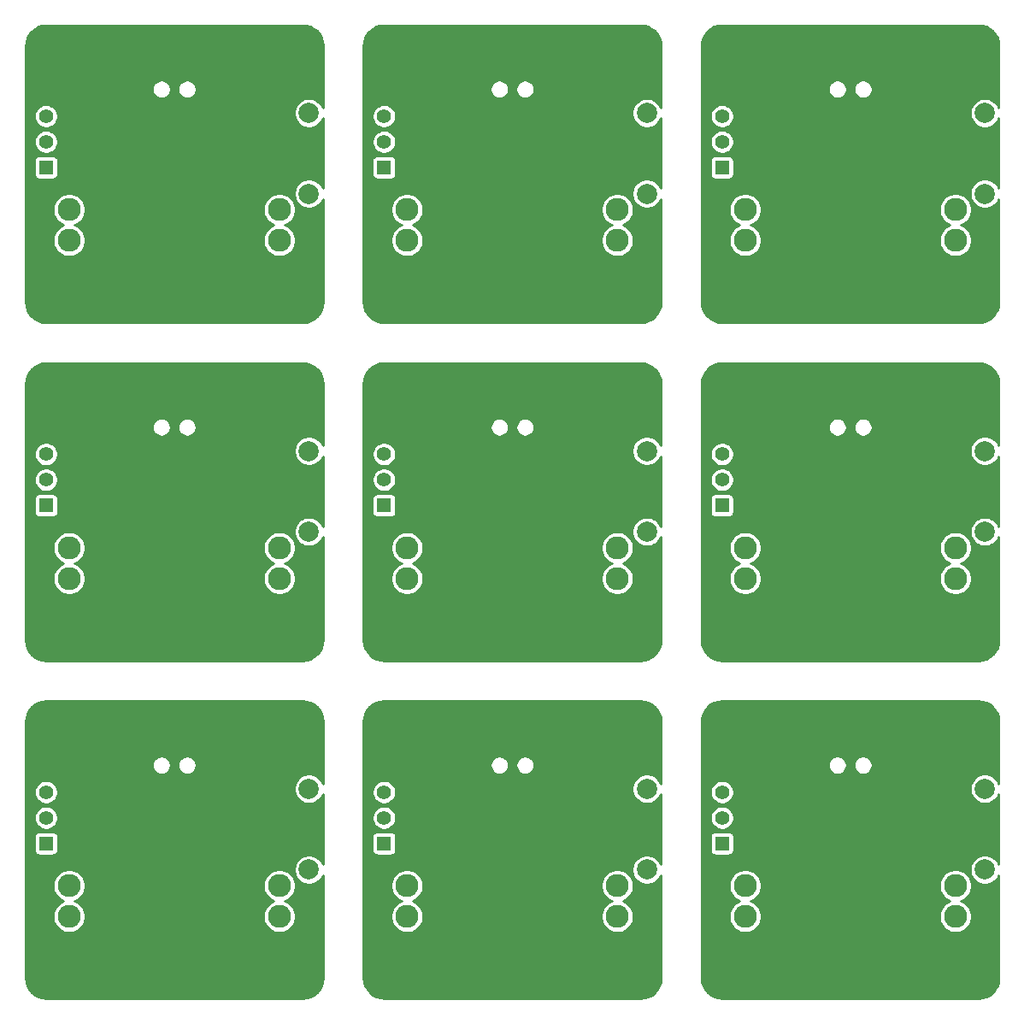
<source format=gtl>
%MOIN*%
%OFA0B0*%
%FSLAX46Y46*%
%IPPOS*%
%LPD*%
%ADD10C,0.090000000000000011*%
%ADD11C,0.0787*%
%ADD12R,0.055000000000000007X0.055000000000000007*%
%ADD13C,0.055000000000000007*%
%ADD14C,0.01*%
%ADD15C,0.0039370078740157488*%
%ADD26C,0.090000000000000011*%
%ADD27C,0.0787*%
%ADD28R,0.055000000000000007X0.055000000000000007*%
%ADD29C,0.055000000000000007*%
%ADD30C,0.01*%
%ADD31C,0.0039370078740157488*%
%ADD32C,0.090000000000000011*%
%ADD33C,0.0787*%
%ADD34R,0.055000000000000007X0.055000000000000007*%
%ADD35C,0.055000000000000007*%
%ADD36C,0.01*%
%ADD37C,0.0039370078740157488*%
%ADD38C,0.090000000000000011*%
%ADD39C,0.0787*%
%ADD40R,0.055000000000000007X0.055000000000000007*%
%ADD41C,0.055000000000000007*%
%ADD42C,0.01*%
%ADD43C,0.0039370078740157488*%
%ADD44C,0.090000000000000011*%
%ADD45C,0.0787*%
%ADD46R,0.055000000000000007X0.055000000000000007*%
%ADD47C,0.055000000000000007*%
%ADD48C,0.01*%
%ADD49C,0.0039370078740157488*%
%ADD50C,0.090000000000000011*%
%ADD51C,0.0787*%
%ADD52R,0.055000000000000007X0.055000000000000007*%
%ADD53C,0.055000000000000007*%
%ADD54C,0.01*%
%ADD55C,0.0039370078740157488*%
%ADD56C,0.090000000000000011*%
%ADD57C,0.0787*%
%ADD58R,0.055000000000000007X0.055000000000000007*%
%ADD59C,0.055000000000000007*%
%ADD60C,0.01*%
%ADD61C,0.0039370078740157488*%
%ADD62C,0.090000000000000011*%
%ADD63C,0.0787*%
%ADD64R,0.055000000000000007X0.055000000000000007*%
%ADD65C,0.055000000000000007*%
%ADD66C,0.01*%
%ADD67C,0.0039370078740157488*%
%ADD68C,0.090000000000000011*%
%ADD69C,0.0787*%
%ADD70R,0.055000000000000007X0.055000000000000007*%
%ADD71C,0.055000000000000007*%
%ADD72C,0.01*%
%ADD73C,0.0039370078740157488*%
G01*
D10*
X-0006300000Y0004050000D02*
X0001009999Y0000339999D03*
X0000189999Y0000339999D03*
X0001009999Y0000459999D03*
X0000189999Y0000459999D03*
D11*
X0001124999Y0000837480D03*
X0001124999Y0000522519D03*
D12*
X0000099999Y0000625000D03*
D13*
X0000099999Y0000725000D03*
X0000099999Y0000825000D03*
D14*
X0001115374Y0001177645D02*
X0001130162Y0001173180D01*
X0001143802Y0001165927D01*
X0001155773Y0001156164D01*
X0001165620Y0001144261D01*
X0001172967Y0001130672D01*
X0001177535Y0001115915D01*
X0001179251Y0001099587D01*
X0001179251Y0000858404D01*
X0001176513Y0000865014D01*
X0001170152Y0000874535D01*
X0001162055Y0000882632D01*
X0001152534Y0000888994D01*
X0001141955Y0000893375D01*
X0001130725Y0000895609D01*
X0001119274Y0000895609D01*
X0001108044Y0000893375D01*
X0001097465Y0000888994D01*
X0001087944Y0000882632D01*
X0001079847Y0000874535D01*
X0001073486Y0000865014D01*
X0001069104Y0000854436D01*
X0001066870Y0000843205D01*
X0001066870Y0000831755D01*
X0001069104Y0000820524D01*
X0001073486Y0000809945D01*
X0001079847Y0000800424D01*
X0001087944Y0000792328D01*
X0001097465Y0000785966D01*
X0001108044Y0000781584D01*
X0001119274Y0000779350D01*
X0001130725Y0000779350D01*
X0001141955Y0000781584D01*
X0001152534Y0000785966D01*
X0001162055Y0000792328D01*
X0001170152Y0000800424D01*
X0001176513Y0000809945D01*
X0001179251Y0000816556D01*
X0001179252Y0000543443D01*
X0001176513Y0000550054D01*
X0001170152Y0000559575D01*
X0001162055Y0000567671D01*
X0001152534Y0000574033D01*
X0001141955Y0000578415D01*
X0001130725Y0000580649D01*
X0001119274Y0000580649D01*
X0001108044Y0000578415D01*
X0001097465Y0000574033D01*
X0001087944Y0000567671D01*
X0001079847Y0000559575D01*
X0001073486Y0000550054D01*
X0001069104Y0000539475D01*
X0001066870Y0000528244D01*
X0001066870Y0000516794D01*
X0001069104Y0000505563D01*
X0001073486Y0000494985D01*
X0001079847Y0000485464D01*
X0001087944Y0000477367D01*
X0001097465Y0000471005D01*
X0001108044Y0000466624D01*
X0001119274Y0000464390D01*
X0001130725Y0000464390D01*
X0001141955Y0000466624D01*
X0001152534Y0000471005D01*
X0001162055Y0000477367D01*
X0001170152Y0000485464D01*
X0001176513Y0000494985D01*
X0001179252Y0000501595D01*
X0001179252Y0000101015D01*
X0001177645Y0000084625D01*
X0001173180Y0000069837D01*
X0001165927Y0000056197D01*
X0001156164Y0000044226D01*
X0001144261Y0000034379D01*
X0001130672Y0000027032D01*
X0001115915Y0000022464D01*
X0001099587Y0000020748D01*
X0000101014Y0000020748D01*
X0000084625Y0000022355D01*
X0000069837Y0000026819D01*
X0000056197Y0000034072D01*
X0000044226Y0000043835D01*
X0000034379Y0000055738D01*
X0000027032Y0000069327D01*
X0000022464Y0000084084D01*
X0000020747Y0000100412D01*
X0000020747Y0000466281D01*
X0000126220Y0000466281D01*
X0000126220Y0000453718D01*
X0000128671Y0000441396D01*
X0000133479Y0000429789D01*
X0000140459Y0000419342D01*
X0000149342Y0000410459D01*
X0000159789Y0000403479D01*
X0000168188Y0000400000D01*
X0000159789Y0000396520D01*
X0000149342Y0000389540D01*
X0000140459Y0000380657D01*
X0000133479Y0000370210D01*
X0000128671Y0000358603D01*
X0000126220Y0000346281D01*
X0000126220Y0000333718D01*
X0000128671Y0000321396D01*
X0000133479Y0000309789D01*
X0000140459Y0000299342D01*
X0000149342Y0000290459D01*
X0000159789Y0000283479D01*
X0000171396Y0000278671D01*
X0000183718Y0000276220D01*
X0000196281Y0000276220D01*
X0000208603Y0000278671D01*
X0000220210Y0000283479D01*
X0000230657Y0000290459D01*
X0000239540Y0000299342D01*
X0000246520Y0000309789D01*
X0000251328Y0000321396D01*
X0000253779Y0000333718D01*
X0000253779Y0000346281D01*
X0000251328Y0000358603D01*
X0000246520Y0000370210D01*
X0000239540Y0000380657D01*
X0000230657Y0000389540D01*
X0000220210Y0000396520D01*
X0000211811Y0000400000D01*
X0000220210Y0000403479D01*
X0000230657Y0000410459D01*
X0000239540Y0000419342D01*
X0000246520Y0000429789D01*
X0000251328Y0000441396D01*
X0000253779Y0000453718D01*
X0000253779Y0000466281D01*
X0000946220Y0000466281D01*
X0000946220Y0000453718D01*
X0000948671Y0000441396D01*
X0000953479Y0000429789D01*
X0000960459Y0000419342D01*
X0000969342Y0000410459D01*
X0000979789Y0000403479D01*
X0000988188Y0000400000D01*
X0000979789Y0000396520D01*
X0000969342Y0000389540D01*
X0000960459Y0000380657D01*
X0000953479Y0000370210D01*
X0000948671Y0000358603D01*
X0000946220Y0000346281D01*
X0000946220Y0000333718D01*
X0000948671Y0000321396D01*
X0000953479Y0000309789D01*
X0000960459Y0000299342D01*
X0000969342Y0000290459D01*
X0000979789Y0000283479D01*
X0000991396Y0000278671D01*
X0001003718Y0000276220D01*
X0001016281Y0000276220D01*
X0001028603Y0000278671D01*
X0001040210Y0000283479D01*
X0001050657Y0000290459D01*
X0001059540Y0000299342D01*
X0001066520Y0000309789D01*
X0001071328Y0000321396D01*
X0001073779Y0000333718D01*
X0001073779Y0000346281D01*
X0001071328Y0000358603D01*
X0001066520Y0000370210D01*
X0001059540Y0000380657D01*
X0001050657Y0000389540D01*
X0001040210Y0000396520D01*
X0001031811Y0000400000D01*
X0001040210Y0000403479D01*
X0001050657Y0000410459D01*
X0001059540Y0000419342D01*
X0001066520Y0000429789D01*
X0001071328Y0000441396D01*
X0001073779Y0000453718D01*
X0001073779Y0000466281D01*
X0001071328Y0000478603D01*
X0001066520Y0000490210D01*
X0001059540Y0000500657D01*
X0001050657Y0000509540D01*
X0001040210Y0000516520D01*
X0001028603Y0000521328D01*
X0001016281Y0000523779D01*
X0001003718Y0000523779D01*
X0000991396Y0000521328D01*
X0000979789Y0000516520D01*
X0000969342Y0000509540D01*
X0000960459Y0000500657D01*
X0000953479Y0000490210D01*
X0000948671Y0000478603D01*
X0000946220Y0000466281D01*
X0000253779Y0000466281D01*
X0000251328Y0000478603D01*
X0000246520Y0000490210D01*
X0000239540Y0000500657D01*
X0000230657Y0000509540D01*
X0000220210Y0000516520D01*
X0000208603Y0000521328D01*
X0000196281Y0000523779D01*
X0000183718Y0000523779D01*
X0000171396Y0000521328D01*
X0000159789Y0000516520D01*
X0000149342Y0000509540D01*
X0000140459Y0000500657D01*
X0000133479Y0000490210D01*
X0000128671Y0000478603D01*
X0000126220Y0000466281D01*
X0000020747Y0000466281D01*
X0000020747Y0000652500D01*
X0000053629Y0000652500D01*
X0000053629Y0000597500D01*
X0000053992Y0000593818D01*
X0000055066Y0000590278D01*
X0000056809Y0000587016D01*
X0000059156Y0000584156D01*
X0000062016Y0000581809D01*
X0000065278Y0000580066D01*
X0000068818Y0000578992D01*
X0000072499Y0000578629D01*
X0000127499Y0000578629D01*
X0000131181Y0000578992D01*
X0000134721Y0000580066D01*
X0000137983Y0000581809D01*
X0000140843Y0000584156D01*
X0000143190Y0000587016D01*
X0000144933Y0000590278D01*
X0000146007Y0000593818D01*
X0000146370Y0000597500D01*
X0000146370Y0000652500D01*
X0000146007Y0000656181D01*
X0000144933Y0000659721D01*
X0000143190Y0000662983D01*
X0000140843Y0000665843D01*
X0000137983Y0000668190D01*
X0000134721Y0000669933D01*
X0000131181Y0000671007D01*
X0000127499Y0000671370D01*
X0000072499Y0000671370D01*
X0000068818Y0000671007D01*
X0000065278Y0000669933D01*
X0000062016Y0000668190D01*
X0000059156Y0000665843D01*
X0000056809Y0000662983D01*
X0000055066Y0000659721D01*
X0000053992Y0000656181D01*
X0000053629Y0000652500D01*
X0000020747Y0000652500D01*
X0000020747Y0000729558D01*
X0000053720Y0000729558D01*
X0000053720Y0000720441D01*
X0000055498Y0000711500D01*
X0000058987Y0000703078D01*
X0000064052Y0000695498D01*
X0000070498Y0000689052D01*
X0000078078Y0000683987D01*
X0000086500Y0000680498D01*
X0000095441Y0000678720D01*
X0000104558Y0000678720D01*
X0000113499Y0000680498D01*
X0000121921Y0000683987D01*
X0000129501Y0000689052D01*
X0000135947Y0000695498D01*
X0000141012Y0000703078D01*
X0000144500Y0000711500D01*
X0000146279Y0000720441D01*
X0000146279Y0000729558D01*
X0000144500Y0000738499D01*
X0000141012Y0000746921D01*
X0000135947Y0000754501D01*
X0000129501Y0000760947D01*
X0000121921Y0000766012D01*
X0000113499Y0000769501D01*
X0000104558Y0000771279D01*
X0000095441Y0000771279D01*
X0000086500Y0000769501D01*
X0000078078Y0000766012D01*
X0000070498Y0000760947D01*
X0000064052Y0000754501D01*
X0000058987Y0000746921D01*
X0000055498Y0000738499D01*
X0000053720Y0000729558D01*
X0000020747Y0000729558D01*
X0000020747Y0000829558D01*
X0000053720Y0000829558D01*
X0000053720Y0000820441D01*
X0000055498Y0000811500D01*
X0000058987Y0000803078D01*
X0000064052Y0000795498D01*
X0000070498Y0000789052D01*
X0000078078Y0000783987D01*
X0000086500Y0000780498D01*
X0000095441Y0000778720D01*
X0000104558Y0000778720D01*
X0000113499Y0000780498D01*
X0000121921Y0000783987D01*
X0000129501Y0000789052D01*
X0000135947Y0000795498D01*
X0000141012Y0000803078D01*
X0000144500Y0000811500D01*
X0000146279Y0000820441D01*
X0000146279Y0000829558D01*
X0000144500Y0000838499D01*
X0000141012Y0000846921D01*
X0000135947Y0000854501D01*
X0000129501Y0000860947D01*
X0000121921Y0000866012D01*
X0000113499Y0000869501D01*
X0000104558Y0000871279D01*
X0000095441Y0000871279D01*
X0000086500Y0000869501D01*
X0000078078Y0000866012D01*
X0000070498Y0000860947D01*
X0000064052Y0000854501D01*
X0000058987Y0000846921D01*
X0000055498Y0000838499D01*
X0000053720Y0000829558D01*
X0000020747Y0000829558D01*
X0000020747Y0000933594D01*
X0000513503Y0000933594D01*
X0000513503Y0000926405D01*
X0000514906Y0000919354D01*
X0000517657Y0000912712D01*
X0000521651Y0000906735D01*
X0000526735Y0000901651D01*
X0000532712Y0000897657D01*
X0000539354Y0000894906D01*
X0000546405Y0000893503D01*
X0000553594Y0000893503D01*
X0000560645Y0000894906D01*
X0000567287Y0000897657D01*
X0000573264Y0000901651D01*
X0000578348Y0000906735D01*
X0000582342Y0000912712D01*
X0000585093Y0000919354D01*
X0000586496Y0000926405D01*
X0000586496Y0000933594D01*
X0000613503Y0000933594D01*
X0000613503Y0000926405D01*
X0000614906Y0000919354D01*
X0000617657Y0000912712D01*
X0000621651Y0000906735D01*
X0000626735Y0000901651D01*
X0000632712Y0000897657D01*
X0000639354Y0000894906D01*
X0000646405Y0000893503D01*
X0000653594Y0000893503D01*
X0000660645Y0000894906D01*
X0000667287Y0000897657D01*
X0000673264Y0000901651D01*
X0000678348Y0000906735D01*
X0000682342Y0000912712D01*
X0000685093Y0000919354D01*
X0000686496Y0000926405D01*
X0000686496Y0000933594D01*
X0000685093Y0000940645D01*
X0000682342Y0000947287D01*
X0000678348Y0000953264D01*
X0000673264Y0000958348D01*
X0000667287Y0000962342D01*
X0000660645Y0000965093D01*
X0000653594Y0000966496D01*
X0000646405Y0000966496D01*
X0000639354Y0000965093D01*
X0000632712Y0000962342D01*
X0000626735Y0000958348D01*
X0000621651Y0000953264D01*
X0000617657Y0000947287D01*
X0000614906Y0000940645D01*
X0000613503Y0000933594D01*
X0000586496Y0000933594D01*
X0000585093Y0000940645D01*
X0000582342Y0000947287D01*
X0000578348Y0000953264D01*
X0000573264Y0000958348D01*
X0000567287Y0000962342D01*
X0000560645Y0000965093D01*
X0000553594Y0000966496D01*
X0000546405Y0000966496D01*
X0000539354Y0000965093D01*
X0000532712Y0000962342D01*
X0000526735Y0000958348D01*
X0000521651Y0000953264D01*
X0000517657Y0000947287D01*
X0000514906Y0000940645D01*
X0000513503Y0000933594D01*
X0000020747Y0000933594D01*
X0000020747Y0001098985D01*
X0000022354Y0001115374D01*
X0000026819Y0001130162D01*
X0000034072Y0001143802D01*
X0000043835Y0001155773D01*
X0000055738Y0001165620D01*
X0000069327Y0001172967D01*
X0000084084Y0001177535D01*
X0000100412Y0001179251D01*
X0001098985Y0001179251D01*
X0001115374Y0001177645D01*
D15*
G36*
X0001115374Y0001177645D02*
G01*
X0001130162Y0001173180D01*
X0001143802Y0001165927D01*
X0001155773Y0001156164D01*
X0001165620Y0001144261D01*
X0001172967Y0001130672D01*
X0001177535Y0001115915D01*
X0001179251Y0001099587D01*
X0001179251Y0000858404D01*
X0001176513Y0000865014D01*
X0001170152Y0000874535D01*
X0001162055Y0000882632D01*
X0001152534Y0000888994D01*
X0001141955Y0000893375D01*
X0001130725Y0000895609D01*
X0001119274Y0000895609D01*
X0001108044Y0000893375D01*
X0001097465Y0000888994D01*
X0001087944Y0000882632D01*
X0001079847Y0000874535D01*
X0001073486Y0000865014D01*
X0001069104Y0000854436D01*
X0001066870Y0000843205D01*
X0001066870Y0000831755D01*
X0001069104Y0000820524D01*
X0001073486Y0000809945D01*
X0001079847Y0000800424D01*
X0001087944Y0000792328D01*
X0001097465Y0000785966D01*
X0001108044Y0000781584D01*
X0001119274Y0000779350D01*
X0001130725Y0000779350D01*
X0001141955Y0000781584D01*
X0001152534Y0000785966D01*
X0001162055Y0000792328D01*
X0001170152Y0000800424D01*
X0001176513Y0000809945D01*
X0001179251Y0000816556D01*
X0001179252Y0000543443D01*
X0001176513Y0000550054D01*
X0001170152Y0000559575D01*
X0001162055Y0000567671D01*
X0001152534Y0000574033D01*
X0001141955Y0000578415D01*
X0001130725Y0000580649D01*
X0001119274Y0000580649D01*
X0001108044Y0000578415D01*
X0001097465Y0000574033D01*
X0001087944Y0000567671D01*
X0001079847Y0000559575D01*
X0001073486Y0000550054D01*
X0001069104Y0000539475D01*
X0001066870Y0000528244D01*
X0001066870Y0000516794D01*
X0001069104Y0000505563D01*
X0001073486Y0000494985D01*
X0001079847Y0000485464D01*
X0001087944Y0000477367D01*
X0001097465Y0000471005D01*
X0001108044Y0000466624D01*
X0001119274Y0000464390D01*
X0001130725Y0000464390D01*
X0001141955Y0000466624D01*
X0001152534Y0000471005D01*
X0001162055Y0000477367D01*
X0001170152Y0000485464D01*
X0001176513Y0000494985D01*
X0001179252Y0000501595D01*
X0001179252Y0000101015D01*
X0001177645Y0000084625D01*
X0001173180Y0000069837D01*
X0001165927Y0000056197D01*
X0001156164Y0000044226D01*
X0001144261Y0000034379D01*
X0001130672Y0000027032D01*
X0001115915Y0000022464D01*
X0001099587Y0000020748D01*
X0000101014Y0000020748D01*
X0000084625Y0000022355D01*
X0000069837Y0000026819D01*
X0000056197Y0000034072D01*
X0000044226Y0000043835D01*
X0000034379Y0000055738D01*
X0000027032Y0000069327D01*
X0000022464Y0000084084D01*
X0000020747Y0000100412D01*
X0000020747Y0000466281D01*
X0000126220Y0000466281D01*
X0000126220Y0000453718D01*
X0000128671Y0000441396D01*
X0000133479Y0000429789D01*
X0000140459Y0000419342D01*
X0000149342Y0000410459D01*
X0000159789Y0000403479D01*
X0000168188Y0000400000D01*
X0000159789Y0000396520D01*
X0000149342Y0000389540D01*
X0000140459Y0000380657D01*
X0000133479Y0000370210D01*
X0000128671Y0000358603D01*
X0000126220Y0000346281D01*
X0000126220Y0000333718D01*
X0000128671Y0000321396D01*
X0000133479Y0000309789D01*
X0000140459Y0000299342D01*
X0000149342Y0000290459D01*
X0000159789Y0000283479D01*
X0000171396Y0000278671D01*
X0000183718Y0000276220D01*
X0000196281Y0000276220D01*
X0000208603Y0000278671D01*
X0000220210Y0000283479D01*
X0000230657Y0000290459D01*
X0000239540Y0000299342D01*
X0000246520Y0000309789D01*
X0000251328Y0000321396D01*
X0000253779Y0000333718D01*
X0000253779Y0000346281D01*
X0000251328Y0000358603D01*
X0000246520Y0000370210D01*
X0000239540Y0000380657D01*
X0000230657Y0000389540D01*
X0000220210Y0000396520D01*
X0000211811Y0000400000D01*
X0000220210Y0000403479D01*
X0000230657Y0000410459D01*
X0000239540Y0000419342D01*
X0000246520Y0000429789D01*
X0000251328Y0000441396D01*
X0000253779Y0000453718D01*
X0000253779Y0000466281D01*
X0000946220Y0000466281D01*
X0000946220Y0000453718D01*
X0000948671Y0000441396D01*
X0000953479Y0000429789D01*
X0000960459Y0000419342D01*
X0000969342Y0000410459D01*
X0000979789Y0000403479D01*
X0000988188Y0000400000D01*
X0000979789Y0000396520D01*
X0000969342Y0000389540D01*
X0000960459Y0000380657D01*
X0000953479Y0000370210D01*
X0000948671Y0000358603D01*
X0000946220Y0000346281D01*
X0000946220Y0000333718D01*
X0000948671Y0000321396D01*
X0000953479Y0000309789D01*
X0000960459Y0000299342D01*
X0000969342Y0000290459D01*
X0000979789Y0000283479D01*
X0000991396Y0000278671D01*
X0001003718Y0000276220D01*
X0001016281Y0000276220D01*
X0001028603Y0000278671D01*
X0001040210Y0000283479D01*
X0001050657Y0000290459D01*
X0001059540Y0000299342D01*
X0001066520Y0000309789D01*
X0001071328Y0000321396D01*
X0001073779Y0000333718D01*
X0001073779Y0000346281D01*
X0001071328Y0000358603D01*
X0001066520Y0000370210D01*
X0001059540Y0000380657D01*
X0001050657Y0000389540D01*
X0001040210Y0000396520D01*
X0001031811Y0000400000D01*
X0001040210Y0000403479D01*
X0001050657Y0000410459D01*
X0001059540Y0000419342D01*
X0001066520Y0000429789D01*
X0001071328Y0000441396D01*
X0001073779Y0000453718D01*
X0001073779Y0000466281D01*
X0001071328Y0000478603D01*
X0001066520Y0000490210D01*
X0001059540Y0000500657D01*
X0001050657Y0000509540D01*
X0001040210Y0000516520D01*
X0001028603Y0000521328D01*
X0001016281Y0000523779D01*
X0001003718Y0000523779D01*
X0000991396Y0000521328D01*
X0000979789Y0000516520D01*
X0000969342Y0000509540D01*
X0000960459Y0000500657D01*
X0000953479Y0000490210D01*
X0000948671Y0000478603D01*
X0000946220Y0000466281D01*
X0000253779Y0000466281D01*
X0000251328Y0000478603D01*
X0000246520Y0000490210D01*
X0000239540Y0000500657D01*
X0000230657Y0000509540D01*
X0000220210Y0000516520D01*
X0000208603Y0000521328D01*
X0000196281Y0000523779D01*
X0000183718Y0000523779D01*
X0000171396Y0000521328D01*
X0000159789Y0000516520D01*
X0000149342Y0000509540D01*
X0000140459Y0000500657D01*
X0000133479Y0000490210D01*
X0000128671Y0000478603D01*
X0000126220Y0000466281D01*
X0000020747Y0000466281D01*
X0000020747Y0000652500D01*
X0000053629Y0000652500D01*
X0000053629Y0000597500D01*
X0000053992Y0000593818D01*
X0000055066Y0000590278D01*
X0000056809Y0000587016D01*
X0000059156Y0000584156D01*
X0000062016Y0000581809D01*
X0000065278Y0000580066D01*
X0000068818Y0000578992D01*
X0000072499Y0000578629D01*
X0000127499Y0000578629D01*
X0000131181Y0000578992D01*
X0000134721Y0000580066D01*
X0000137983Y0000581809D01*
X0000140843Y0000584156D01*
X0000143190Y0000587016D01*
X0000144933Y0000590278D01*
X0000146007Y0000593818D01*
X0000146370Y0000597500D01*
X0000146370Y0000652500D01*
X0000146007Y0000656181D01*
X0000144933Y0000659721D01*
X0000143190Y0000662983D01*
X0000140843Y0000665843D01*
X0000137983Y0000668190D01*
X0000134721Y0000669933D01*
X0000131181Y0000671007D01*
X0000127499Y0000671370D01*
X0000072499Y0000671370D01*
X0000068818Y0000671007D01*
X0000065278Y0000669933D01*
X0000062016Y0000668190D01*
X0000059156Y0000665843D01*
X0000056809Y0000662983D01*
X0000055066Y0000659721D01*
X0000053992Y0000656181D01*
X0000053629Y0000652500D01*
X0000020747Y0000652500D01*
X0000020747Y0000729558D01*
X0000053720Y0000729558D01*
X0000053720Y0000720441D01*
X0000055498Y0000711500D01*
X0000058987Y0000703078D01*
X0000064052Y0000695498D01*
X0000070498Y0000689052D01*
X0000078078Y0000683987D01*
X0000086500Y0000680498D01*
X0000095441Y0000678720D01*
X0000104558Y0000678720D01*
X0000113499Y0000680498D01*
X0000121921Y0000683987D01*
X0000129501Y0000689052D01*
X0000135947Y0000695498D01*
X0000141012Y0000703078D01*
X0000144500Y0000711500D01*
X0000146279Y0000720441D01*
X0000146279Y0000729558D01*
X0000144500Y0000738499D01*
X0000141012Y0000746921D01*
X0000135947Y0000754501D01*
X0000129501Y0000760947D01*
X0000121921Y0000766012D01*
X0000113499Y0000769501D01*
X0000104558Y0000771279D01*
X0000095441Y0000771279D01*
X0000086500Y0000769501D01*
X0000078078Y0000766012D01*
X0000070498Y0000760947D01*
X0000064052Y0000754501D01*
X0000058987Y0000746921D01*
X0000055498Y0000738499D01*
X0000053720Y0000729558D01*
X0000020747Y0000729558D01*
X0000020747Y0000829558D01*
X0000053720Y0000829558D01*
X0000053720Y0000820441D01*
X0000055498Y0000811500D01*
X0000058987Y0000803078D01*
X0000064052Y0000795498D01*
X0000070498Y0000789052D01*
X0000078078Y0000783987D01*
X0000086500Y0000780498D01*
X0000095441Y0000778720D01*
X0000104558Y0000778720D01*
X0000113499Y0000780498D01*
X0000121921Y0000783987D01*
X0000129501Y0000789052D01*
X0000135947Y0000795498D01*
X0000141012Y0000803078D01*
X0000144500Y0000811500D01*
X0000146279Y0000820441D01*
X0000146279Y0000829558D01*
X0000144500Y0000838499D01*
X0000141012Y0000846921D01*
X0000135947Y0000854501D01*
X0000129501Y0000860947D01*
X0000121921Y0000866012D01*
X0000113499Y0000869501D01*
X0000104558Y0000871279D01*
X0000095441Y0000871279D01*
X0000086500Y0000869501D01*
X0000078078Y0000866012D01*
X0000070498Y0000860947D01*
X0000064052Y0000854501D01*
X0000058987Y0000846921D01*
X0000055498Y0000838499D01*
X0000053720Y0000829558D01*
X0000020747Y0000829558D01*
X0000020747Y0000933594D01*
X0000513503Y0000933594D01*
X0000513503Y0000926405D01*
X0000514906Y0000919354D01*
X0000517657Y0000912712D01*
X0000521651Y0000906735D01*
X0000526735Y0000901651D01*
X0000532712Y0000897657D01*
X0000539354Y0000894906D01*
X0000546405Y0000893503D01*
X0000553594Y0000893503D01*
X0000560645Y0000894906D01*
X0000567287Y0000897657D01*
X0000573264Y0000901651D01*
X0000578348Y0000906735D01*
X0000582342Y0000912712D01*
X0000585093Y0000919354D01*
X0000586496Y0000926405D01*
X0000586496Y0000933594D01*
X0000613503Y0000933594D01*
X0000613503Y0000926405D01*
X0000614906Y0000919354D01*
X0000617657Y0000912712D01*
X0000621651Y0000906735D01*
X0000626735Y0000901651D01*
X0000632712Y0000897657D01*
X0000639354Y0000894906D01*
X0000646405Y0000893503D01*
X0000653594Y0000893503D01*
X0000660645Y0000894906D01*
X0000667287Y0000897657D01*
X0000673264Y0000901651D01*
X0000678348Y0000906735D01*
X0000682342Y0000912712D01*
X0000685093Y0000919354D01*
X0000686496Y0000926405D01*
X0000686496Y0000933594D01*
X0000685093Y0000940645D01*
X0000682342Y0000947287D01*
X0000678348Y0000953264D01*
X0000673264Y0000958348D01*
X0000667287Y0000962342D01*
X0000660645Y0000965093D01*
X0000653594Y0000966496D01*
X0000646405Y0000966496D01*
X0000639354Y0000965093D01*
X0000632712Y0000962342D01*
X0000626735Y0000958348D01*
X0000621651Y0000953264D01*
X0000617657Y0000947287D01*
X0000614906Y0000940645D01*
X0000613503Y0000933594D01*
X0000586496Y0000933594D01*
X0000585093Y0000940645D01*
X0000582342Y0000947287D01*
X0000578348Y0000953264D01*
X0000573264Y0000958348D01*
X0000567287Y0000962342D01*
X0000560645Y0000965093D01*
X0000553594Y0000966496D01*
X0000546405Y0000966496D01*
X0000539354Y0000965093D01*
X0000532712Y0000962342D01*
X0000526735Y0000958348D01*
X0000521651Y0000953264D01*
X0000517657Y0000947287D01*
X0000514906Y0000940645D01*
X0000513503Y0000933594D01*
X0000020747Y0000933594D01*
X0000020747Y0001098985D01*
X0000022354Y0001115374D01*
X0000026819Y0001130162D01*
X0000034072Y0001143802D01*
X0000043835Y0001155773D01*
X0000055738Y0001165620D01*
X0000069327Y0001172967D01*
X0000084084Y0001177535D01*
X0000100412Y0001179251D01*
X0001098985Y0001179251D01*
X0001115374Y0001177645D01*
G37*
G04 next file*
G04 Gerber Fmt 4.6, Leading zero omitted, Abs format (unit mm)*
G04 Created by KiCad (PCBNEW (5.1.10)-1) date 2021-09-22 19:04:14*
G01*
G04 APERTURE LIST*
G04 APERTURE END LIST*
D26*
X-0006300000Y0005368110D02*
X0001009999Y0001658110D03*
X0000189999Y0001658110D03*
X0001009999Y0001778110D03*
X0000189999Y0001778110D03*
D27*
X0001124999Y0002155590D03*
X0001124999Y0001840629D03*
D28*
X0000099999Y0001943110D03*
D29*
X0000099999Y0002043110D03*
X0000099999Y0002143110D03*
D30*
X0001115374Y0002495755D02*
X0001130162Y0002491290D01*
X0001143802Y0002484038D01*
X0001155773Y0002474274D01*
X0001165620Y0002462371D01*
X0001172967Y0002448783D01*
X0001177535Y0002434025D01*
X0001179251Y0002417697D01*
X0001179251Y0002176514D01*
X0001176513Y0002183125D01*
X0001170152Y0002192645D01*
X0001162055Y0002200742D01*
X0001152534Y0002207104D01*
X0001141955Y0002211486D01*
X0001130725Y0002213720D01*
X0001119274Y0002213720D01*
X0001108044Y0002211486D01*
X0001097465Y0002207104D01*
X0001087944Y0002200742D01*
X0001079847Y0002192645D01*
X0001073486Y0002183125D01*
X0001069104Y0002172546D01*
X0001066870Y0002161315D01*
X0001066870Y0002149865D01*
X0001069104Y0002138634D01*
X0001073486Y0002128055D01*
X0001079847Y0002118535D01*
X0001087944Y0002110438D01*
X0001097465Y0002104076D01*
X0001108044Y0002099694D01*
X0001119274Y0002097461D01*
X0001130725Y0002097461D01*
X0001141955Y0002099694D01*
X0001152534Y0002104076D01*
X0001162055Y0002110438D01*
X0001170152Y0002118535D01*
X0001176513Y0002128055D01*
X0001179251Y0002134666D01*
X0001179252Y0001861553D01*
X0001176513Y0001868164D01*
X0001170152Y0001877685D01*
X0001162055Y0001885782D01*
X0001152534Y0001892143D01*
X0001141955Y0001896525D01*
X0001130725Y0001898759D01*
X0001119274Y0001898759D01*
X0001108044Y0001896525D01*
X0001097465Y0001892143D01*
X0001087944Y0001885782D01*
X0001079847Y0001877685D01*
X0001073486Y0001868164D01*
X0001069104Y0001857585D01*
X0001066870Y0001846355D01*
X0001066870Y0001834904D01*
X0001069104Y0001823674D01*
X0001073486Y0001813095D01*
X0001079847Y0001803574D01*
X0001087944Y0001795477D01*
X0001097465Y0001789116D01*
X0001108044Y0001784734D01*
X0001119274Y0001782500D01*
X0001130725Y0001782500D01*
X0001141955Y0001784734D01*
X0001152534Y0001789116D01*
X0001162055Y0001795477D01*
X0001170152Y0001803574D01*
X0001176513Y0001813095D01*
X0001179252Y0001819706D01*
X0001179252Y0001419125D01*
X0001177645Y0001402736D01*
X0001173180Y0001387947D01*
X0001165927Y0001374308D01*
X0001156164Y0001362336D01*
X0001144261Y0001352489D01*
X0001130672Y0001345142D01*
X0001115915Y0001340574D01*
X0001099587Y0001338858D01*
X0000101014Y0001338858D01*
X0000084625Y0001340465D01*
X0000069837Y0001344930D01*
X0000056197Y0001352182D01*
X0000044226Y0001361945D01*
X0000034379Y0001373848D01*
X0000027032Y0001387437D01*
X0000022464Y0001402194D01*
X0000020747Y0001418522D01*
X0000020747Y0001784391D01*
X0000126220Y0001784391D01*
X0000126220Y0001771828D01*
X0000128671Y0001759506D01*
X0000133479Y0001747899D01*
X0000140459Y0001737453D01*
X0000149342Y0001728569D01*
X0000159789Y0001721589D01*
X0000168188Y0001718110D01*
X0000159789Y0001714630D01*
X0000149342Y0001707651D01*
X0000140459Y0001698767D01*
X0000133479Y0001688321D01*
X0000128671Y0001676714D01*
X0000126220Y0001664391D01*
X0000126220Y0001651828D01*
X0000128671Y0001639506D01*
X0000133479Y0001627899D01*
X0000140459Y0001617453D01*
X0000149342Y0001608569D01*
X0000159789Y0001601589D01*
X0000171396Y0001596781D01*
X0000183718Y0001594330D01*
X0000196281Y0001594330D01*
X0000208603Y0001596781D01*
X0000220210Y0001601589D01*
X0000230657Y0001608569D01*
X0000239540Y0001617453D01*
X0000246520Y0001627899D01*
X0000251328Y0001639506D01*
X0000253779Y0001651828D01*
X0000253779Y0001664391D01*
X0000251328Y0001676714D01*
X0000246520Y0001688321D01*
X0000239540Y0001698767D01*
X0000230657Y0001707651D01*
X0000220210Y0001714630D01*
X0000211811Y0001718110D01*
X0000220210Y0001721589D01*
X0000230657Y0001728569D01*
X0000239540Y0001737453D01*
X0000246520Y0001747899D01*
X0000251328Y0001759506D01*
X0000253779Y0001771828D01*
X0000253779Y0001784391D01*
X0000946220Y0001784391D01*
X0000946220Y0001771828D01*
X0000948671Y0001759506D01*
X0000953479Y0001747899D01*
X0000960459Y0001737453D01*
X0000969342Y0001728569D01*
X0000979789Y0001721589D01*
X0000988188Y0001718110D01*
X0000979789Y0001714630D01*
X0000969342Y0001707651D01*
X0000960459Y0001698767D01*
X0000953479Y0001688321D01*
X0000948671Y0001676714D01*
X0000946220Y0001664391D01*
X0000946220Y0001651828D01*
X0000948671Y0001639506D01*
X0000953479Y0001627899D01*
X0000960459Y0001617453D01*
X0000969342Y0001608569D01*
X0000979789Y0001601589D01*
X0000991396Y0001596781D01*
X0001003718Y0001594330D01*
X0001016281Y0001594330D01*
X0001028603Y0001596781D01*
X0001040210Y0001601589D01*
X0001050657Y0001608569D01*
X0001059540Y0001617453D01*
X0001066520Y0001627899D01*
X0001071328Y0001639506D01*
X0001073779Y0001651828D01*
X0001073779Y0001664391D01*
X0001071328Y0001676714D01*
X0001066520Y0001688321D01*
X0001059540Y0001698767D01*
X0001050657Y0001707651D01*
X0001040210Y0001714630D01*
X0001031811Y0001718110D01*
X0001040210Y0001721589D01*
X0001050657Y0001728569D01*
X0001059540Y0001737453D01*
X0001066520Y0001747899D01*
X0001071328Y0001759506D01*
X0001073779Y0001771828D01*
X0001073779Y0001784391D01*
X0001071328Y0001796714D01*
X0001066520Y0001808321D01*
X0001059540Y0001818767D01*
X0001050657Y0001827651D01*
X0001040210Y0001834630D01*
X0001028603Y0001839438D01*
X0001016281Y0001841889D01*
X0001003718Y0001841889D01*
X0000991396Y0001839438D01*
X0000979789Y0001834630D01*
X0000969342Y0001827651D01*
X0000960459Y0001818767D01*
X0000953479Y0001808321D01*
X0000948671Y0001796714D01*
X0000946220Y0001784391D01*
X0000253779Y0001784391D01*
X0000251328Y0001796714D01*
X0000246520Y0001808321D01*
X0000239540Y0001818767D01*
X0000230657Y0001827651D01*
X0000220210Y0001834630D01*
X0000208603Y0001839438D01*
X0000196281Y0001841889D01*
X0000183718Y0001841889D01*
X0000171396Y0001839438D01*
X0000159789Y0001834630D01*
X0000149342Y0001827651D01*
X0000140459Y0001818767D01*
X0000133479Y0001808321D01*
X0000128671Y0001796714D01*
X0000126220Y0001784391D01*
X0000020747Y0001784391D01*
X0000020747Y0001970610D01*
X0000053629Y0001970610D01*
X0000053629Y0001915610D01*
X0000053992Y0001911928D01*
X0000055066Y0001908388D01*
X0000056809Y0001905126D01*
X0000059156Y0001902266D01*
X0000062016Y0001899920D01*
X0000065278Y0001898176D01*
X0000068818Y0001897102D01*
X0000072499Y0001896739D01*
X0000127499Y0001896739D01*
X0000131181Y0001897102D01*
X0000134721Y0001898176D01*
X0000137983Y0001899920D01*
X0000140843Y0001902266D01*
X0000143190Y0001905126D01*
X0000144933Y0001908388D01*
X0000146007Y0001911928D01*
X0000146370Y0001915610D01*
X0000146370Y0001970610D01*
X0000146007Y0001974291D01*
X0000144933Y0001977831D01*
X0000143190Y0001981094D01*
X0000140843Y0001983953D01*
X0000137983Y0001986300D01*
X0000134721Y0001988044D01*
X0000131181Y0001989117D01*
X0000127499Y0001989480D01*
X0000072499Y0001989480D01*
X0000068818Y0001989117D01*
X0000065278Y0001988044D01*
X0000062016Y0001986300D01*
X0000059156Y0001983953D01*
X0000056809Y0001981094D01*
X0000055066Y0001977831D01*
X0000053992Y0001974291D01*
X0000053629Y0001970610D01*
X0000020747Y0001970610D01*
X0000020747Y0002047668D01*
X0000053720Y0002047668D01*
X0000053720Y0002038552D01*
X0000055498Y0002029610D01*
X0000058987Y0002021188D01*
X0000064052Y0002013608D01*
X0000070498Y0002007162D01*
X0000078078Y0002002097D01*
X0000086500Y0001998609D01*
X0000095441Y0001996830D01*
X0000104558Y0001996830D01*
X0000113499Y0001998609D01*
X0000121921Y0002002097D01*
X0000129501Y0002007162D01*
X0000135947Y0002013608D01*
X0000141012Y0002021188D01*
X0000144500Y0002029610D01*
X0000146279Y0002038552D01*
X0000146279Y0002047668D01*
X0000144500Y0002056609D01*
X0000141012Y0002065031D01*
X0000135947Y0002072611D01*
X0000129501Y0002079057D01*
X0000121921Y0002084122D01*
X0000113499Y0002087611D01*
X0000104558Y0002089389D01*
X0000095441Y0002089389D01*
X0000086500Y0002087611D01*
X0000078078Y0002084122D01*
X0000070498Y0002079057D01*
X0000064052Y0002072611D01*
X0000058987Y0002065031D01*
X0000055498Y0002056609D01*
X0000053720Y0002047668D01*
X0000020747Y0002047668D01*
X0000020747Y0002147668D01*
X0000053720Y0002147668D01*
X0000053720Y0002138552D01*
X0000055498Y0002129610D01*
X0000058987Y0002121188D01*
X0000064052Y0002113608D01*
X0000070498Y0002107162D01*
X0000078078Y0002102097D01*
X0000086500Y0002098609D01*
X0000095441Y0002096830D01*
X0000104558Y0002096830D01*
X0000113499Y0002098609D01*
X0000121921Y0002102097D01*
X0000129501Y0002107162D01*
X0000135947Y0002113608D01*
X0000141012Y0002121188D01*
X0000144500Y0002129610D01*
X0000146279Y0002138552D01*
X0000146279Y0002147668D01*
X0000144500Y0002156609D01*
X0000141012Y0002165031D01*
X0000135947Y0002172611D01*
X0000129501Y0002179057D01*
X0000121921Y0002184122D01*
X0000113499Y0002187611D01*
X0000104558Y0002189389D01*
X0000095441Y0002189389D01*
X0000086500Y0002187611D01*
X0000078078Y0002184122D01*
X0000070498Y0002179057D01*
X0000064052Y0002172611D01*
X0000058987Y0002165031D01*
X0000055498Y0002156609D01*
X0000053720Y0002147668D01*
X0000020747Y0002147668D01*
X0000020747Y0002251704D01*
X0000513503Y0002251704D01*
X0000513503Y0002244515D01*
X0000514906Y0002237464D01*
X0000517657Y0002230822D01*
X0000521651Y0002224845D01*
X0000526735Y0002219761D01*
X0000532712Y0002215767D01*
X0000539354Y0002213016D01*
X0000546405Y0002211614D01*
X0000553594Y0002211614D01*
X0000560645Y0002213016D01*
X0000567287Y0002215767D01*
X0000573264Y0002219761D01*
X0000578348Y0002224845D01*
X0000582342Y0002230822D01*
X0000585093Y0002237464D01*
X0000586496Y0002244515D01*
X0000586496Y0002251704D01*
X0000613503Y0002251704D01*
X0000613503Y0002244515D01*
X0000614906Y0002237464D01*
X0000617657Y0002230822D01*
X0000621651Y0002224845D01*
X0000626735Y0002219761D01*
X0000632712Y0002215767D01*
X0000639354Y0002213016D01*
X0000646405Y0002211614D01*
X0000653594Y0002211614D01*
X0000660645Y0002213016D01*
X0000667287Y0002215767D01*
X0000673264Y0002219761D01*
X0000678348Y0002224845D01*
X0000682342Y0002230822D01*
X0000685093Y0002237464D01*
X0000686496Y0002244515D01*
X0000686496Y0002251704D01*
X0000685093Y0002258755D01*
X0000682342Y0002265397D01*
X0000678348Y0002271375D01*
X0000673264Y0002276458D01*
X0000667287Y0002280452D01*
X0000660645Y0002283203D01*
X0000653594Y0002284606D01*
X0000646405Y0002284606D01*
X0000639354Y0002283203D01*
X0000632712Y0002280452D01*
X0000626735Y0002276458D01*
X0000621651Y0002271375D01*
X0000617657Y0002265397D01*
X0000614906Y0002258755D01*
X0000613503Y0002251704D01*
X0000586496Y0002251704D01*
X0000585093Y0002258755D01*
X0000582342Y0002265397D01*
X0000578348Y0002271375D01*
X0000573264Y0002276458D01*
X0000567287Y0002280452D01*
X0000560645Y0002283203D01*
X0000553594Y0002284606D01*
X0000546405Y0002284606D01*
X0000539354Y0002283203D01*
X0000532712Y0002280452D01*
X0000526735Y0002276458D01*
X0000521651Y0002271375D01*
X0000517657Y0002265397D01*
X0000514906Y0002258755D01*
X0000513503Y0002251704D01*
X0000020747Y0002251704D01*
X0000020747Y0002417095D01*
X0000022354Y0002433484D01*
X0000026819Y0002448273D01*
X0000034072Y0002461912D01*
X0000043835Y0002473883D01*
X0000055738Y0002483730D01*
X0000069327Y0002491077D01*
X0000084084Y0002495646D01*
X0000100412Y0002497362D01*
X0001098985Y0002497362D01*
X0001115374Y0002495755D01*
D31*
G36*
X0001115374Y0002495755D02*
G01*
X0001130162Y0002491290D01*
X0001143802Y0002484038D01*
X0001155773Y0002474274D01*
X0001165620Y0002462371D01*
X0001172967Y0002448783D01*
X0001177535Y0002434025D01*
X0001179251Y0002417697D01*
X0001179251Y0002176514D01*
X0001176513Y0002183125D01*
X0001170152Y0002192645D01*
X0001162055Y0002200742D01*
X0001152534Y0002207104D01*
X0001141955Y0002211486D01*
X0001130725Y0002213720D01*
X0001119274Y0002213720D01*
X0001108044Y0002211486D01*
X0001097465Y0002207104D01*
X0001087944Y0002200742D01*
X0001079847Y0002192645D01*
X0001073486Y0002183125D01*
X0001069104Y0002172546D01*
X0001066870Y0002161315D01*
X0001066870Y0002149865D01*
X0001069104Y0002138634D01*
X0001073486Y0002128055D01*
X0001079847Y0002118535D01*
X0001087944Y0002110438D01*
X0001097465Y0002104076D01*
X0001108044Y0002099694D01*
X0001119274Y0002097461D01*
X0001130725Y0002097461D01*
X0001141955Y0002099694D01*
X0001152534Y0002104076D01*
X0001162055Y0002110438D01*
X0001170152Y0002118535D01*
X0001176513Y0002128055D01*
X0001179251Y0002134666D01*
X0001179252Y0001861553D01*
X0001176513Y0001868164D01*
X0001170152Y0001877685D01*
X0001162055Y0001885782D01*
X0001152534Y0001892143D01*
X0001141955Y0001896525D01*
X0001130725Y0001898759D01*
X0001119274Y0001898759D01*
X0001108044Y0001896525D01*
X0001097465Y0001892143D01*
X0001087944Y0001885782D01*
X0001079847Y0001877685D01*
X0001073486Y0001868164D01*
X0001069104Y0001857585D01*
X0001066870Y0001846355D01*
X0001066870Y0001834904D01*
X0001069104Y0001823674D01*
X0001073486Y0001813095D01*
X0001079847Y0001803574D01*
X0001087944Y0001795477D01*
X0001097465Y0001789116D01*
X0001108044Y0001784734D01*
X0001119274Y0001782500D01*
X0001130725Y0001782500D01*
X0001141955Y0001784734D01*
X0001152534Y0001789116D01*
X0001162055Y0001795477D01*
X0001170152Y0001803574D01*
X0001176513Y0001813095D01*
X0001179252Y0001819706D01*
X0001179252Y0001419125D01*
X0001177645Y0001402736D01*
X0001173180Y0001387947D01*
X0001165927Y0001374308D01*
X0001156164Y0001362336D01*
X0001144261Y0001352489D01*
X0001130672Y0001345142D01*
X0001115915Y0001340574D01*
X0001099587Y0001338858D01*
X0000101014Y0001338858D01*
X0000084625Y0001340465D01*
X0000069837Y0001344930D01*
X0000056197Y0001352182D01*
X0000044226Y0001361945D01*
X0000034379Y0001373848D01*
X0000027032Y0001387437D01*
X0000022464Y0001402194D01*
X0000020747Y0001418522D01*
X0000020747Y0001784391D01*
X0000126220Y0001784391D01*
X0000126220Y0001771828D01*
X0000128671Y0001759506D01*
X0000133479Y0001747899D01*
X0000140459Y0001737453D01*
X0000149342Y0001728569D01*
X0000159789Y0001721589D01*
X0000168188Y0001718110D01*
X0000159789Y0001714630D01*
X0000149342Y0001707651D01*
X0000140459Y0001698767D01*
X0000133479Y0001688321D01*
X0000128671Y0001676714D01*
X0000126220Y0001664391D01*
X0000126220Y0001651828D01*
X0000128671Y0001639506D01*
X0000133479Y0001627899D01*
X0000140459Y0001617453D01*
X0000149342Y0001608569D01*
X0000159789Y0001601589D01*
X0000171396Y0001596781D01*
X0000183718Y0001594330D01*
X0000196281Y0001594330D01*
X0000208603Y0001596781D01*
X0000220210Y0001601589D01*
X0000230657Y0001608569D01*
X0000239540Y0001617453D01*
X0000246520Y0001627899D01*
X0000251328Y0001639506D01*
X0000253779Y0001651828D01*
X0000253779Y0001664391D01*
X0000251328Y0001676714D01*
X0000246520Y0001688321D01*
X0000239540Y0001698767D01*
X0000230657Y0001707651D01*
X0000220210Y0001714630D01*
X0000211811Y0001718110D01*
X0000220210Y0001721589D01*
X0000230657Y0001728569D01*
X0000239540Y0001737453D01*
X0000246520Y0001747899D01*
X0000251328Y0001759506D01*
X0000253779Y0001771828D01*
X0000253779Y0001784391D01*
X0000946220Y0001784391D01*
X0000946220Y0001771828D01*
X0000948671Y0001759506D01*
X0000953479Y0001747899D01*
X0000960459Y0001737453D01*
X0000969342Y0001728569D01*
X0000979789Y0001721589D01*
X0000988188Y0001718110D01*
X0000979789Y0001714630D01*
X0000969342Y0001707651D01*
X0000960459Y0001698767D01*
X0000953479Y0001688321D01*
X0000948671Y0001676714D01*
X0000946220Y0001664391D01*
X0000946220Y0001651828D01*
X0000948671Y0001639506D01*
X0000953479Y0001627899D01*
X0000960459Y0001617453D01*
X0000969342Y0001608569D01*
X0000979789Y0001601589D01*
X0000991396Y0001596781D01*
X0001003718Y0001594330D01*
X0001016281Y0001594330D01*
X0001028603Y0001596781D01*
X0001040210Y0001601589D01*
X0001050657Y0001608569D01*
X0001059540Y0001617453D01*
X0001066520Y0001627899D01*
X0001071328Y0001639506D01*
X0001073779Y0001651828D01*
X0001073779Y0001664391D01*
X0001071328Y0001676714D01*
X0001066520Y0001688321D01*
X0001059540Y0001698767D01*
X0001050657Y0001707651D01*
X0001040210Y0001714630D01*
X0001031811Y0001718110D01*
X0001040210Y0001721589D01*
X0001050657Y0001728569D01*
X0001059540Y0001737453D01*
X0001066520Y0001747899D01*
X0001071328Y0001759506D01*
X0001073779Y0001771828D01*
X0001073779Y0001784391D01*
X0001071328Y0001796714D01*
X0001066520Y0001808321D01*
X0001059540Y0001818767D01*
X0001050657Y0001827651D01*
X0001040210Y0001834630D01*
X0001028603Y0001839438D01*
X0001016281Y0001841889D01*
X0001003718Y0001841889D01*
X0000991396Y0001839438D01*
X0000979789Y0001834630D01*
X0000969342Y0001827651D01*
X0000960459Y0001818767D01*
X0000953479Y0001808321D01*
X0000948671Y0001796714D01*
X0000946220Y0001784391D01*
X0000253779Y0001784391D01*
X0000251328Y0001796714D01*
X0000246520Y0001808321D01*
X0000239540Y0001818767D01*
X0000230657Y0001827651D01*
X0000220210Y0001834630D01*
X0000208603Y0001839438D01*
X0000196281Y0001841889D01*
X0000183718Y0001841889D01*
X0000171396Y0001839438D01*
X0000159789Y0001834630D01*
X0000149342Y0001827651D01*
X0000140459Y0001818767D01*
X0000133479Y0001808321D01*
X0000128671Y0001796714D01*
X0000126220Y0001784391D01*
X0000020747Y0001784391D01*
X0000020747Y0001970610D01*
X0000053629Y0001970610D01*
X0000053629Y0001915610D01*
X0000053992Y0001911928D01*
X0000055066Y0001908388D01*
X0000056809Y0001905126D01*
X0000059156Y0001902266D01*
X0000062016Y0001899920D01*
X0000065278Y0001898176D01*
X0000068818Y0001897102D01*
X0000072499Y0001896739D01*
X0000127499Y0001896739D01*
X0000131181Y0001897102D01*
X0000134721Y0001898176D01*
X0000137983Y0001899920D01*
X0000140843Y0001902266D01*
X0000143190Y0001905126D01*
X0000144933Y0001908388D01*
X0000146007Y0001911928D01*
X0000146370Y0001915610D01*
X0000146370Y0001970610D01*
X0000146007Y0001974291D01*
X0000144933Y0001977831D01*
X0000143190Y0001981094D01*
X0000140843Y0001983953D01*
X0000137983Y0001986300D01*
X0000134721Y0001988044D01*
X0000131181Y0001989117D01*
X0000127499Y0001989480D01*
X0000072499Y0001989480D01*
X0000068818Y0001989117D01*
X0000065278Y0001988044D01*
X0000062016Y0001986300D01*
X0000059156Y0001983953D01*
X0000056809Y0001981094D01*
X0000055066Y0001977831D01*
X0000053992Y0001974291D01*
X0000053629Y0001970610D01*
X0000020747Y0001970610D01*
X0000020747Y0002047668D01*
X0000053720Y0002047668D01*
X0000053720Y0002038552D01*
X0000055498Y0002029610D01*
X0000058987Y0002021188D01*
X0000064052Y0002013608D01*
X0000070498Y0002007162D01*
X0000078078Y0002002097D01*
X0000086500Y0001998609D01*
X0000095441Y0001996830D01*
X0000104558Y0001996830D01*
X0000113499Y0001998609D01*
X0000121921Y0002002097D01*
X0000129501Y0002007162D01*
X0000135947Y0002013608D01*
X0000141012Y0002021188D01*
X0000144500Y0002029610D01*
X0000146279Y0002038552D01*
X0000146279Y0002047668D01*
X0000144500Y0002056609D01*
X0000141012Y0002065031D01*
X0000135947Y0002072611D01*
X0000129501Y0002079057D01*
X0000121921Y0002084122D01*
X0000113499Y0002087611D01*
X0000104558Y0002089389D01*
X0000095441Y0002089389D01*
X0000086500Y0002087611D01*
X0000078078Y0002084122D01*
X0000070498Y0002079057D01*
X0000064052Y0002072611D01*
X0000058987Y0002065031D01*
X0000055498Y0002056609D01*
X0000053720Y0002047668D01*
X0000020747Y0002047668D01*
X0000020747Y0002147668D01*
X0000053720Y0002147668D01*
X0000053720Y0002138552D01*
X0000055498Y0002129610D01*
X0000058987Y0002121188D01*
X0000064052Y0002113608D01*
X0000070498Y0002107162D01*
X0000078078Y0002102097D01*
X0000086500Y0002098609D01*
X0000095441Y0002096830D01*
X0000104558Y0002096830D01*
X0000113499Y0002098609D01*
X0000121921Y0002102097D01*
X0000129501Y0002107162D01*
X0000135947Y0002113608D01*
X0000141012Y0002121188D01*
X0000144500Y0002129610D01*
X0000146279Y0002138552D01*
X0000146279Y0002147668D01*
X0000144500Y0002156609D01*
X0000141012Y0002165031D01*
X0000135947Y0002172611D01*
X0000129501Y0002179057D01*
X0000121921Y0002184122D01*
X0000113499Y0002187611D01*
X0000104558Y0002189389D01*
X0000095441Y0002189389D01*
X0000086500Y0002187611D01*
X0000078078Y0002184122D01*
X0000070498Y0002179057D01*
X0000064052Y0002172611D01*
X0000058987Y0002165031D01*
X0000055498Y0002156609D01*
X0000053720Y0002147668D01*
X0000020747Y0002147668D01*
X0000020747Y0002251704D01*
X0000513503Y0002251704D01*
X0000513503Y0002244515D01*
X0000514906Y0002237464D01*
X0000517657Y0002230822D01*
X0000521651Y0002224845D01*
X0000526735Y0002219761D01*
X0000532712Y0002215767D01*
X0000539354Y0002213016D01*
X0000546405Y0002211614D01*
X0000553594Y0002211614D01*
X0000560645Y0002213016D01*
X0000567287Y0002215767D01*
X0000573264Y0002219761D01*
X0000578348Y0002224845D01*
X0000582342Y0002230822D01*
X0000585093Y0002237464D01*
X0000586496Y0002244515D01*
X0000586496Y0002251704D01*
X0000613503Y0002251704D01*
X0000613503Y0002244515D01*
X0000614906Y0002237464D01*
X0000617657Y0002230822D01*
X0000621651Y0002224845D01*
X0000626735Y0002219761D01*
X0000632712Y0002215767D01*
X0000639354Y0002213016D01*
X0000646405Y0002211614D01*
X0000653594Y0002211614D01*
X0000660645Y0002213016D01*
X0000667287Y0002215767D01*
X0000673264Y0002219761D01*
X0000678348Y0002224845D01*
X0000682342Y0002230822D01*
X0000685093Y0002237464D01*
X0000686496Y0002244515D01*
X0000686496Y0002251704D01*
X0000685093Y0002258755D01*
X0000682342Y0002265397D01*
X0000678348Y0002271375D01*
X0000673264Y0002276458D01*
X0000667287Y0002280452D01*
X0000660645Y0002283203D01*
X0000653594Y0002284606D01*
X0000646405Y0002284606D01*
X0000639354Y0002283203D01*
X0000632712Y0002280452D01*
X0000626735Y0002276458D01*
X0000621651Y0002271375D01*
X0000617657Y0002265397D01*
X0000614906Y0002258755D01*
X0000613503Y0002251704D01*
X0000586496Y0002251704D01*
X0000585093Y0002258755D01*
X0000582342Y0002265397D01*
X0000578348Y0002271375D01*
X0000573264Y0002276458D01*
X0000567287Y0002280452D01*
X0000560645Y0002283203D01*
X0000553594Y0002284606D01*
X0000546405Y0002284606D01*
X0000539354Y0002283203D01*
X0000532712Y0002280452D01*
X0000526735Y0002276458D01*
X0000521651Y0002271375D01*
X0000517657Y0002265397D01*
X0000514906Y0002258755D01*
X0000513503Y0002251704D01*
X0000020747Y0002251704D01*
X0000020747Y0002417095D01*
X0000022354Y0002433484D01*
X0000026819Y0002448273D01*
X0000034072Y0002461912D01*
X0000043835Y0002473883D01*
X0000055738Y0002483730D01*
X0000069327Y0002491077D01*
X0000084084Y0002495646D01*
X0000100412Y0002497362D01*
X0001098985Y0002497362D01*
X0001115374Y0002495755D01*
G37*
G04 next file*
G04 Gerber Fmt 4.6, Leading zero omitted, Abs format (unit mm)*
G04 Created by KiCad (PCBNEW (5.1.10)-1) date 2021-09-22 19:04:14*
G01*
G04 APERTURE LIST*
G04 APERTURE END LIST*
D32*
X-0006300000Y0006686220D02*
X0001009999Y0002976220D03*
X0000189999Y0002976220D03*
X0001009999Y0003096220D03*
X0000189999Y0003096220D03*
D33*
X0001124999Y0003473700D03*
X0001124999Y0003158740D03*
D34*
X0000099999Y0003261220D03*
D35*
X0000099999Y0003361220D03*
X0000099999Y0003461220D03*
D36*
X0001115374Y0003813865D02*
X0001130162Y0003809400D01*
X0001143802Y0003802148D01*
X0001155773Y0003792384D01*
X0001165620Y0003780482D01*
X0001172967Y0003766893D01*
X0001177535Y0003752136D01*
X0001179251Y0003735807D01*
X0001179251Y0003494624D01*
X0001176513Y0003501235D01*
X0001170152Y0003510756D01*
X0001162055Y0003518852D01*
X0001152534Y0003525214D01*
X0001141955Y0003529596D01*
X0001130725Y0003531830D01*
X0001119274Y0003531830D01*
X0001108044Y0003529596D01*
X0001097465Y0003525214D01*
X0001087944Y0003518852D01*
X0001079847Y0003510756D01*
X0001073486Y0003501235D01*
X0001069104Y0003490656D01*
X0001066870Y0003479426D01*
X0001066870Y0003467975D01*
X0001069104Y0003456745D01*
X0001073486Y0003446166D01*
X0001079847Y0003436645D01*
X0001087944Y0003428548D01*
X0001097465Y0003422187D01*
X0001108044Y0003417805D01*
X0001119274Y0003415571D01*
X0001130725Y0003415571D01*
X0001141955Y0003417805D01*
X0001152534Y0003422187D01*
X0001162055Y0003428548D01*
X0001170152Y0003436645D01*
X0001176513Y0003446166D01*
X0001179251Y0003452776D01*
X0001179252Y0003179664D01*
X0001176513Y0003186274D01*
X0001170152Y0003195795D01*
X0001162055Y0003203892D01*
X0001152534Y0003210253D01*
X0001141955Y0003214635D01*
X0001130725Y0003216869D01*
X0001119274Y0003216869D01*
X0001108044Y0003214635D01*
X0001097465Y0003210253D01*
X0001087944Y0003203892D01*
X0001079847Y0003195795D01*
X0001073486Y0003186274D01*
X0001069104Y0003175695D01*
X0001066870Y0003164465D01*
X0001066870Y0003153014D01*
X0001069104Y0003141784D01*
X0001073486Y0003131205D01*
X0001079847Y0003121684D01*
X0001087944Y0003113587D01*
X0001097465Y0003107226D01*
X0001108044Y0003102844D01*
X0001119274Y0003100610D01*
X0001130725Y0003100610D01*
X0001141955Y0003102844D01*
X0001152534Y0003107226D01*
X0001162055Y0003113587D01*
X0001170152Y0003121684D01*
X0001176513Y0003131205D01*
X0001179252Y0003137816D01*
X0001179252Y0002737235D01*
X0001177645Y0002720846D01*
X0001173180Y0002706057D01*
X0001165927Y0002692418D01*
X0001156164Y0002680446D01*
X0001144261Y0002670600D01*
X0001130672Y0002663252D01*
X0001115915Y0002658684D01*
X0001099587Y0002656968D01*
X0000101014Y0002656968D01*
X0000084625Y0002658575D01*
X0000069837Y0002663040D01*
X0000056197Y0002670292D01*
X0000044226Y0002680056D01*
X0000034379Y0002691958D01*
X0000027032Y0002705547D01*
X0000022464Y0002720304D01*
X0000020747Y0002736632D01*
X0000020747Y0003102502D01*
X0000126220Y0003102502D01*
X0000126220Y0003089938D01*
X0000128671Y0003077616D01*
X0000133479Y0003066009D01*
X0000140459Y0003055563D01*
X0000149342Y0003046679D01*
X0000159789Y0003039699D01*
X0000168188Y0003036220D01*
X0000159789Y0003032741D01*
X0000149342Y0003025761D01*
X0000140459Y0003016877D01*
X0000133479Y0003006431D01*
X0000128671Y0002994824D01*
X0000126220Y0002982502D01*
X0000126220Y0002969938D01*
X0000128671Y0002957616D01*
X0000133479Y0002946009D01*
X0000140459Y0002935563D01*
X0000149342Y0002926679D01*
X0000159789Y0002919699D01*
X0000171396Y0002914891D01*
X0000183718Y0002912440D01*
X0000196281Y0002912440D01*
X0000208603Y0002914891D01*
X0000220210Y0002919699D01*
X0000230657Y0002926679D01*
X0000239540Y0002935563D01*
X0000246520Y0002946009D01*
X0000251328Y0002957616D01*
X0000253779Y0002969938D01*
X0000253779Y0002982502D01*
X0000251328Y0002994824D01*
X0000246520Y0003006431D01*
X0000239540Y0003016877D01*
X0000230657Y0003025761D01*
X0000220210Y0003032741D01*
X0000211811Y0003036220D01*
X0000220210Y0003039699D01*
X0000230657Y0003046679D01*
X0000239540Y0003055563D01*
X0000246520Y0003066009D01*
X0000251328Y0003077616D01*
X0000253779Y0003089938D01*
X0000253779Y0003102502D01*
X0000946220Y0003102502D01*
X0000946220Y0003089938D01*
X0000948671Y0003077616D01*
X0000953479Y0003066009D01*
X0000960459Y0003055563D01*
X0000969342Y0003046679D01*
X0000979789Y0003039699D01*
X0000988188Y0003036220D01*
X0000979789Y0003032741D01*
X0000969342Y0003025761D01*
X0000960459Y0003016877D01*
X0000953479Y0003006431D01*
X0000948671Y0002994824D01*
X0000946220Y0002982502D01*
X0000946220Y0002969938D01*
X0000948671Y0002957616D01*
X0000953479Y0002946009D01*
X0000960459Y0002935563D01*
X0000969342Y0002926679D01*
X0000979789Y0002919699D01*
X0000991396Y0002914891D01*
X0001003718Y0002912440D01*
X0001016281Y0002912440D01*
X0001028603Y0002914891D01*
X0001040210Y0002919699D01*
X0001050657Y0002926679D01*
X0001059540Y0002935563D01*
X0001066520Y0002946009D01*
X0001071328Y0002957616D01*
X0001073779Y0002969938D01*
X0001073779Y0002982502D01*
X0001071328Y0002994824D01*
X0001066520Y0003006431D01*
X0001059540Y0003016877D01*
X0001050657Y0003025761D01*
X0001040210Y0003032741D01*
X0001031811Y0003036220D01*
X0001040210Y0003039699D01*
X0001050657Y0003046679D01*
X0001059540Y0003055563D01*
X0001066520Y0003066009D01*
X0001071328Y0003077616D01*
X0001073779Y0003089938D01*
X0001073779Y0003102502D01*
X0001071328Y0003114824D01*
X0001066520Y0003126431D01*
X0001059540Y0003136877D01*
X0001050657Y0003145761D01*
X0001040210Y0003152741D01*
X0001028603Y0003157548D01*
X0001016281Y0003160000D01*
X0001003718Y0003160000D01*
X0000991396Y0003157548D01*
X0000979789Y0003152741D01*
X0000969342Y0003145761D01*
X0000960459Y0003136877D01*
X0000953479Y0003126431D01*
X0000948671Y0003114824D01*
X0000946220Y0003102502D01*
X0000253779Y0003102502D01*
X0000251328Y0003114824D01*
X0000246520Y0003126431D01*
X0000239540Y0003136877D01*
X0000230657Y0003145761D01*
X0000220210Y0003152741D01*
X0000208603Y0003157548D01*
X0000196281Y0003160000D01*
X0000183718Y0003160000D01*
X0000171396Y0003157548D01*
X0000159789Y0003152741D01*
X0000149342Y0003145761D01*
X0000140459Y0003136877D01*
X0000133479Y0003126431D01*
X0000128671Y0003114824D01*
X0000126220Y0003102502D01*
X0000020747Y0003102502D01*
X0000020747Y0003288720D01*
X0000053629Y0003288720D01*
X0000053629Y0003233720D01*
X0000053992Y0003230039D01*
X0000055066Y0003226499D01*
X0000056809Y0003223236D01*
X0000059156Y0003220377D01*
X0000062016Y0003218030D01*
X0000065278Y0003216286D01*
X0000068818Y0003215212D01*
X0000072499Y0003214850D01*
X0000127499Y0003214850D01*
X0000131181Y0003215212D01*
X0000134721Y0003216286D01*
X0000137983Y0003218030D01*
X0000140843Y0003220377D01*
X0000143190Y0003223236D01*
X0000144933Y0003226499D01*
X0000146007Y0003230039D01*
X0000146370Y0003233720D01*
X0000146370Y0003288720D01*
X0000146007Y0003292401D01*
X0000144933Y0003295941D01*
X0000143190Y0003299204D01*
X0000140843Y0003302063D01*
X0000137983Y0003304410D01*
X0000134721Y0003306154D01*
X0000131181Y0003307228D01*
X0000127499Y0003307590D01*
X0000072499Y0003307590D01*
X0000068818Y0003307228D01*
X0000065278Y0003306154D01*
X0000062016Y0003304410D01*
X0000059156Y0003302063D01*
X0000056809Y0003299204D01*
X0000055066Y0003295941D01*
X0000053992Y0003292401D01*
X0000053629Y0003288720D01*
X0000020747Y0003288720D01*
X0000020747Y0003365778D01*
X0000053720Y0003365778D01*
X0000053720Y0003356662D01*
X0000055498Y0003347721D01*
X0000058987Y0003339298D01*
X0000064052Y0003331718D01*
X0000070498Y0003325272D01*
X0000078078Y0003320208D01*
X0000086500Y0003316719D01*
X0000095441Y0003314940D01*
X0000104558Y0003314940D01*
X0000113499Y0003316719D01*
X0000121921Y0003320208D01*
X0000129501Y0003325272D01*
X0000135947Y0003331718D01*
X0000141012Y0003339298D01*
X0000144500Y0003347721D01*
X0000146279Y0003356662D01*
X0000146279Y0003365778D01*
X0000144500Y0003374719D01*
X0000141012Y0003383142D01*
X0000135947Y0003390721D01*
X0000129501Y0003397168D01*
X0000121921Y0003402232D01*
X0000113499Y0003405721D01*
X0000104558Y0003407500D01*
X0000095441Y0003407500D01*
X0000086500Y0003405721D01*
X0000078078Y0003402232D01*
X0000070498Y0003397168D01*
X0000064052Y0003390721D01*
X0000058987Y0003383142D01*
X0000055498Y0003374719D01*
X0000053720Y0003365778D01*
X0000020747Y0003365778D01*
X0000020747Y0003465778D01*
X0000053720Y0003465778D01*
X0000053720Y0003456662D01*
X0000055498Y0003447721D01*
X0000058987Y0003439298D01*
X0000064052Y0003431718D01*
X0000070498Y0003425272D01*
X0000078078Y0003420208D01*
X0000086500Y0003416719D01*
X0000095441Y0003414940D01*
X0000104558Y0003414940D01*
X0000113499Y0003416719D01*
X0000121921Y0003420208D01*
X0000129501Y0003425272D01*
X0000135947Y0003431718D01*
X0000141012Y0003439298D01*
X0000144500Y0003447721D01*
X0000146279Y0003456662D01*
X0000146279Y0003465778D01*
X0000144500Y0003474719D01*
X0000141012Y0003483142D01*
X0000135947Y0003490721D01*
X0000129501Y0003497168D01*
X0000121921Y0003502232D01*
X0000113499Y0003505721D01*
X0000104558Y0003507500D01*
X0000095441Y0003507500D01*
X0000086500Y0003505721D01*
X0000078078Y0003502232D01*
X0000070498Y0003497168D01*
X0000064052Y0003490721D01*
X0000058987Y0003483142D01*
X0000055498Y0003474719D01*
X0000053720Y0003465778D01*
X0000020747Y0003465778D01*
X0000020747Y0003569815D01*
X0000513503Y0003569815D01*
X0000513503Y0003562625D01*
X0000514906Y0003555574D01*
X0000517657Y0003548933D01*
X0000521651Y0003542955D01*
X0000526735Y0003537872D01*
X0000532712Y0003533878D01*
X0000539354Y0003531126D01*
X0000546405Y0003529724D01*
X0000553594Y0003529724D01*
X0000560645Y0003531126D01*
X0000567287Y0003533878D01*
X0000573264Y0003537872D01*
X0000578348Y0003542955D01*
X0000582342Y0003548933D01*
X0000585093Y0003555574D01*
X0000586496Y0003562625D01*
X0000586496Y0003569815D01*
X0000613503Y0003569815D01*
X0000613503Y0003562625D01*
X0000614906Y0003555574D01*
X0000617657Y0003548933D01*
X0000621651Y0003542955D01*
X0000626735Y0003537872D01*
X0000632712Y0003533878D01*
X0000639354Y0003531126D01*
X0000646405Y0003529724D01*
X0000653594Y0003529724D01*
X0000660645Y0003531126D01*
X0000667287Y0003533878D01*
X0000673264Y0003537872D01*
X0000678348Y0003542955D01*
X0000682342Y0003548933D01*
X0000685093Y0003555574D01*
X0000686496Y0003562625D01*
X0000686496Y0003569815D01*
X0000685093Y0003576865D01*
X0000682342Y0003583507D01*
X0000678348Y0003589485D01*
X0000673264Y0003594568D01*
X0000667287Y0003598562D01*
X0000660645Y0003601314D01*
X0000653594Y0003602716D01*
X0000646405Y0003602716D01*
X0000639354Y0003601314D01*
X0000632712Y0003598562D01*
X0000626735Y0003594568D01*
X0000621651Y0003589485D01*
X0000617657Y0003583507D01*
X0000614906Y0003576865D01*
X0000613503Y0003569815D01*
X0000586496Y0003569815D01*
X0000585093Y0003576865D01*
X0000582342Y0003583507D01*
X0000578348Y0003589485D01*
X0000573264Y0003594568D01*
X0000567287Y0003598562D01*
X0000560645Y0003601314D01*
X0000553594Y0003602716D01*
X0000546405Y0003602716D01*
X0000539354Y0003601314D01*
X0000532712Y0003598562D01*
X0000526735Y0003594568D01*
X0000521651Y0003589485D01*
X0000517657Y0003583507D01*
X0000514906Y0003576865D01*
X0000513503Y0003569815D01*
X0000020747Y0003569815D01*
X0000020747Y0003735205D01*
X0000022354Y0003751594D01*
X0000026819Y0003766383D01*
X0000034072Y0003780022D01*
X0000043835Y0003791993D01*
X0000055738Y0003801840D01*
X0000069327Y0003809188D01*
X0000084084Y0003813756D01*
X0000100412Y0003815472D01*
X0001098985Y0003815472D01*
X0001115374Y0003813865D01*
D37*
G36*
X0001115374Y0003813865D02*
G01*
X0001130162Y0003809400D01*
X0001143802Y0003802148D01*
X0001155773Y0003792384D01*
X0001165620Y0003780482D01*
X0001172967Y0003766893D01*
X0001177535Y0003752136D01*
X0001179251Y0003735807D01*
X0001179251Y0003494624D01*
X0001176513Y0003501235D01*
X0001170152Y0003510756D01*
X0001162055Y0003518852D01*
X0001152534Y0003525214D01*
X0001141955Y0003529596D01*
X0001130725Y0003531830D01*
X0001119274Y0003531830D01*
X0001108044Y0003529596D01*
X0001097465Y0003525214D01*
X0001087944Y0003518852D01*
X0001079847Y0003510756D01*
X0001073486Y0003501235D01*
X0001069104Y0003490656D01*
X0001066870Y0003479426D01*
X0001066870Y0003467975D01*
X0001069104Y0003456745D01*
X0001073486Y0003446166D01*
X0001079847Y0003436645D01*
X0001087944Y0003428548D01*
X0001097465Y0003422187D01*
X0001108044Y0003417805D01*
X0001119274Y0003415571D01*
X0001130725Y0003415571D01*
X0001141955Y0003417805D01*
X0001152534Y0003422187D01*
X0001162055Y0003428548D01*
X0001170152Y0003436645D01*
X0001176513Y0003446166D01*
X0001179251Y0003452776D01*
X0001179252Y0003179664D01*
X0001176513Y0003186274D01*
X0001170152Y0003195795D01*
X0001162055Y0003203892D01*
X0001152534Y0003210253D01*
X0001141955Y0003214635D01*
X0001130725Y0003216869D01*
X0001119274Y0003216869D01*
X0001108044Y0003214635D01*
X0001097465Y0003210253D01*
X0001087944Y0003203892D01*
X0001079847Y0003195795D01*
X0001073486Y0003186274D01*
X0001069104Y0003175695D01*
X0001066870Y0003164465D01*
X0001066870Y0003153014D01*
X0001069104Y0003141784D01*
X0001073486Y0003131205D01*
X0001079847Y0003121684D01*
X0001087944Y0003113587D01*
X0001097465Y0003107226D01*
X0001108044Y0003102844D01*
X0001119274Y0003100610D01*
X0001130725Y0003100610D01*
X0001141955Y0003102844D01*
X0001152534Y0003107226D01*
X0001162055Y0003113587D01*
X0001170152Y0003121684D01*
X0001176513Y0003131205D01*
X0001179252Y0003137816D01*
X0001179252Y0002737235D01*
X0001177645Y0002720846D01*
X0001173180Y0002706057D01*
X0001165927Y0002692418D01*
X0001156164Y0002680446D01*
X0001144261Y0002670600D01*
X0001130672Y0002663252D01*
X0001115915Y0002658684D01*
X0001099587Y0002656968D01*
X0000101014Y0002656968D01*
X0000084625Y0002658575D01*
X0000069837Y0002663040D01*
X0000056197Y0002670292D01*
X0000044226Y0002680056D01*
X0000034379Y0002691958D01*
X0000027032Y0002705547D01*
X0000022464Y0002720304D01*
X0000020747Y0002736632D01*
X0000020747Y0003102502D01*
X0000126220Y0003102502D01*
X0000126220Y0003089938D01*
X0000128671Y0003077616D01*
X0000133479Y0003066009D01*
X0000140459Y0003055563D01*
X0000149342Y0003046679D01*
X0000159789Y0003039699D01*
X0000168188Y0003036220D01*
X0000159789Y0003032741D01*
X0000149342Y0003025761D01*
X0000140459Y0003016877D01*
X0000133479Y0003006431D01*
X0000128671Y0002994824D01*
X0000126220Y0002982502D01*
X0000126220Y0002969938D01*
X0000128671Y0002957616D01*
X0000133479Y0002946009D01*
X0000140459Y0002935563D01*
X0000149342Y0002926679D01*
X0000159789Y0002919699D01*
X0000171396Y0002914891D01*
X0000183718Y0002912440D01*
X0000196281Y0002912440D01*
X0000208603Y0002914891D01*
X0000220210Y0002919699D01*
X0000230657Y0002926679D01*
X0000239540Y0002935563D01*
X0000246520Y0002946009D01*
X0000251328Y0002957616D01*
X0000253779Y0002969938D01*
X0000253779Y0002982502D01*
X0000251328Y0002994824D01*
X0000246520Y0003006431D01*
X0000239540Y0003016877D01*
X0000230657Y0003025761D01*
X0000220210Y0003032741D01*
X0000211811Y0003036220D01*
X0000220210Y0003039699D01*
X0000230657Y0003046679D01*
X0000239540Y0003055563D01*
X0000246520Y0003066009D01*
X0000251328Y0003077616D01*
X0000253779Y0003089938D01*
X0000253779Y0003102502D01*
X0000946220Y0003102502D01*
X0000946220Y0003089938D01*
X0000948671Y0003077616D01*
X0000953479Y0003066009D01*
X0000960459Y0003055563D01*
X0000969342Y0003046679D01*
X0000979789Y0003039699D01*
X0000988188Y0003036220D01*
X0000979789Y0003032741D01*
X0000969342Y0003025761D01*
X0000960459Y0003016877D01*
X0000953479Y0003006431D01*
X0000948671Y0002994824D01*
X0000946220Y0002982502D01*
X0000946220Y0002969938D01*
X0000948671Y0002957616D01*
X0000953479Y0002946009D01*
X0000960459Y0002935563D01*
X0000969342Y0002926679D01*
X0000979789Y0002919699D01*
X0000991396Y0002914891D01*
X0001003718Y0002912440D01*
X0001016281Y0002912440D01*
X0001028603Y0002914891D01*
X0001040210Y0002919699D01*
X0001050657Y0002926679D01*
X0001059540Y0002935563D01*
X0001066520Y0002946009D01*
X0001071328Y0002957616D01*
X0001073779Y0002969938D01*
X0001073779Y0002982502D01*
X0001071328Y0002994824D01*
X0001066520Y0003006431D01*
X0001059540Y0003016877D01*
X0001050657Y0003025761D01*
X0001040210Y0003032741D01*
X0001031811Y0003036220D01*
X0001040210Y0003039699D01*
X0001050657Y0003046679D01*
X0001059540Y0003055563D01*
X0001066520Y0003066009D01*
X0001071328Y0003077616D01*
X0001073779Y0003089938D01*
X0001073779Y0003102502D01*
X0001071328Y0003114824D01*
X0001066520Y0003126431D01*
X0001059540Y0003136877D01*
X0001050657Y0003145761D01*
X0001040210Y0003152741D01*
X0001028603Y0003157548D01*
X0001016281Y0003160000D01*
X0001003718Y0003160000D01*
X0000991396Y0003157548D01*
X0000979789Y0003152741D01*
X0000969342Y0003145761D01*
X0000960459Y0003136877D01*
X0000953479Y0003126431D01*
X0000948671Y0003114824D01*
X0000946220Y0003102502D01*
X0000253779Y0003102502D01*
X0000251328Y0003114824D01*
X0000246520Y0003126431D01*
X0000239540Y0003136877D01*
X0000230657Y0003145761D01*
X0000220210Y0003152741D01*
X0000208603Y0003157548D01*
X0000196281Y0003160000D01*
X0000183718Y0003160000D01*
X0000171396Y0003157548D01*
X0000159789Y0003152741D01*
X0000149342Y0003145761D01*
X0000140459Y0003136877D01*
X0000133479Y0003126431D01*
X0000128671Y0003114824D01*
X0000126220Y0003102502D01*
X0000020747Y0003102502D01*
X0000020747Y0003288720D01*
X0000053629Y0003288720D01*
X0000053629Y0003233720D01*
X0000053992Y0003230039D01*
X0000055066Y0003226499D01*
X0000056809Y0003223236D01*
X0000059156Y0003220377D01*
X0000062016Y0003218030D01*
X0000065278Y0003216286D01*
X0000068818Y0003215212D01*
X0000072499Y0003214850D01*
X0000127499Y0003214850D01*
X0000131181Y0003215212D01*
X0000134721Y0003216286D01*
X0000137983Y0003218030D01*
X0000140843Y0003220377D01*
X0000143190Y0003223236D01*
X0000144933Y0003226499D01*
X0000146007Y0003230039D01*
X0000146370Y0003233720D01*
X0000146370Y0003288720D01*
X0000146007Y0003292401D01*
X0000144933Y0003295941D01*
X0000143190Y0003299204D01*
X0000140843Y0003302063D01*
X0000137983Y0003304410D01*
X0000134721Y0003306154D01*
X0000131181Y0003307228D01*
X0000127499Y0003307590D01*
X0000072499Y0003307590D01*
X0000068818Y0003307228D01*
X0000065278Y0003306154D01*
X0000062016Y0003304410D01*
X0000059156Y0003302063D01*
X0000056809Y0003299204D01*
X0000055066Y0003295941D01*
X0000053992Y0003292401D01*
X0000053629Y0003288720D01*
X0000020747Y0003288720D01*
X0000020747Y0003365778D01*
X0000053720Y0003365778D01*
X0000053720Y0003356662D01*
X0000055498Y0003347721D01*
X0000058987Y0003339298D01*
X0000064052Y0003331718D01*
X0000070498Y0003325272D01*
X0000078078Y0003320208D01*
X0000086500Y0003316719D01*
X0000095441Y0003314940D01*
X0000104558Y0003314940D01*
X0000113499Y0003316719D01*
X0000121921Y0003320208D01*
X0000129501Y0003325272D01*
X0000135947Y0003331718D01*
X0000141012Y0003339298D01*
X0000144500Y0003347721D01*
X0000146279Y0003356662D01*
X0000146279Y0003365778D01*
X0000144500Y0003374719D01*
X0000141012Y0003383142D01*
X0000135947Y0003390721D01*
X0000129501Y0003397168D01*
X0000121921Y0003402232D01*
X0000113499Y0003405721D01*
X0000104558Y0003407500D01*
X0000095441Y0003407500D01*
X0000086500Y0003405721D01*
X0000078078Y0003402232D01*
X0000070498Y0003397168D01*
X0000064052Y0003390721D01*
X0000058987Y0003383142D01*
X0000055498Y0003374719D01*
X0000053720Y0003365778D01*
X0000020747Y0003365778D01*
X0000020747Y0003465778D01*
X0000053720Y0003465778D01*
X0000053720Y0003456662D01*
X0000055498Y0003447721D01*
X0000058987Y0003439298D01*
X0000064052Y0003431718D01*
X0000070498Y0003425272D01*
X0000078078Y0003420208D01*
X0000086500Y0003416719D01*
X0000095441Y0003414940D01*
X0000104558Y0003414940D01*
X0000113499Y0003416719D01*
X0000121921Y0003420208D01*
X0000129501Y0003425272D01*
X0000135947Y0003431718D01*
X0000141012Y0003439298D01*
X0000144500Y0003447721D01*
X0000146279Y0003456662D01*
X0000146279Y0003465778D01*
X0000144500Y0003474719D01*
X0000141012Y0003483142D01*
X0000135947Y0003490721D01*
X0000129501Y0003497168D01*
X0000121921Y0003502232D01*
X0000113499Y0003505721D01*
X0000104558Y0003507500D01*
X0000095441Y0003507500D01*
X0000086500Y0003505721D01*
X0000078078Y0003502232D01*
X0000070498Y0003497168D01*
X0000064052Y0003490721D01*
X0000058987Y0003483142D01*
X0000055498Y0003474719D01*
X0000053720Y0003465778D01*
X0000020747Y0003465778D01*
X0000020747Y0003569815D01*
X0000513503Y0003569815D01*
X0000513503Y0003562625D01*
X0000514906Y0003555574D01*
X0000517657Y0003548933D01*
X0000521651Y0003542955D01*
X0000526735Y0003537872D01*
X0000532712Y0003533878D01*
X0000539354Y0003531126D01*
X0000546405Y0003529724D01*
X0000553594Y0003529724D01*
X0000560645Y0003531126D01*
X0000567287Y0003533878D01*
X0000573264Y0003537872D01*
X0000578348Y0003542955D01*
X0000582342Y0003548933D01*
X0000585093Y0003555574D01*
X0000586496Y0003562625D01*
X0000586496Y0003569815D01*
X0000613503Y0003569815D01*
X0000613503Y0003562625D01*
X0000614906Y0003555574D01*
X0000617657Y0003548933D01*
X0000621651Y0003542955D01*
X0000626735Y0003537872D01*
X0000632712Y0003533878D01*
X0000639354Y0003531126D01*
X0000646405Y0003529724D01*
X0000653594Y0003529724D01*
X0000660645Y0003531126D01*
X0000667287Y0003533878D01*
X0000673264Y0003537872D01*
X0000678348Y0003542955D01*
X0000682342Y0003548933D01*
X0000685093Y0003555574D01*
X0000686496Y0003562625D01*
X0000686496Y0003569815D01*
X0000685093Y0003576865D01*
X0000682342Y0003583507D01*
X0000678348Y0003589485D01*
X0000673264Y0003594568D01*
X0000667287Y0003598562D01*
X0000660645Y0003601314D01*
X0000653594Y0003602716D01*
X0000646405Y0003602716D01*
X0000639354Y0003601314D01*
X0000632712Y0003598562D01*
X0000626735Y0003594568D01*
X0000621651Y0003589485D01*
X0000617657Y0003583507D01*
X0000614906Y0003576865D01*
X0000613503Y0003569815D01*
X0000586496Y0003569815D01*
X0000585093Y0003576865D01*
X0000582342Y0003583507D01*
X0000578348Y0003589485D01*
X0000573264Y0003594568D01*
X0000567287Y0003598562D01*
X0000560645Y0003601314D01*
X0000553594Y0003602716D01*
X0000546405Y0003602716D01*
X0000539354Y0003601314D01*
X0000532712Y0003598562D01*
X0000526735Y0003594568D01*
X0000521651Y0003589485D01*
X0000517657Y0003583507D01*
X0000514906Y0003576865D01*
X0000513503Y0003569815D01*
X0000020747Y0003569815D01*
X0000020747Y0003735205D01*
X0000022354Y0003751594D01*
X0000026819Y0003766383D01*
X0000034072Y0003780022D01*
X0000043835Y0003791993D01*
X0000055738Y0003801840D01*
X0000069327Y0003809188D01*
X0000084084Y0003813756D01*
X0000100412Y0003815472D01*
X0001098985Y0003815472D01*
X0001115374Y0003813865D01*
G37*
G04 next file*
G04 Gerber Fmt 4.6, Leading zero omitted, Abs format (unit mm)*
G04 Created by KiCad (PCBNEW (5.1.10)-1) date 2021-09-22 19:04:14*
G01*
G04 APERTURE LIST*
G04 APERTURE END LIST*
D38*
X-0004981889Y0004050000D02*
X0002328110Y0000339999D03*
X0001508110Y0000339999D03*
X0002328110Y0000459999D03*
X0001508110Y0000459999D03*
D39*
X0002443110Y0000837480D03*
X0002443110Y0000522519D03*
D40*
X0001418110Y0000625000D03*
D41*
X0001418110Y0000725000D03*
X0001418110Y0000825000D03*
D42*
X0002433484Y0001177645D02*
X0002448273Y0001173180D01*
X0002461912Y0001165927D01*
X0002473883Y0001156164D01*
X0002483730Y0001144261D01*
X0002491077Y0001130672D01*
X0002495646Y0001115915D01*
X0002497362Y0001099587D01*
X0002497362Y0000858404D01*
X0002494623Y0000865014D01*
X0002488262Y0000874535D01*
X0002480165Y0000882632D01*
X0002470644Y0000888994D01*
X0002460065Y0000893375D01*
X0002448835Y0000895609D01*
X0002437384Y0000895609D01*
X0002426154Y0000893375D01*
X0002415575Y0000888994D01*
X0002406054Y0000882632D01*
X0002397958Y0000874535D01*
X0002391596Y0000865014D01*
X0002387214Y0000854436D01*
X0002384980Y0000843205D01*
X0002384980Y0000831755D01*
X0002387214Y0000820524D01*
X0002391596Y0000809945D01*
X0002397958Y0000800424D01*
X0002406054Y0000792328D01*
X0002415575Y0000785966D01*
X0002426154Y0000781584D01*
X0002437384Y0000779350D01*
X0002448835Y0000779350D01*
X0002460065Y0000781584D01*
X0002470644Y0000785966D01*
X0002480165Y0000792328D01*
X0002488262Y0000800424D01*
X0002494623Y0000809945D01*
X0002497362Y0000816556D01*
X0002497362Y0000543443D01*
X0002494623Y0000550054D01*
X0002488262Y0000559575D01*
X0002480165Y0000567671D01*
X0002470644Y0000574033D01*
X0002460065Y0000578415D01*
X0002448835Y0000580649D01*
X0002437384Y0000580649D01*
X0002426154Y0000578415D01*
X0002415575Y0000574033D01*
X0002406054Y0000567671D01*
X0002397958Y0000559575D01*
X0002391596Y0000550054D01*
X0002387214Y0000539475D01*
X0002384980Y0000528244D01*
X0002384980Y0000516794D01*
X0002387214Y0000505563D01*
X0002391596Y0000494985D01*
X0002397958Y0000485464D01*
X0002406054Y0000477367D01*
X0002415575Y0000471005D01*
X0002426154Y0000466624D01*
X0002437384Y0000464390D01*
X0002448835Y0000464390D01*
X0002460065Y0000466624D01*
X0002470644Y0000471005D01*
X0002480165Y0000477367D01*
X0002488262Y0000485464D01*
X0002494623Y0000494985D01*
X0002497362Y0000501595D01*
X0002497362Y0000101015D01*
X0002495755Y0000084625D01*
X0002491290Y0000069837D01*
X0002484038Y0000056197D01*
X0002474274Y0000044226D01*
X0002462371Y0000034379D01*
X0002448783Y0000027032D01*
X0002434025Y0000022464D01*
X0002417697Y0000020748D01*
X0001419125Y0000020748D01*
X0001402735Y0000022355D01*
X0001387947Y0000026819D01*
X0001374308Y0000034072D01*
X0001362336Y0000043835D01*
X0001352489Y0000055738D01*
X0001345142Y0000069327D01*
X0001340574Y0000084084D01*
X0001338858Y0000100412D01*
X0001338858Y0000466281D01*
X0001444330Y0000466281D01*
X0001444330Y0000453718D01*
X0001446781Y0000441396D01*
X0001451589Y0000429789D01*
X0001458569Y0000419342D01*
X0001467453Y0000410459D01*
X0001477899Y0000403479D01*
X0001486299Y0000400000D01*
X0001477899Y0000396520D01*
X0001467453Y0000389540D01*
X0001458569Y0000380657D01*
X0001451589Y0000370210D01*
X0001446781Y0000358603D01*
X0001444330Y0000346281D01*
X0001444330Y0000333718D01*
X0001446781Y0000321396D01*
X0001451589Y0000309789D01*
X0001458569Y0000299342D01*
X0001467453Y0000290459D01*
X0001477899Y0000283479D01*
X0001489506Y0000278671D01*
X0001501828Y0000276220D01*
X0001514391Y0000276220D01*
X0001526713Y0000278671D01*
X0001538321Y0000283479D01*
X0001548767Y0000290459D01*
X0001557650Y0000299342D01*
X0001564630Y0000309789D01*
X0001569438Y0000321396D01*
X0001571889Y0000333718D01*
X0001571889Y0000346281D01*
X0001569438Y0000358603D01*
X0001564630Y0000370210D01*
X0001557650Y0000380657D01*
X0001548767Y0000389540D01*
X0001538321Y0000396520D01*
X0001529921Y0000400000D01*
X0001538321Y0000403479D01*
X0001548767Y0000410459D01*
X0001557650Y0000419342D01*
X0001564630Y0000429789D01*
X0001569438Y0000441396D01*
X0001571889Y0000453718D01*
X0001571889Y0000466281D01*
X0002264330Y0000466281D01*
X0002264330Y0000453718D01*
X0002266781Y0000441396D01*
X0002271589Y0000429789D01*
X0002278569Y0000419342D01*
X0002287453Y0000410459D01*
X0002297899Y0000403479D01*
X0002306299Y0000400000D01*
X0002297899Y0000396520D01*
X0002287453Y0000389540D01*
X0002278569Y0000380657D01*
X0002271589Y0000370210D01*
X0002266781Y0000358603D01*
X0002264330Y0000346281D01*
X0002264330Y0000333718D01*
X0002266781Y0000321396D01*
X0002271589Y0000309789D01*
X0002278569Y0000299342D01*
X0002287453Y0000290459D01*
X0002297899Y0000283479D01*
X0002309506Y0000278671D01*
X0002321828Y0000276220D01*
X0002334391Y0000276220D01*
X0002346713Y0000278671D01*
X0002358321Y0000283479D01*
X0002368767Y0000290459D01*
X0002377650Y0000299342D01*
X0002384630Y0000309789D01*
X0002389438Y0000321396D01*
X0002391889Y0000333718D01*
X0002391889Y0000346281D01*
X0002389438Y0000358603D01*
X0002384630Y0000370210D01*
X0002377650Y0000380657D01*
X0002368767Y0000389540D01*
X0002358321Y0000396520D01*
X0002349921Y0000400000D01*
X0002358321Y0000403479D01*
X0002368767Y0000410459D01*
X0002377650Y0000419342D01*
X0002384630Y0000429789D01*
X0002389438Y0000441396D01*
X0002391889Y0000453718D01*
X0002391889Y0000466281D01*
X0002389438Y0000478603D01*
X0002384630Y0000490210D01*
X0002377650Y0000500657D01*
X0002368767Y0000509540D01*
X0002358321Y0000516520D01*
X0002346713Y0000521328D01*
X0002334391Y0000523779D01*
X0002321828Y0000523779D01*
X0002309506Y0000521328D01*
X0002297899Y0000516520D01*
X0002287453Y0000509540D01*
X0002278569Y0000500657D01*
X0002271589Y0000490210D01*
X0002266781Y0000478603D01*
X0002264330Y0000466281D01*
X0001571889Y0000466281D01*
X0001569438Y0000478603D01*
X0001564630Y0000490210D01*
X0001557650Y0000500657D01*
X0001548767Y0000509540D01*
X0001538321Y0000516520D01*
X0001526713Y0000521328D01*
X0001514391Y0000523779D01*
X0001501828Y0000523779D01*
X0001489506Y0000521328D01*
X0001477899Y0000516520D01*
X0001467453Y0000509540D01*
X0001458569Y0000500657D01*
X0001451589Y0000490210D01*
X0001446781Y0000478603D01*
X0001444330Y0000466281D01*
X0001338858Y0000466281D01*
X0001338858Y0000652500D01*
X0001371739Y0000652500D01*
X0001371739Y0000597500D01*
X0001372102Y0000593818D01*
X0001373176Y0000590278D01*
X0001374920Y0000587016D01*
X0001377266Y0000584156D01*
X0001380126Y0000581809D01*
X0001383388Y0000580066D01*
X0001386928Y0000578992D01*
X0001390610Y0000578629D01*
X0001445610Y0000578629D01*
X0001449291Y0000578992D01*
X0001452831Y0000580066D01*
X0001456094Y0000581809D01*
X0001458953Y0000584156D01*
X0001461300Y0000587016D01*
X0001463044Y0000590278D01*
X0001464117Y0000593818D01*
X0001464480Y0000597500D01*
X0001464480Y0000652500D01*
X0001464117Y0000656181D01*
X0001463044Y0000659721D01*
X0001461300Y0000662983D01*
X0001458953Y0000665843D01*
X0001456094Y0000668190D01*
X0001452831Y0000669933D01*
X0001449291Y0000671007D01*
X0001445610Y0000671370D01*
X0001390610Y0000671370D01*
X0001386928Y0000671007D01*
X0001383388Y0000669933D01*
X0001380126Y0000668190D01*
X0001377266Y0000665843D01*
X0001374920Y0000662983D01*
X0001373176Y0000659721D01*
X0001372102Y0000656181D01*
X0001371739Y0000652500D01*
X0001338858Y0000652500D01*
X0001338858Y0000729558D01*
X0001371830Y0000729558D01*
X0001371830Y0000720441D01*
X0001373609Y0000711500D01*
X0001377097Y0000703078D01*
X0001382162Y0000695498D01*
X0001388608Y0000689052D01*
X0001396188Y0000683987D01*
X0001404610Y0000680498D01*
X0001413552Y0000678720D01*
X0001422668Y0000678720D01*
X0001431609Y0000680498D01*
X0001440031Y0000683987D01*
X0001447611Y0000689052D01*
X0001454057Y0000695498D01*
X0001459122Y0000703078D01*
X0001462611Y0000711500D01*
X0001464389Y0000720441D01*
X0001464389Y0000729558D01*
X0001462611Y0000738499D01*
X0001459122Y0000746921D01*
X0001454057Y0000754501D01*
X0001447611Y0000760947D01*
X0001440031Y0000766012D01*
X0001431609Y0000769501D01*
X0001422668Y0000771279D01*
X0001413552Y0000771279D01*
X0001404610Y0000769501D01*
X0001396188Y0000766012D01*
X0001388608Y0000760947D01*
X0001382162Y0000754501D01*
X0001377097Y0000746921D01*
X0001373609Y0000738499D01*
X0001371830Y0000729558D01*
X0001338858Y0000729558D01*
X0001338858Y0000829558D01*
X0001371830Y0000829558D01*
X0001371830Y0000820441D01*
X0001373609Y0000811500D01*
X0001377097Y0000803078D01*
X0001382162Y0000795498D01*
X0001388608Y0000789052D01*
X0001396188Y0000783987D01*
X0001404610Y0000780498D01*
X0001413552Y0000778720D01*
X0001422668Y0000778720D01*
X0001431609Y0000780498D01*
X0001440031Y0000783987D01*
X0001447611Y0000789052D01*
X0001454057Y0000795498D01*
X0001459122Y0000803078D01*
X0001462611Y0000811500D01*
X0001464389Y0000820441D01*
X0001464389Y0000829558D01*
X0001462611Y0000838499D01*
X0001459122Y0000846921D01*
X0001454057Y0000854501D01*
X0001447611Y0000860947D01*
X0001440031Y0000866012D01*
X0001431609Y0000869501D01*
X0001422668Y0000871279D01*
X0001413552Y0000871279D01*
X0001404610Y0000869501D01*
X0001396188Y0000866012D01*
X0001388608Y0000860947D01*
X0001382162Y0000854501D01*
X0001377097Y0000846921D01*
X0001373609Y0000838499D01*
X0001371830Y0000829558D01*
X0001338858Y0000829558D01*
X0001338858Y0000933594D01*
X0001831614Y0000933594D01*
X0001831614Y0000926405D01*
X0001833016Y0000919354D01*
X0001835767Y0000912712D01*
X0001839761Y0000906735D01*
X0001844845Y0000901651D01*
X0001850822Y0000897657D01*
X0001857464Y0000894906D01*
X0001864515Y0000893503D01*
X0001871704Y0000893503D01*
X0001878755Y0000894906D01*
X0001885397Y0000897657D01*
X0001891375Y0000901651D01*
X0001896458Y0000906735D01*
X0001900452Y0000912712D01*
X0001903203Y0000919354D01*
X0001904606Y0000926405D01*
X0001904606Y0000933594D01*
X0001931614Y0000933594D01*
X0001931614Y0000926405D01*
X0001933016Y0000919354D01*
X0001935767Y0000912712D01*
X0001939761Y0000906735D01*
X0001944845Y0000901651D01*
X0001950822Y0000897657D01*
X0001957464Y0000894906D01*
X0001964515Y0000893503D01*
X0001971704Y0000893503D01*
X0001978755Y0000894906D01*
X0001985397Y0000897657D01*
X0001991375Y0000901651D01*
X0001996458Y0000906735D01*
X0002000452Y0000912712D01*
X0002003203Y0000919354D01*
X0002004606Y0000926405D01*
X0002004606Y0000933594D01*
X0002003203Y0000940645D01*
X0002000452Y0000947287D01*
X0001996458Y0000953264D01*
X0001991375Y0000958348D01*
X0001985397Y0000962342D01*
X0001978755Y0000965093D01*
X0001971704Y0000966496D01*
X0001964515Y0000966496D01*
X0001957464Y0000965093D01*
X0001950822Y0000962342D01*
X0001944845Y0000958348D01*
X0001939761Y0000953264D01*
X0001935767Y0000947287D01*
X0001933016Y0000940645D01*
X0001931614Y0000933594D01*
X0001904606Y0000933594D01*
X0001903203Y0000940645D01*
X0001900452Y0000947287D01*
X0001896458Y0000953264D01*
X0001891375Y0000958348D01*
X0001885397Y0000962342D01*
X0001878755Y0000965093D01*
X0001871704Y0000966496D01*
X0001864515Y0000966496D01*
X0001857464Y0000965093D01*
X0001850822Y0000962342D01*
X0001844845Y0000958348D01*
X0001839761Y0000953264D01*
X0001835767Y0000947287D01*
X0001833016Y0000940645D01*
X0001831614Y0000933594D01*
X0001338858Y0000933594D01*
X0001338858Y0001098985D01*
X0001340465Y0001115374D01*
X0001344930Y0001130162D01*
X0001352182Y0001143802D01*
X0001361945Y0001155773D01*
X0001373848Y0001165620D01*
X0001387437Y0001172967D01*
X0001402194Y0001177535D01*
X0001418522Y0001179251D01*
X0002417095Y0001179251D01*
X0002433484Y0001177645D01*
D43*
G36*
X0002433484Y0001177645D02*
G01*
X0002448273Y0001173180D01*
X0002461912Y0001165927D01*
X0002473883Y0001156164D01*
X0002483730Y0001144261D01*
X0002491077Y0001130672D01*
X0002495646Y0001115915D01*
X0002497362Y0001099587D01*
X0002497362Y0000858404D01*
X0002494623Y0000865014D01*
X0002488262Y0000874535D01*
X0002480165Y0000882632D01*
X0002470644Y0000888994D01*
X0002460065Y0000893375D01*
X0002448835Y0000895609D01*
X0002437384Y0000895609D01*
X0002426154Y0000893375D01*
X0002415575Y0000888994D01*
X0002406054Y0000882632D01*
X0002397958Y0000874535D01*
X0002391596Y0000865014D01*
X0002387214Y0000854436D01*
X0002384980Y0000843205D01*
X0002384980Y0000831755D01*
X0002387214Y0000820524D01*
X0002391596Y0000809945D01*
X0002397958Y0000800424D01*
X0002406054Y0000792328D01*
X0002415575Y0000785966D01*
X0002426154Y0000781584D01*
X0002437384Y0000779350D01*
X0002448835Y0000779350D01*
X0002460065Y0000781584D01*
X0002470644Y0000785966D01*
X0002480165Y0000792328D01*
X0002488262Y0000800424D01*
X0002494623Y0000809945D01*
X0002497362Y0000816556D01*
X0002497362Y0000543443D01*
X0002494623Y0000550054D01*
X0002488262Y0000559575D01*
X0002480165Y0000567671D01*
X0002470644Y0000574033D01*
X0002460065Y0000578415D01*
X0002448835Y0000580649D01*
X0002437384Y0000580649D01*
X0002426154Y0000578415D01*
X0002415575Y0000574033D01*
X0002406054Y0000567671D01*
X0002397958Y0000559575D01*
X0002391596Y0000550054D01*
X0002387214Y0000539475D01*
X0002384980Y0000528244D01*
X0002384980Y0000516794D01*
X0002387214Y0000505563D01*
X0002391596Y0000494985D01*
X0002397958Y0000485464D01*
X0002406054Y0000477367D01*
X0002415575Y0000471005D01*
X0002426154Y0000466624D01*
X0002437384Y0000464390D01*
X0002448835Y0000464390D01*
X0002460065Y0000466624D01*
X0002470644Y0000471005D01*
X0002480165Y0000477367D01*
X0002488262Y0000485464D01*
X0002494623Y0000494985D01*
X0002497362Y0000501595D01*
X0002497362Y0000101015D01*
X0002495755Y0000084625D01*
X0002491290Y0000069837D01*
X0002484038Y0000056197D01*
X0002474274Y0000044226D01*
X0002462371Y0000034379D01*
X0002448783Y0000027032D01*
X0002434025Y0000022464D01*
X0002417697Y0000020748D01*
X0001419125Y0000020748D01*
X0001402735Y0000022355D01*
X0001387947Y0000026819D01*
X0001374308Y0000034072D01*
X0001362336Y0000043835D01*
X0001352489Y0000055738D01*
X0001345142Y0000069327D01*
X0001340574Y0000084084D01*
X0001338858Y0000100412D01*
X0001338858Y0000466281D01*
X0001444330Y0000466281D01*
X0001444330Y0000453718D01*
X0001446781Y0000441396D01*
X0001451589Y0000429789D01*
X0001458569Y0000419342D01*
X0001467453Y0000410459D01*
X0001477899Y0000403479D01*
X0001486299Y0000400000D01*
X0001477899Y0000396520D01*
X0001467453Y0000389540D01*
X0001458569Y0000380657D01*
X0001451589Y0000370210D01*
X0001446781Y0000358603D01*
X0001444330Y0000346281D01*
X0001444330Y0000333718D01*
X0001446781Y0000321396D01*
X0001451589Y0000309789D01*
X0001458569Y0000299342D01*
X0001467453Y0000290459D01*
X0001477899Y0000283479D01*
X0001489506Y0000278671D01*
X0001501828Y0000276220D01*
X0001514391Y0000276220D01*
X0001526713Y0000278671D01*
X0001538321Y0000283479D01*
X0001548767Y0000290459D01*
X0001557650Y0000299342D01*
X0001564630Y0000309789D01*
X0001569438Y0000321396D01*
X0001571889Y0000333718D01*
X0001571889Y0000346281D01*
X0001569438Y0000358603D01*
X0001564630Y0000370210D01*
X0001557650Y0000380657D01*
X0001548767Y0000389540D01*
X0001538321Y0000396520D01*
X0001529921Y0000400000D01*
X0001538321Y0000403479D01*
X0001548767Y0000410459D01*
X0001557650Y0000419342D01*
X0001564630Y0000429789D01*
X0001569438Y0000441396D01*
X0001571889Y0000453718D01*
X0001571889Y0000466281D01*
X0002264330Y0000466281D01*
X0002264330Y0000453718D01*
X0002266781Y0000441396D01*
X0002271589Y0000429789D01*
X0002278569Y0000419342D01*
X0002287453Y0000410459D01*
X0002297899Y0000403479D01*
X0002306299Y0000400000D01*
X0002297899Y0000396520D01*
X0002287453Y0000389540D01*
X0002278569Y0000380657D01*
X0002271589Y0000370210D01*
X0002266781Y0000358603D01*
X0002264330Y0000346281D01*
X0002264330Y0000333718D01*
X0002266781Y0000321396D01*
X0002271589Y0000309789D01*
X0002278569Y0000299342D01*
X0002287453Y0000290459D01*
X0002297899Y0000283479D01*
X0002309506Y0000278671D01*
X0002321828Y0000276220D01*
X0002334391Y0000276220D01*
X0002346713Y0000278671D01*
X0002358321Y0000283479D01*
X0002368767Y0000290459D01*
X0002377650Y0000299342D01*
X0002384630Y0000309789D01*
X0002389438Y0000321396D01*
X0002391889Y0000333718D01*
X0002391889Y0000346281D01*
X0002389438Y0000358603D01*
X0002384630Y0000370210D01*
X0002377650Y0000380657D01*
X0002368767Y0000389540D01*
X0002358321Y0000396520D01*
X0002349921Y0000400000D01*
X0002358321Y0000403479D01*
X0002368767Y0000410459D01*
X0002377650Y0000419342D01*
X0002384630Y0000429789D01*
X0002389438Y0000441396D01*
X0002391889Y0000453718D01*
X0002391889Y0000466281D01*
X0002389438Y0000478603D01*
X0002384630Y0000490210D01*
X0002377650Y0000500657D01*
X0002368767Y0000509540D01*
X0002358321Y0000516520D01*
X0002346713Y0000521328D01*
X0002334391Y0000523779D01*
X0002321828Y0000523779D01*
X0002309506Y0000521328D01*
X0002297899Y0000516520D01*
X0002287453Y0000509540D01*
X0002278569Y0000500657D01*
X0002271589Y0000490210D01*
X0002266781Y0000478603D01*
X0002264330Y0000466281D01*
X0001571889Y0000466281D01*
X0001569438Y0000478603D01*
X0001564630Y0000490210D01*
X0001557650Y0000500657D01*
X0001548767Y0000509540D01*
X0001538321Y0000516520D01*
X0001526713Y0000521328D01*
X0001514391Y0000523779D01*
X0001501828Y0000523779D01*
X0001489506Y0000521328D01*
X0001477899Y0000516520D01*
X0001467453Y0000509540D01*
X0001458569Y0000500657D01*
X0001451589Y0000490210D01*
X0001446781Y0000478603D01*
X0001444330Y0000466281D01*
X0001338858Y0000466281D01*
X0001338858Y0000652500D01*
X0001371739Y0000652500D01*
X0001371739Y0000597500D01*
X0001372102Y0000593818D01*
X0001373176Y0000590278D01*
X0001374920Y0000587016D01*
X0001377266Y0000584156D01*
X0001380126Y0000581809D01*
X0001383388Y0000580066D01*
X0001386928Y0000578992D01*
X0001390610Y0000578629D01*
X0001445610Y0000578629D01*
X0001449291Y0000578992D01*
X0001452831Y0000580066D01*
X0001456094Y0000581809D01*
X0001458953Y0000584156D01*
X0001461300Y0000587016D01*
X0001463044Y0000590278D01*
X0001464117Y0000593818D01*
X0001464480Y0000597500D01*
X0001464480Y0000652500D01*
X0001464117Y0000656181D01*
X0001463044Y0000659721D01*
X0001461300Y0000662983D01*
X0001458953Y0000665843D01*
X0001456094Y0000668190D01*
X0001452831Y0000669933D01*
X0001449291Y0000671007D01*
X0001445610Y0000671370D01*
X0001390610Y0000671370D01*
X0001386928Y0000671007D01*
X0001383388Y0000669933D01*
X0001380126Y0000668190D01*
X0001377266Y0000665843D01*
X0001374920Y0000662983D01*
X0001373176Y0000659721D01*
X0001372102Y0000656181D01*
X0001371739Y0000652500D01*
X0001338858Y0000652500D01*
X0001338858Y0000729558D01*
X0001371830Y0000729558D01*
X0001371830Y0000720441D01*
X0001373609Y0000711500D01*
X0001377097Y0000703078D01*
X0001382162Y0000695498D01*
X0001388608Y0000689052D01*
X0001396188Y0000683987D01*
X0001404610Y0000680498D01*
X0001413552Y0000678720D01*
X0001422668Y0000678720D01*
X0001431609Y0000680498D01*
X0001440031Y0000683987D01*
X0001447611Y0000689052D01*
X0001454057Y0000695498D01*
X0001459122Y0000703078D01*
X0001462611Y0000711500D01*
X0001464389Y0000720441D01*
X0001464389Y0000729558D01*
X0001462611Y0000738499D01*
X0001459122Y0000746921D01*
X0001454057Y0000754501D01*
X0001447611Y0000760947D01*
X0001440031Y0000766012D01*
X0001431609Y0000769501D01*
X0001422668Y0000771279D01*
X0001413552Y0000771279D01*
X0001404610Y0000769501D01*
X0001396188Y0000766012D01*
X0001388608Y0000760947D01*
X0001382162Y0000754501D01*
X0001377097Y0000746921D01*
X0001373609Y0000738499D01*
X0001371830Y0000729558D01*
X0001338858Y0000729558D01*
X0001338858Y0000829558D01*
X0001371830Y0000829558D01*
X0001371830Y0000820441D01*
X0001373609Y0000811500D01*
X0001377097Y0000803078D01*
X0001382162Y0000795498D01*
X0001388608Y0000789052D01*
X0001396188Y0000783987D01*
X0001404610Y0000780498D01*
X0001413552Y0000778720D01*
X0001422668Y0000778720D01*
X0001431609Y0000780498D01*
X0001440031Y0000783987D01*
X0001447611Y0000789052D01*
X0001454057Y0000795498D01*
X0001459122Y0000803078D01*
X0001462611Y0000811500D01*
X0001464389Y0000820441D01*
X0001464389Y0000829558D01*
X0001462611Y0000838499D01*
X0001459122Y0000846921D01*
X0001454057Y0000854501D01*
X0001447611Y0000860947D01*
X0001440031Y0000866012D01*
X0001431609Y0000869501D01*
X0001422668Y0000871279D01*
X0001413552Y0000871279D01*
X0001404610Y0000869501D01*
X0001396188Y0000866012D01*
X0001388608Y0000860947D01*
X0001382162Y0000854501D01*
X0001377097Y0000846921D01*
X0001373609Y0000838499D01*
X0001371830Y0000829558D01*
X0001338858Y0000829558D01*
X0001338858Y0000933594D01*
X0001831614Y0000933594D01*
X0001831614Y0000926405D01*
X0001833016Y0000919354D01*
X0001835767Y0000912712D01*
X0001839761Y0000906735D01*
X0001844845Y0000901651D01*
X0001850822Y0000897657D01*
X0001857464Y0000894906D01*
X0001864515Y0000893503D01*
X0001871704Y0000893503D01*
X0001878755Y0000894906D01*
X0001885397Y0000897657D01*
X0001891375Y0000901651D01*
X0001896458Y0000906735D01*
X0001900452Y0000912712D01*
X0001903203Y0000919354D01*
X0001904606Y0000926405D01*
X0001904606Y0000933594D01*
X0001931614Y0000933594D01*
X0001931614Y0000926405D01*
X0001933016Y0000919354D01*
X0001935767Y0000912712D01*
X0001939761Y0000906735D01*
X0001944845Y0000901651D01*
X0001950822Y0000897657D01*
X0001957464Y0000894906D01*
X0001964515Y0000893503D01*
X0001971704Y0000893503D01*
X0001978755Y0000894906D01*
X0001985397Y0000897657D01*
X0001991375Y0000901651D01*
X0001996458Y0000906735D01*
X0002000452Y0000912712D01*
X0002003203Y0000919354D01*
X0002004606Y0000926405D01*
X0002004606Y0000933594D01*
X0002003203Y0000940645D01*
X0002000452Y0000947287D01*
X0001996458Y0000953264D01*
X0001991375Y0000958348D01*
X0001985397Y0000962342D01*
X0001978755Y0000965093D01*
X0001971704Y0000966496D01*
X0001964515Y0000966496D01*
X0001957464Y0000965093D01*
X0001950822Y0000962342D01*
X0001944845Y0000958348D01*
X0001939761Y0000953264D01*
X0001935767Y0000947287D01*
X0001933016Y0000940645D01*
X0001931614Y0000933594D01*
X0001904606Y0000933594D01*
X0001903203Y0000940645D01*
X0001900452Y0000947287D01*
X0001896458Y0000953264D01*
X0001891375Y0000958348D01*
X0001885397Y0000962342D01*
X0001878755Y0000965093D01*
X0001871704Y0000966496D01*
X0001864515Y0000966496D01*
X0001857464Y0000965093D01*
X0001850822Y0000962342D01*
X0001844845Y0000958348D01*
X0001839761Y0000953264D01*
X0001835767Y0000947287D01*
X0001833016Y0000940645D01*
X0001831614Y0000933594D01*
X0001338858Y0000933594D01*
X0001338858Y0001098985D01*
X0001340465Y0001115374D01*
X0001344930Y0001130162D01*
X0001352182Y0001143802D01*
X0001361945Y0001155773D01*
X0001373848Y0001165620D01*
X0001387437Y0001172967D01*
X0001402194Y0001177535D01*
X0001418522Y0001179251D01*
X0002417095Y0001179251D01*
X0002433484Y0001177645D01*
G37*
G04 next file*
G04 Gerber Fmt 4.6, Leading zero omitted, Abs format (unit mm)*
G04 Created by KiCad (PCBNEW (5.1.10)-1) date 2021-09-22 19:04:14*
G01*
G04 APERTURE LIST*
G04 APERTURE END LIST*
D44*
X-0003663779Y0004050000D02*
X0003646220Y0000339999D03*
X0002826220Y0000339999D03*
X0003646220Y0000459999D03*
X0002826220Y0000459999D03*
D45*
X0003761220Y0000837480D03*
X0003761220Y0000522519D03*
D46*
X0002736220Y0000625000D03*
D47*
X0002736220Y0000725000D03*
X0002736220Y0000825000D03*
D48*
X0003751594Y0001177645D02*
X0003766383Y0001173180D01*
X0003780022Y0001165927D01*
X0003791993Y0001156164D01*
X0003801840Y0001144261D01*
X0003809188Y0001130672D01*
X0003813756Y0001115915D01*
X0003815472Y0001099587D01*
X0003815472Y0000858404D01*
X0003812734Y0000865014D01*
X0003806372Y0000874535D01*
X0003798275Y0000882632D01*
X0003788755Y0000888994D01*
X0003778176Y0000893375D01*
X0003766945Y0000895609D01*
X0003755495Y0000895609D01*
X0003744264Y0000893375D01*
X0003733685Y0000888994D01*
X0003724165Y0000882632D01*
X0003716068Y0000874535D01*
X0003709706Y0000865014D01*
X0003705324Y0000854436D01*
X0003703090Y0000843205D01*
X0003703090Y0000831755D01*
X0003705324Y0000820524D01*
X0003709706Y0000809945D01*
X0003716068Y0000800424D01*
X0003724165Y0000792328D01*
X0003733685Y0000785966D01*
X0003744264Y0000781584D01*
X0003755495Y0000779350D01*
X0003766945Y0000779350D01*
X0003778176Y0000781584D01*
X0003788755Y0000785966D01*
X0003798275Y0000792328D01*
X0003806372Y0000800424D01*
X0003812734Y0000809945D01*
X0003815472Y0000816556D01*
X0003815472Y0000543443D01*
X0003812734Y0000550054D01*
X0003806372Y0000559575D01*
X0003798275Y0000567671D01*
X0003788755Y0000574033D01*
X0003778176Y0000578415D01*
X0003766945Y0000580649D01*
X0003755495Y0000580649D01*
X0003744264Y0000578415D01*
X0003733685Y0000574033D01*
X0003724165Y0000567671D01*
X0003716068Y0000559575D01*
X0003709706Y0000550054D01*
X0003705324Y0000539475D01*
X0003703090Y0000528244D01*
X0003703090Y0000516794D01*
X0003705324Y0000505563D01*
X0003709706Y0000494985D01*
X0003716068Y0000485464D01*
X0003724165Y0000477367D01*
X0003733685Y0000471005D01*
X0003744264Y0000466624D01*
X0003755495Y0000464390D01*
X0003766945Y0000464390D01*
X0003778176Y0000466624D01*
X0003788755Y0000471005D01*
X0003798275Y0000477367D01*
X0003806372Y0000485464D01*
X0003812734Y0000494985D01*
X0003815472Y0000501595D01*
X0003815472Y0000101015D01*
X0003813865Y0000084625D01*
X0003809400Y0000069837D01*
X0003802148Y0000056197D01*
X0003792384Y0000044226D01*
X0003780481Y0000034379D01*
X0003766893Y0000027032D01*
X0003752136Y0000022464D01*
X0003735807Y0000020748D01*
X0002737235Y0000020748D01*
X0002720846Y0000022355D01*
X0002706057Y0000026819D01*
X0002692418Y0000034072D01*
X0002680446Y0000043835D01*
X0002670600Y0000055738D01*
X0002663252Y0000069327D01*
X0002658684Y0000084084D01*
X0002656968Y0000100412D01*
X0002656968Y0000466281D01*
X0002762440Y0000466281D01*
X0002762440Y0000453718D01*
X0002764891Y0000441396D01*
X0002769699Y0000429789D01*
X0002776679Y0000419342D01*
X0002785563Y0000410459D01*
X0002796009Y0000403479D01*
X0002804409Y0000400000D01*
X0002796009Y0000396520D01*
X0002785563Y0000389540D01*
X0002776679Y0000380657D01*
X0002769699Y0000370210D01*
X0002764891Y0000358603D01*
X0002762440Y0000346281D01*
X0002762440Y0000333718D01*
X0002764891Y0000321396D01*
X0002769699Y0000309789D01*
X0002776679Y0000299342D01*
X0002785563Y0000290459D01*
X0002796009Y0000283479D01*
X0002807616Y0000278671D01*
X0002819938Y0000276220D01*
X0002832502Y0000276220D01*
X0002844824Y0000278671D01*
X0002856431Y0000283479D01*
X0002866877Y0000290459D01*
X0002875761Y0000299342D01*
X0002882741Y0000309789D01*
X0002887548Y0000321396D01*
X0002889999Y0000333718D01*
X0002889999Y0000346281D01*
X0002887548Y0000358603D01*
X0002882741Y0000370210D01*
X0002875761Y0000380657D01*
X0002866877Y0000389540D01*
X0002856431Y0000396520D01*
X0002848031Y0000400000D01*
X0002856431Y0000403479D01*
X0002866877Y0000410459D01*
X0002875761Y0000419342D01*
X0002882741Y0000429789D01*
X0002887548Y0000441396D01*
X0002889999Y0000453718D01*
X0002889999Y0000466281D01*
X0003582440Y0000466281D01*
X0003582440Y0000453718D01*
X0003584891Y0000441396D01*
X0003589699Y0000429789D01*
X0003596679Y0000419342D01*
X0003605563Y0000410459D01*
X0003616009Y0000403479D01*
X0003624409Y0000400000D01*
X0003616009Y0000396520D01*
X0003605563Y0000389540D01*
X0003596679Y0000380657D01*
X0003589699Y0000370210D01*
X0003584891Y0000358603D01*
X0003582440Y0000346281D01*
X0003582440Y0000333718D01*
X0003584891Y0000321396D01*
X0003589699Y0000309789D01*
X0003596679Y0000299342D01*
X0003605563Y0000290459D01*
X0003616009Y0000283479D01*
X0003627616Y0000278671D01*
X0003639938Y0000276220D01*
X0003652502Y0000276220D01*
X0003664824Y0000278671D01*
X0003676431Y0000283479D01*
X0003686877Y0000290459D01*
X0003695761Y0000299342D01*
X0003702741Y0000309789D01*
X0003707548Y0000321396D01*
X0003709999Y0000333718D01*
X0003709999Y0000346281D01*
X0003707548Y0000358603D01*
X0003702741Y0000370210D01*
X0003695761Y0000380657D01*
X0003686877Y0000389540D01*
X0003676431Y0000396520D01*
X0003668031Y0000400000D01*
X0003676431Y0000403479D01*
X0003686877Y0000410459D01*
X0003695761Y0000419342D01*
X0003702741Y0000429789D01*
X0003707548Y0000441396D01*
X0003709999Y0000453718D01*
X0003709999Y0000466281D01*
X0003707548Y0000478603D01*
X0003702741Y0000490210D01*
X0003695761Y0000500657D01*
X0003686877Y0000509540D01*
X0003676431Y0000516520D01*
X0003664824Y0000521328D01*
X0003652502Y0000523779D01*
X0003639938Y0000523779D01*
X0003627616Y0000521328D01*
X0003616009Y0000516520D01*
X0003605563Y0000509540D01*
X0003596679Y0000500657D01*
X0003589699Y0000490210D01*
X0003584891Y0000478603D01*
X0003582440Y0000466281D01*
X0002889999Y0000466281D01*
X0002887548Y0000478603D01*
X0002882741Y0000490210D01*
X0002875761Y0000500657D01*
X0002866877Y0000509540D01*
X0002856431Y0000516520D01*
X0002844824Y0000521328D01*
X0002832502Y0000523779D01*
X0002819938Y0000523779D01*
X0002807616Y0000521328D01*
X0002796009Y0000516520D01*
X0002785563Y0000509540D01*
X0002776679Y0000500657D01*
X0002769699Y0000490210D01*
X0002764891Y0000478603D01*
X0002762440Y0000466281D01*
X0002656968Y0000466281D01*
X0002656968Y0000652500D01*
X0002689850Y0000652500D01*
X0002689850Y0000597500D01*
X0002690212Y0000593818D01*
X0002691286Y0000590278D01*
X0002693030Y0000587016D01*
X0002695377Y0000584156D01*
X0002698236Y0000581809D01*
X0002701499Y0000580066D01*
X0002705039Y0000578992D01*
X0002708720Y0000578629D01*
X0002763720Y0000578629D01*
X0002767401Y0000578992D01*
X0002770941Y0000580066D01*
X0002774204Y0000581809D01*
X0002777063Y0000584156D01*
X0002779410Y0000587016D01*
X0002781154Y0000590278D01*
X0002782228Y0000593818D01*
X0002782590Y0000597500D01*
X0002782590Y0000652500D01*
X0002782228Y0000656181D01*
X0002781154Y0000659721D01*
X0002779410Y0000662983D01*
X0002777063Y0000665843D01*
X0002774204Y0000668190D01*
X0002770941Y0000669933D01*
X0002767401Y0000671007D01*
X0002763720Y0000671370D01*
X0002708720Y0000671370D01*
X0002705039Y0000671007D01*
X0002701499Y0000669933D01*
X0002698236Y0000668190D01*
X0002695377Y0000665843D01*
X0002693030Y0000662983D01*
X0002691286Y0000659721D01*
X0002690212Y0000656181D01*
X0002689850Y0000652500D01*
X0002656968Y0000652500D01*
X0002656968Y0000729558D01*
X0002689940Y0000729558D01*
X0002689940Y0000720441D01*
X0002691719Y0000711500D01*
X0002695208Y0000703078D01*
X0002700272Y0000695498D01*
X0002706718Y0000689052D01*
X0002714298Y0000683987D01*
X0002722721Y0000680498D01*
X0002731662Y0000678720D01*
X0002740778Y0000678720D01*
X0002749719Y0000680498D01*
X0002758142Y0000683987D01*
X0002765721Y0000689052D01*
X0002772168Y0000695498D01*
X0002777232Y0000703078D01*
X0002780721Y0000711500D01*
X0002782499Y0000720441D01*
X0002782499Y0000729558D01*
X0002780721Y0000738499D01*
X0002777232Y0000746921D01*
X0002772168Y0000754501D01*
X0002765721Y0000760947D01*
X0002758142Y0000766012D01*
X0002749719Y0000769501D01*
X0002740778Y0000771279D01*
X0002731662Y0000771279D01*
X0002722721Y0000769501D01*
X0002714298Y0000766012D01*
X0002706718Y0000760947D01*
X0002700272Y0000754501D01*
X0002695208Y0000746921D01*
X0002691719Y0000738499D01*
X0002689940Y0000729558D01*
X0002656968Y0000729558D01*
X0002656968Y0000829558D01*
X0002689940Y0000829558D01*
X0002689940Y0000820441D01*
X0002691719Y0000811500D01*
X0002695208Y0000803078D01*
X0002700272Y0000795498D01*
X0002706718Y0000789052D01*
X0002714298Y0000783987D01*
X0002722721Y0000780498D01*
X0002731662Y0000778720D01*
X0002740778Y0000778720D01*
X0002749719Y0000780498D01*
X0002758142Y0000783987D01*
X0002765721Y0000789052D01*
X0002772168Y0000795498D01*
X0002777232Y0000803078D01*
X0002780721Y0000811500D01*
X0002782499Y0000820441D01*
X0002782499Y0000829558D01*
X0002780721Y0000838499D01*
X0002777232Y0000846921D01*
X0002772168Y0000854501D01*
X0002765721Y0000860947D01*
X0002758142Y0000866012D01*
X0002749719Y0000869501D01*
X0002740778Y0000871279D01*
X0002731662Y0000871279D01*
X0002722721Y0000869501D01*
X0002714298Y0000866012D01*
X0002706718Y0000860947D01*
X0002700272Y0000854501D01*
X0002695208Y0000846921D01*
X0002691719Y0000838499D01*
X0002689940Y0000829558D01*
X0002656968Y0000829558D01*
X0002656968Y0000933594D01*
X0003149724Y0000933594D01*
X0003149724Y0000926405D01*
X0003151126Y0000919354D01*
X0003153878Y0000912712D01*
X0003157872Y0000906735D01*
X0003162955Y0000901651D01*
X0003168933Y0000897657D01*
X0003175574Y0000894906D01*
X0003182625Y0000893503D01*
X0003189814Y0000893503D01*
X0003196865Y0000894906D01*
X0003203507Y0000897657D01*
X0003209485Y0000901651D01*
X0003214568Y0000906735D01*
X0003218562Y0000912712D01*
X0003221313Y0000919354D01*
X0003222716Y0000926405D01*
X0003222716Y0000933594D01*
X0003249724Y0000933594D01*
X0003249724Y0000926405D01*
X0003251126Y0000919354D01*
X0003253878Y0000912712D01*
X0003257872Y0000906735D01*
X0003262955Y0000901651D01*
X0003268933Y0000897657D01*
X0003275574Y0000894906D01*
X0003282625Y0000893503D01*
X0003289814Y0000893503D01*
X0003296865Y0000894906D01*
X0003303507Y0000897657D01*
X0003309485Y0000901651D01*
X0003314568Y0000906735D01*
X0003318562Y0000912712D01*
X0003321313Y0000919354D01*
X0003322716Y0000926405D01*
X0003322716Y0000933594D01*
X0003321313Y0000940645D01*
X0003318562Y0000947287D01*
X0003314568Y0000953264D01*
X0003309485Y0000958348D01*
X0003303507Y0000962342D01*
X0003296865Y0000965093D01*
X0003289814Y0000966496D01*
X0003282625Y0000966496D01*
X0003275574Y0000965093D01*
X0003268933Y0000962342D01*
X0003262955Y0000958348D01*
X0003257872Y0000953264D01*
X0003253878Y0000947287D01*
X0003251126Y0000940645D01*
X0003249724Y0000933594D01*
X0003222716Y0000933594D01*
X0003221313Y0000940645D01*
X0003218562Y0000947287D01*
X0003214568Y0000953264D01*
X0003209485Y0000958348D01*
X0003203507Y0000962342D01*
X0003196865Y0000965093D01*
X0003189814Y0000966496D01*
X0003182625Y0000966496D01*
X0003175574Y0000965093D01*
X0003168933Y0000962342D01*
X0003162955Y0000958348D01*
X0003157872Y0000953264D01*
X0003153878Y0000947287D01*
X0003151126Y0000940645D01*
X0003149724Y0000933594D01*
X0002656968Y0000933594D01*
X0002656968Y0001098985D01*
X0002658575Y0001115374D01*
X0002663040Y0001130162D01*
X0002670292Y0001143802D01*
X0002680056Y0001155773D01*
X0002691958Y0001165620D01*
X0002705547Y0001172967D01*
X0002720304Y0001177535D01*
X0002736632Y0001179251D01*
X0003735205Y0001179251D01*
X0003751594Y0001177645D01*
D49*
G36*
X0003751594Y0001177645D02*
G01*
X0003766383Y0001173180D01*
X0003780022Y0001165927D01*
X0003791993Y0001156164D01*
X0003801840Y0001144261D01*
X0003809188Y0001130672D01*
X0003813756Y0001115915D01*
X0003815472Y0001099587D01*
X0003815472Y0000858404D01*
X0003812734Y0000865014D01*
X0003806372Y0000874535D01*
X0003798275Y0000882632D01*
X0003788755Y0000888994D01*
X0003778176Y0000893375D01*
X0003766945Y0000895609D01*
X0003755495Y0000895609D01*
X0003744264Y0000893375D01*
X0003733685Y0000888994D01*
X0003724165Y0000882632D01*
X0003716068Y0000874535D01*
X0003709706Y0000865014D01*
X0003705324Y0000854436D01*
X0003703090Y0000843205D01*
X0003703090Y0000831755D01*
X0003705324Y0000820524D01*
X0003709706Y0000809945D01*
X0003716068Y0000800424D01*
X0003724165Y0000792328D01*
X0003733685Y0000785966D01*
X0003744264Y0000781584D01*
X0003755495Y0000779350D01*
X0003766945Y0000779350D01*
X0003778176Y0000781584D01*
X0003788755Y0000785966D01*
X0003798275Y0000792328D01*
X0003806372Y0000800424D01*
X0003812734Y0000809945D01*
X0003815472Y0000816556D01*
X0003815472Y0000543443D01*
X0003812734Y0000550054D01*
X0003806372Y0000559575D01*
X0003798275Y0000567671D01*
X0003788755Y0000574033D01*
X0003778176Y0000578415D01*
X0003766945Y0000580649D01*
X0003755495Y0000580649D01*
X0003744264Y0000578415D01*
X0003733685Y0000574033D01*
X0003724165Y0000567671D01*
X0003716068Y0000559575D01*
X0003709706Y0000550054D01*
X0003705324Y0000539475D01*
X0003703090Y0000528244D01*
X0003703090Y0000516794D01*
X0003705324Y0000505563D01*
X0003709706Y0000494985D01*
X0003716068Y0000485464D01*
X0003724165Y0000477367D01*
X0003733685Y0000471005D01*
X0003744264Y0000466624D01*
X0003755495Y0000464390D01*
X0003766945Y0000464390D01*
X0003778176Y0000466624D01*
X0003788755Y0000471005D01*
X0003798275Y0000477367D01*
X0003806372Y0000485464D01*
X0003812734Y0000494985D01*
X0003815472Y0000501595D01*
X0003815472Y0000101015D01*
X0003813865Y0000084625D01*
X0003809400Y0000069837D01*
X0003802148Y0000056197D01*
X0003792384Y0000044226D01*
X0003780481Y0000034379D01*
X0003766893Y0000027032D01*
X0003752136Y0000022464D01*
X0003735807Y0000020748D01*
X0002737235Y0000020748D01*
X0002720846Y0000022355D01*
X0002706057Y0000026819D01*
X0002692418Y0000034072D01*
X0002680446Y0000043835D01*
X0002670600Y0000055738D01*
X0002663252Y0000069327D01*
X0002658684Y0000084084D01*
X0002656968Y0000100412D01*
X0002656968Y0000466281D01*
X0002762440Y0000466281D01*
X0002762440Y0000453718D01*
X0002764891Y0000441396D01*
X0002769699Y0000429789D01*
X0002776679Y0000419342D01*
X0002785563Y0000410459D01*
X0002796009Y0000403479D01*
X0002804409Y0000400000D01*
X0002796009Y0000396520D01*
X0002785563Y0000389540D01*
X0002776679Y0000380657D01*
X0002769699Y0000370210D01*
X0002764891Y0000358603D01*
X0002762440Y0000346281D01*
X0002762440Y0000333718D01*
X0002764891Y0000321396D01*
X0002769699Y0000309789D01*
X0002776679Y0000299342D01*
X0002785563Y0000290459D01*
X0002796009Y0000283479D01*
X0002807616Y0000278671D01*
X0002819938Y0000276220D01*
X0002832502Y0000276220D01*
X0002844824Y0000278671D01*
X0002856431Y0000283479D01*
X0002866877Y0000290459D01*
X0002875761Y0000299342D01*
X0002882741Y0000309789D01*
X0002887548Y0000321396D01*
X0002889999Y0000333718D01*
X0002889999Y0000346281D01*
X0002887548Y0000358603D01*
X0002882741Y0000370210D01*
X0002875761Y0000380657D01*
X0002866877Y0000389540D01*
X0002856431Y0000396520D01*
X0002848031Y0000400000D01*
X0002856431Y0000403479D01*
X0002866877Y0000410459D01*
X0002875761Y0000419342D01*
X0002882741Y0000429789D01*
X0002887548Y0000441396D01*
X0002889999Y0000453718D01*
X0002889999Y0000466281D01*
X0003582440Y0000466281D01*
X0003582440Y0000453718D01*
X0003584891Y0000441396D01*
X0003589699Y0000429789D01*
X0003596679Y0000419342D01*
X0003605563Y0000410459D01*
X0003616009Y0000403479D01*
X0003624409Y0000400000D01*
X0003616009Y0000396520D01*
X0003605563Y0000389540D01*
X0003596679Y0000380657D01*
X0003589699Y0000370210D01*
X0003584891Y0000358603D01*
X0003582440Y0000346281D01*
X0003582440Y0000333718D01*
X0003584891Y0000321396D01*
X0003589699Y0000309789D01*
X0003596679Y0000299342D01*
X0003605563Y0000290459D01*
X0003616009Y0000283479D01*
X0003627616Y0000278671D01*
X0003639938Y0000276220D01*
X0003652502Y0000276220D01*
X0003664824Y0000278671D01*
X0003676431Y0000283479D01*
X0003686877Y0000290459D01*
X0003695761Y0000299342D01*
X0003702741Y0000309789D01*
X0003707548Y0000321396D01*
X0003709999Y0000333718D01*
X0003709999Y0000346281D01*
X0003707548Y0000358603D01*
X0003702741Y0000370210D01*
X0003695761Y0000380657D01*
X0003686877Y0000389540D01*
X0003676431Y0000396520D01*
X0003668031Y0000400000D01*
X0003676431Y0000403479D01*
X0003686877Y0000410459D01*
X0003695761Y0000419342D01*
X0003702741Y0000429789D01*
X0003707548Y0000441396D01*
X0003709999Y0000453718D01*
X0003709999Y0000466281D01*
X0003707548Y0000478603D01*
X0003702741Y0000490210D01*
X0003695761Y0000500657D01*
X0003686877Y0000509540D01*
X0003676431Y0000516520D01*
X0003664824Y0000521328D01*
X0003652502Y0000523779D01*
X0003639938Y0000523779D01*
X0003627616Y0000521328D01*
X0003616009Y0000516520D01*
X0003605563Y0000509540D01*
X0003596679Y0000500657D01*
X0003589699Y0000490210D01*
X0003584891Y0000478603D01*
X0003582440Y0000466281D01*
X0002889999Y0000466281D01*
X0002887548Y0000478603D01*
X0002882741Y0000490210D01*
X0002875761Y0000500657D01*
X0002866877Y0000509540D01*
X0002856431Y0000516520D01*
X0002844824Y0000521328D01*
X0002832502Y0000523779D01*
X0002819938Y0000523779D01*
X0002807616Y0000521328D01*
X0002796009Y0000516520D01*
X0002785563Y0000509540D01*
X0002776679Y0000500657D01*
X0002769699Y0000490210D01*
X0002764891Y0000478603D01*
X0002762440Y0000466281D01*
X0002656968Y0000466281D01*
X0002656968Y0000652500D01*
X0002689850Y0000652500D01*
X0002689850Y0000597500D01*
X0002690212Y0000593818D01*
X0002691286Y0000590278D01*
X0002693030Y0000587016D01*
X0002695377Y0000584156D01*
X0002698236Y0000581809D01*
X0002701499Y0000580066D01*
X0002705039Y0000578992D01*
X0002708720Y0000578629D01*
X0002763720Y0000578629D01*
X0002767401Y0000578992D01*
X0002770941Y0000580066D01*
X0002774204Y0000581809D01*
X0002777063Y0000584156D01*
X0002779410Y0000587016D01*
X0002781154Y0000590278D01*
X0002782228Y0000593818D01*
X0002782590Y0000597500D01*
X0002782590Y0000652500D01*
X0002782228Y0000656181D01*
X0002781154Y0000659721D01*
X0002779410Y0000662983D01*
X0002777063Y0000665843D01*
X0002774204Y0000668190D01*
X0002770941Y0000669933D01*
X0002767401Y0000671007D01*
X0002763720Y0000671370D01*
X0002708720Y0000671370D01*
X0002705039Y0000671007D01*
X0002701499Y0000669933D01*
X0002698236Y0000668190D01*
X0002695377Y0000665843D01*
X0002693030Y0000662983D01*
X0002691286Y0000659721D01*
X0002690212Y0000656181D01*
X0002689850Y0000652500D01*
X0002656968Y0000652500D01*
X0002656968Y0000729558D01*
X0002689940Y0000729558D01*
X0002689940Y0000720441D01*
X0002691719Y0000711500D01*
X0002695208Y0000703078D01*
X0002700272Y0000695498D01*
X0002706718Y0000689052D01*
X0002714298Y0000683987D01*
X0002722721Y0000680498D01*
X0002731662Y0000678720D01*
X0002740778Y0000678720D01*
X0002749719Y0000680498D01*
X0002758142Y0000683987D01*
X0002765721Y0000689052D01*
X0002772168Y0000695498D01*
X0002777232Y0000703078D01*
X0002780721Y0000711500D01*
X0002782499Y0000720441D01*
X0002782499Y0000729558D01*
X0002780721Y0000738499D01*
X0002777232Y0000746921D01*
X0002772168Y0000754501D01*
X0002765721Y0000760947D01*
X0002758142Y0000766012D01*
X0002749719Y0000769501D01*
X0002740778Y0000771279D01*
X0002731662Y0000771279D01*
X0002722721Y0000769501D01*
X0002714298Y0000766012D01*
X0002706718Y0000760947D01*
X0002700272Y0000754501D01*
X0002695208Y0000746921D01*
X0002691719Y0000738499D01*
X0002689940Y0000729558D01*
X0002656968Y0000729558D01*
X0002656968Y0000829558D01*
X0002689940Y0000829558D01*
X0002689940Y0000820441D01*
X0002691719Y0000811500D01*
X0002695208Y0000803078D01*
X0002700272Y0000795498D01*
X0002706718Y0000789052D01*
X0002714298Y0000783987D01*
X0002722721Y0000780498D01*
X0002731662Y0000778720D01*
X0002740778Y0000778720D01*
X0002749719Y0000780498D01*
X0002758142Y0000783987D01*
X0002765721Y0000789052D01*
X0002772168Y0000795498D01*
X0002777232Y0000803078D01*
X0002780721Y0000811500D01*
X0002782499Y0000820441D01*
X0002782499Y0000829558D01*
X0002780721Y0000838499D01*
X0002777232Y0000846921D01*
X0002772168Y0000854501D01*
X0002765721Y0000860947D01*
X0002758142Y0000866012D01*
X0002749719Y0000869501D01*
X0002740778Y0000871279D01*
X0002731662Y0000871279D01*
X0002722721Y0000869501D01*
X0002714298Y0000866012D01*
X0002706718Y0000860947D01*
X0002700272Y0000854501D01*
X0002695208Y0000846921D01*
X0002691719Y0000838499D01*
X0002689940Y0000829558D01*
X0002656968Y0000829558D01*
X0002656968Y0000933594D01*
X0003149724Y0000933594D01*
X0003149724Y0000926405D01*
X0003151126Y0000919354D01*
X0003153878Y0000912712D01*
X0003157872Y0000906735D01*
X0003162955Y0000901651D01*
X0003168933Y0000897657D01*
X0003175574Y0000894906D01*
X0003182625Y0000893503D01*
X0003189814Y0000893503D01*
X0003196865Y0000894906D01*
X0003203507Y0000897657D01*
X0003209485Y0000901651D01*
X0003214568Y0000906735D01*
X0003218562Y0000912712D01*
X0003221313Y0000919354D01*
X0003222716Y0000926405D01*
X0003222716Y0000933594D01*
X0003249724Y0000933594D01*
X0003249724Y0000926405D01*
X0003251126Y0000919354D01*
X0003253878Y0000912712D01*
X0003257872Y0000906735D01*
X0003262955Y0000901651D01*
X0003268933Y0000897657D01*
X0003275574Y0000894906D01*
X0003282625Y0000893503D01*
X0003289814Y0000893503D01*
X0003296865Y0000894906D01*
X0003303507Y0000897657D01*
X0003309485Y0000901651D01*
X0003314568Y0000906735D01*
X0003318562Y0000912712D01*
X0003321313Y0000919354D01*
X0003322716Y0000926405D01*
X0003322716Y0000933594D01*
X0003321313Y0000940645D01*
X0003318562Y0000947287D01*
X0003314568Y0000953264D01*
X0003309485Y0000958348D01*
X0003303507Y0000962342D01*
X0003296865Y0000965093D01*
X0003289814Y0000966496D01*
X0003282625Y0000966496D01*
X0003275574Y0000965093D01*
X0003268933Y0000962342D01*
X0003262955Y0000958348D01*
X0003257872Y0000953264D01*
X0003253878Y0000947287D01*
X0003251126Y0000940645D01*
X0003249724Y0000933594D01*
X0003222716Y0000933594D01*
X0003221313Y0000940645D01*
X0003218562Y0000947287D01*
X0003214568Y0000953264D01*
X0003209485Y0000958348D01*
X0003203507Y0000962342D01*
X0003196865Y0000965093D01*
X0003189814Y0000966496D01*
X0003182625Y0000966496D01*
X0003175574Y0000965093D01*
X0003168933Y0000962342D01*
X0003162955Y0000958348D01*
X0003157872Y0000953264D01*
X0003153878Y0000947287D01*
X0003151126Y0000940645D01*
X0003149724Y0000933594D01*
X0002656968Y0000933594D01*
X0002656968Y0001098985D01*
X0002658575Y0001115374D01*
X0002663040Y0001130162D01*
X0002670292Y0001143802D01*
X0002680056Y0001155773D01*
X0002691958Y0001165620D01*
X0002705547Y0001172967D01*
X0002720304Y0001177535D01*
X0002736632Y0001179251D01*
X0003735205Y0001179251D01*
X0003751594Y0001177645D01*
G37*
G04 next file*
G04 Gerber Fmt 4.6, Leading zero omitted, Abs format (unit mm)*
G04 Created by KiCad (PCBNEW (5.1.10)-1) date 2021-09-22 19:04:14*
G01*
G04 APERTURE LIST*
G04 APERTURE END LIST*
D50*
X-0004981889Y0005368110D02*
X0002328110Y0001658110D03*
X0001508110Y0001658110D03*
X0002328110Y0001778110D03*
X0001508110Y0001778110D03*
D51*
X0002443110Y0002155590D03*
X0002443110Y0001840629D03*
D52*
X0001418110Y0001943110D03*
D53*
X0001418110Y0002043110D03*
X0001418110Y0002143110D03*
D54*
X0002433484Y0002495755D02*
X0002448273Y0002491290D01*
X0002461912Y0002484038D01*
X0002473883Y0002474274D01*
X0002483730Y0002462371D01*
X0002491077Y0002448783D01*
X0002495646Y0002434025D01*
X0002497362Y0002417697D01*
X0002497362Y0002176514D01*
X0002494623Y0002183125D01*
X0002488262Y0002192645D01*
X0002480165Y0002200742D01*
X0002470644Y0002207104D01*
X0002460065Y0002211486D01*
X0002448835Y0002213720D01*
X0002437384Y0002213720D01*
X0002426154Y0002211486D01*
X0002415575Y0002207104D01*
X0002406054Y0002200742D01*
X0002397958Y0002192645D01*
X0002391596Y0002183125D01*
X0002387214Y0002172546D01*
X0002384980Y0002161315D01*
X0002384980Y0002149865D01*
X0002387214Y0002138634D01*
X0002391596Y0002128055D01*
X0002397958Y0002118535D01*
X0002406054Y0002110438D01*
X0002415575Y0002104076D01*
X0002426154Y0002099694D01*
X0002437384Y0002097461D01*
X0002448835Y0002097461D01*
X0002460065Y0002099694D01*
X0002470644Y0002104076D01*
X0002480165Y0002110438D01*
X0002488262Y0002118535D01*
X0002494623Y0002128055D01*
X0002497362Y0002134666D01*
X0002497362Y0001861553D01*
X0002494623Y0001868164D01*
X0002488262Y0001877685D01*
X0002480165Y0001885782D01*
X0002470644Y0001892143D01*
X0002460065Y0001896525D01*
X0002448835Y0001898759D01*
X0002437384Y0001898759D01*
X0002426154Y0001896525D01*
X0002415575Y0001892143D01*
X0002406054Y0001885782D01*
X0002397958Y0001877685D01*
X0002391596Y0001868164D01*
X0002387214Y0001857585D01*
X0002384980Y0001846355D01*
X0002384980Y0001834904D01*
X0002387214Y0001823674D01*
X0002391596Y0001813095D01*
X0002397958Y0001803574D01*
X0002406054Y0001795477D01*
X0002415575Y0001789116D01*
X0002426154Y0001784734D01*
X0002437384Y0001782500D01*
X0002448835Y0001782500D01*
X0002460065Y0001784734D01*
X0002470644Y0001789116D01*
X0002480165Y0001795477D01*
X0002488262Y0001803574D01*
X0002494623Y0001813095D01*
X0002497362Y0001819706D01*
X0002497362Y0001419125D01*
X0002495755Y0001402736D01*
X0002491290Y0001387947D01*
X0002484038Y0001374308D01*
X0002474274Y0001362336D01*
X0002462371Y0001352489D01*
X0002448783Y0001345142D01*
X0002434025Y0001340574D01*
X0002417697Y0001338858D01*
X0001419125Y0001338858D01*
X0001402735Y0001340465D01*
X0001387947Y0001344930D01*
X0001374308Y0001352182D01*
X0001362336Y0001361945D01*
X0001352489Y0001373848D01*
X0001345142Y0001387437D01*
X0001340574Y0001402194D01*
X0001338858Y0001418522D01*
X0001338858Y0001784391D01*
X0001444330Y0001784391D01*
X0001444330Y0001771828D01*
X0001446781Y0001759506D01*
X0001451589Y0001747899D01*
X0001458569Y0001737453D01*
X0001467453Y0001728569D01*
X0001477899Y0001721589D01*
X0001486299Y0001718110D01*
X0001477899Y0001714630D01*
X0001467453Y0001707651D01*
X0001458569Y0001698767D01*
X0001451589Y0001688321D01*
X0001446781Y0001676714D01*
X0001444330Y0001664391D01*
X0001444330Y0001651828D01*
X0001446781Y0001639506D01*
X0001451589Y0001627899D01*
X0001458569Y0001617453D01*
X0001467453Y0001608569D01*
X0001477899Y0001601589D01*
X0001489506Y0001596781D01*
X0001501828Y0001594330D01*
X0001514391Y0001594330D01*
X0001526713Y0001596781D01*
X0001538321Y0001601589D01*
X0001548767Y0001608569D01*
X0001557650Y0001617453D01*
X0001564630Y0001627899D01*
X0001569438Y0001639506D01*
X0001571889Y0001651828D01*
X0001571889Y0001664391D01*
X0001569438Y0001676714D01*
X0001564630Y0001688321D01*
X0001557650Y0001698767D01*
X0001548767Y0001707651D01*
X0001538321Y0001714630D01*
X0001529921Y0001718110D01*
X0001538321Y0001721589D01*
X0001548767Y0001728569D01*
X0001557650Y0001737453D01*
X0001564630Y0001747899D01*
X0001569438Y0001759506D01*
X0001571889Y0001771828D01*
X0001571889Y0001784391D01*
X0002264330Y0001784391D01*
X0002264330Y0001771828D01*
X0002266781Y0001759506D01*
X0002271589Y0001747899D01*
X0002278569Y0001737453D01*
X0002287453Y0001728569D01*
X0002297899Y0001721589D01*
X0002306299Y0001718110D01*
X0002297899Y0001714630D01*
X0002287453Y0001707651D01*
X0002278569Y0001698767D01*
X0002271589Y0001688321D01*
X0002266781Y0001676714D01*
X0002264330Y0001664391D01*
X0002264330Y0001651828D01*
X0002266781Y0001639506D01*
X0002271589Y0001627899D01*
X0002278569Y0001617453D01*
X0002287453Y0001608569D01*
X0002297899Y0001601589D01*
X0002309506Y0001596781D01*
X0002321828Y0001594330D01*
X0002334391Y0001594330D01*
X0002346713Y0001596781D01*
X0002358321Y0001601589D01*
X0002368767Y0001608569D01*
X0002377650Y0001617453D01*
X0002384630Y0001627899D01*
X0002389438Y0001639506D01*
X0002391889Y0001651828D01*
X0002391889Y0001664391D01*
X0002389438Y0001676714D01*
X0002384630Y0001688321D01*
X0002377650Y0001698767D01*
X0002368767Y0001707651D01*
X0002358321Y0001714630D01*
X0002349921Y0001718110D01*
X0002358321Y0001721589D01*
X0002368767Y0001728569D01*
X0002377650Y0001737453D01*
X0002384630Y0001747899D01*
X0002389438Y0001759506D01*
X0002391889Y0001771828D01*
X0002391889Y0001784391D01*
X0002389438Y0001796714D01*
X0002384630Y0001808321D01*
X0002377650Y0001818767D01*
X0002368767Y0001827651D01*
X0002358321Y0001834630D01*
X0002346713Y0001839438D01*
X0002334391Y0001841889D01*
X0002321828Y0001841889D01*
X0002309506Y0001839438D01*
X0002297899Y0001834630D01*
X0002287453Y0001827651D01*
X0002278569Y0001818767D01*
X0002271589Y0001808321D01*
X0002266781Y0001796714D01*
X0002264330Y0001784391D01*
X0001571889Y0001784391D01*
X0001569438Y0001796714D01*
X0001564630Y0001808321D01*
X0001557650Y0001818767D01*
X0001548767Y0001827651D01*
X0001538321Y0001834630D01*
X0001526713Y0001839438D01*
X0001514391Y0001841889D01*
X0001501828Y0001841889D01*
X0001489506Y0001839438D01*
X0001477899Y0001834630D01*
X0001467453Y0001827651D01*
X0001458569Y0001818767D01*
X0001451589Y0001808321D01*
X0001446781Y0001796714D01*
X0001444330Y0001784391D01*
X0001338858Y0001784391D01*
X0001338858Y0001970610D01*
X0001371739Y0001970610D01*
X0001371739Y0001915610D01*
X0001372102Y0001911928D01*
X0001373176Y0001908388D01*
X0001374920Y0001905126D01*
X0001377266Y0001902266D01*
X0001380126Y0001899920D01*
X0001383388Y0001898176D01*
X0001386928Y0001897102D01*
X0001390610Y0001896739D01*
X0001445610Y0001896739D01*
X0001449291Y0001897102D01*
X0001452831Y0001898176D01*
X0001456094Y0001899920D01*
X0001458953Y0001902266D01*
X0001461300Y0001905126D01*
X0001463044Y0001908388D01*
X0001464117Y0001911928D01*
X0001464480Y0001915610D01*
X0001464480Y0001970610D01*
X0001464117Y0001974291D01*
X0001463044Y0001977831D01*
X0001461300Y0001981094D01*
X0001458953Y0001983953D01*
X0001456094Y0001986300D01*
X0001452831Y0001988044D01*
X0001449291Y0001989117D01*
X0001445610Y0001989480D01*
X0001390610Y0001989480D01*
X0001386928Y0001989117D01*
X0001383388Y0001988044D01*
X0001380126Y0001986300D01*
X0001377266Y0001983953D01*
X0001374920Y0001981094D01*
X0001373176Y0001977831D01*
X0001372102Y0001974291D01*
X0001371739Y0001970610D01*
X0001338858Y0001970610D01*
X0001338858Y0002047668D01*
X0001371830Y0002047668D01*
X0001371830Y0002038552D01*
X0001373609Y0002029610D01*
X0001377097Y0002021188D01*
X0001382162Y0002013608D01*
X0001388608Y0002007162D01*
X0001396188Y0002002097D01*
X0001404610Y0001998609D01*
X0001413552Y0001996830D01*
X0001422668Y0001996830D01*
X0001431609Y0001998609D01*
X0001440031Y0002002097D01*
X0001447611Y0002007162D01*
X0001454057Y0002013608D01*
X0001459122Y0002021188D01*
X0001462611Y0002029610D01*
X0001464389Y0002038552D01*
X0001464389Y0002047668D01*
X0001462611Y0002056609D01*
X0001459122Y0002065031D01*
X0001454057Y0002072611D01*
X0001447611Y0002079057D01*
X0001440031Y0002084122D01*
X0001431609Y0002087611D01*
X0001422668Y0002089389D01*
X0001413552Y0002089389D01*
X0001404610Y0002087611D01*
X0001396188Y0002084122D01*
X0001388608Y0002079057D01*
X0001382162Y0002072611D01*
X0001377097Y0002065031D01*
X0001373609Y0002056609D01*
X0001371830Y0002047668D01*
X0001338858Y0002047668D01*
X0001338858Y0002147668D01*
X0001371830Y0002147668D01*
X0001371830Y0002138552D01*
X0001373609Y0002129610D01*
X0001377097Y0002121188D01*
X0001382162Y0002113608D01*
X0001388608Y0002107162D01*
X0001396188Y0002102097D01*
X0001404610Y0002098609D01*
X0001413552Y0002096830D01*
X0001422668Y0002096830D01*
X0001431609Y0002098609D01*
X0001440031Y0002102097D01*
X0001447611Y0002107162D01*
X0001454057Y0002113608D01*
X0001459122Y0002121188D01*
X0001462611Y0002129610D01*
X0001464389Y0002138552D01*
X0001464389Y0002147668D01*
X0001462611Y0002156609D01*
X0001459122Y0002165031D01*
X0001454057Y0002172611D01*
X0001447611Y0002179057D01*
X0001440031Y0002184122D01*
X0001431609Y0002187611D01*
X0001422668Y0002189389D01*
X0001413552Y0002189389D01*
X0001404610Y0002187611D01*
X0001396188Y0002184122D01*
X0001388608Y0002179057D01*
X0001382162Y0002172611D01*
X0001377097Y0002165031D01*
X0001373609Y0002156609D01*
X0001371830Y0002147668D01*
X0001338858Y0002147668D01*
X0001338858Y0002251704D01*
X0001831614Y0002251704D01*
X0001831614Y0002244515D01*
X0001833016Y0002237464D01*
X0001835767Y0002230822D01*
X0001839761Y0002224845D01*
X0001844845Y0002219761D01*
X0001850822Y0002215767D01*
X0001857464Y0002213016D01*
X0001864515Y0002211614D01*
X0001871704Y0002211614D01*
X0001878755Y0002213016D01*
X0001885397Y0002215767D01*
X0001891375Y0002219761D01*
X0001896458Y0002224845D01*
X0001900452Y0002230822D01*
X0001903203Y0002237464D01*
X0001904606Y0002244515D01*
X0001904606Y0002251704D01*
X0001931614Y0002251704D01*
X0001931614Y0002244515D01*
X0001933016Y0002237464D01*
X0001935767Y0002230822D01*
X0001939761Y0002224845D01*
X0001944845Y0002219761D01*
X0001950822Y0002215767D01*
X0001957464Y0002213016D01*
X0001964515Y0002211614D01*
X0001971704Y0002211614D01*
X0001978755Y0002213016D01*
X0001985397Y0002215767D01*
X0001991375Y0002219761D01*
X0001996458Y0002224845D01*
X0002000452Y0002230822D01*
X0002003203Y0002237464D01*
X0002004606Y0002244515D01*
X0002004606Y0002251704D01*
X0002003203Y0002258755D01*
X0002000452Y0002265397D01*
X0001996458Y0002271375D01*
X0001991375Y0002276458D01*
X0001985397Y0002280452D01*
X0001978755Y0002283203D01*
X0001971704Y0002284606D01*
X0001964515Y0002284606D01*
X0001957464Y0002283203D01*
X0001950822Y0002280452D01*
X0001944845Y0002276458D01*
X0001939761Y0002271375D01*
X0001935767Y0002265397D01*
X0001933016Y0002258755D01*
X0001931614Y0002251704D01*
X0001904606Y0002251704D01*
X0001903203Y0002258755D01*
X0001900452Y0002265397D01*
X0001896458Y0002271375D01*
X0001891375Y0002276458D01*
X0001885397Y0002280452D01*
X0001878755Y0002283203D01*
X0001871704Y0002284606D01*
X0001864515Y0002284606D01*
X0001857464Y0002283203D01*
X0001850822Y0002280452D01*
X0001844845Y0002276458D01*
X0001839761Y0002271375D01*
X0001835767Y0002265397D01*
X0001833016Y0002258755D01*
X0001831614Y0002251704D01*
X0001338858Y0002251704D01*
X0001338858Y0002417095D01*
X0001340465Y0002433484D01*
X0001344930Y0002448273D01*
X0001352182Y0002461912D01*
X0001361945Y0002473883D01*
X0001373848Y0002483730D01*
X0001387437Y0002491077D01*
X0001402194Y0002495646D01*
X0001418522Y0002497362D01*
X0002417095Y0002497362D01*
X0002433484Y0002495755D01*
D55*
G36*
X0002433484Y0002495755D02*
G01*
X0002448273Y0002491290D01*
X0002461912Y0002484038D01*
X0002473883Y0002474274D01*
X0002483730Y0002462371D01*
X0002491077Y0002448783D01*
X0002495646Y0002434025D01*
X0002497362Y0002417697D01*
X0002497362Y0002176514D01*
X0002494623Y0002183125D01*
X0002488262Y0002192645D01*
X0002480165Y0002200742D01*
X0002470644Y0002207104D01*
X0002460065Y0002211486D01*
X0002448835Y0002213720D01*
X0002437384Y0002213720D01*
X0002426154Y0002211486D01*
X0002415575Y0002207104D01*
X0002406054Y0002200742D01*
X0002397958Y0002192645D01*
X0002391596Y0002183125D01*
X0002387214Y0002172546D01*
X0002384980Y0002161315D01*
X0002384980Y0002149865D01*
X0002387214Y0002138634D01*
X0002391596Y0002128055D01*
X0002397958Y0002118535D01*
X0002406054Y0002110438D01*
X0002415575Y0002104076D01*
X0002426154Y0002099694D01*
X0002437384Y0002097461D01*
X0002448835Y0002097461D01*
X0002460065Y0002099694D01*
X0002470644Y0002104076D01*
X0002480165Y0002110438D01*
X0002488262Y0002118535D01*
X0002494623Y0002128055D01*
X0002497362Y0002134666D01*
X0002497362Y0001861553D01*
X0002494623Y0001868164D01*
X0002488262Y0001877685D01*
X0002480165Y0001885782D01*
X0002470644Y0001892143D01*
X0002460065Y0001896525D01*
X0002448835Y0001898759D01*
X0002437384Y0001898759D01*
X0002426154Y0001896525D01*
X0002415575Y0001892143D01*
X0002406054Y0001885782D01*
X0002397958Y0001877685D01*
X0002391596Y0001868164D01*
X0002387214Y0001857585D01*
X0002384980Y0001846355D01*
X0002384980Y0001834904D01*
X0002387214Y0001823674D01*
X0002391596Y0001813095D01*
X0002397958Y0001803574D01*
X0002406054Y0001795477D01*
X0002415575Y0001789116D01*
X0002426154Y0001784734D01*
X0002437384Y0001782500D01*
X0002448835Y0001782500D01*
X0002460065Y0001784734D01*
X0002470644Y0001789116D01*
X0002480165Y0001795477D01*
X0002488262Y0001803574D01*
X0002494623Y0001813095D01*
X0002497362Y0001819706D01*
X0002497362Y0001419125D01*
X0002495755Y0001402736D01*
X0002491290Y0001387947D01*
X0002484038Y0001374308D01*
X0002474274Y0001362336D01*
X0002462371Y0001352489D01*
X0002448783Y0001345142D01*
X0002434025Y0001340574D01*
X0002417697Y0001338858D01*
X0001419125Y0001338858D01*
X0001402735Y0001340465D01*
X0001387947Y0001344930D01*
X0001374308Y0001352182D01*
X0001362336Y0001361945D01*
X0001352489Y0001373848D01*
X0001345142Y0001387437D01*
X0001340574Y0001402194D01*
X0001338858Y0001418522D01*
X0001338858Y0001784391D01*
X0001444330Y0001784391D01*
X0001444330Y0001771828D01*
X0001446781Y0001759506D01*
X0001451589Y0001747899D01*
X0001458569Y0001737453D01*
X0001467453Y0001728569D01*
X0001477899Y0001721589D01*
X0001486299Y0001718110D01*
X0001477899Y0001714630D01*
X0001467453Y0001707651D01*
X0001458569Y0001698767D01*
X0001451589Y0001688321D01*
X0001446781Y0001676714D01*
X0001444330Y0001664391D01*
X0001444330Y0001651828D01*
X0001446781Y0001639506D01*
X0001451589Y0001627899D01*
X0001458569Y0001617453D01*
X0001467453Y0001608569D01*
X0001477899Y0001601589D01*
X0001489506Y0001596781D01*
X0001501828Y0001594330D01*
X0001514391Y0001594330D01*
X0001526713Y0001596781D01*
X0001538321Y0001601589D01*
X0001548767Y0001608569D01*
X0001557650Y0001617453D01*
X0001564630Y0001627899D01*
X0001569438Y0001639506D01*
X0001571889Y0001651828D01*
X0001571889Y0001664391D01*
X0001569438Y0001676714D01*
X0001564630Y0001688321D01*
X0001557650Y0001698767D01*
X0001548767Y0001707651D01*
X0001538321Y0001714630D01*
X0001529921Y0001718110D01*
X0001538321Y0001721589D01*
X0001548767Y0001728569D01*
X0001557650Y0001737453D01*
X0001564630Y0001747899D01*
X0001569438Y0001759506D01*
X0001571889Y0001771828D01*
X0001571889Y0001784391D01*
X0002264330Y0001784391D01*
X0002264330Y0001771828D01*
X0002266781Y0001759506D01*
X0002271589Y0001747899D01*
X0002278569Y0001737453D01*
X0002287453Y0001728569D01*
X0002297899Y0001721589D01*
X0002306299Y0001718110D01*
X0002297899Y0001714630D01*
X0002287453Y0001707651D01*
X0002278569Y0001698767D01*
X0002271589Y0001688321D01*
X0002266781Y0001676714D01*
X0002264330Y0001664391D01*
X0002264330Y0001651828D01*
X0002266781Y0001639506D01*
X0002271589Y0001627899D01*
X0002278569Y0001617453D01*
X0002287453Y0001608569D01*
X0002297899Y0001601589D01*
X0002309506Y0001596781D01*
X0002321828Y0001594330D01*
X0002334391Y0001594330D01*
X0002346713Y0001596781D01*
X0002358321Y0001601589D01*
X0002368767Y0001608569D01*
X0002377650Y0001617453D01*
X0002384630Y0001627899D01*
X0002389438Y0001639506D01*
X0002391889Y0001651828D01*
X0002391889Y0001664391D01*
X0002389438Y0001676714D01*
X0002384630Y0001688321D01*
X0002377650Y0001698767D01*
X0002368767Y0001707651D01*
X0002358321Y0001714630D01*
X0002349921Y0001718110D01*
X0002358321Y0001721589D01*
X0002368767Y0001728569D01*
X0002377650Y0001737453D01*
X0002384630Y0001747899D01*
X0002389438Y0001759506D01*
X0002391889Y0001771828D01*
X0002391889Y0001784391D01*
X0002389438Y0001796714D01*
X0002384630Y0001808321D01*
X0002377650Y0001818767D01*
X0002368767Y0001827651D01*
X0002358321Y0001834630D01*
X0002346713Y0001839438D01*
X0002334391Y0001841889D01*
X0002321828Y0001841889D01*
X0002309506Y0001839438D01*
X0002297899Y0001834630D01*
X0002287453Y0001827651D01*
X0002278569Y0001818767D01*
X0002271589Y0001808321D01*
X0002266781Y0001796714D01*
X0002264330Y0001784391D01*
X0001571889Y0001784391D01*
X0001569438Y0001796714D01*
X0001564630Y0001808321D01*
X0001557650Y0001818767D01*
X0001548767Y0001827651D01*
X0001538321Y0001834630D01*
X0001526713Y0001839438D01*
X0001514391Y0001841889D01*
X0001501828Y0001841889D01*
X0001489506Y0001839438D01*
X0001477899Y0001834630D01*
X0001467453Y0001827651D01*
X0001458569Y0001818767D01*
X0001451589Y0001808321D01*
X0001446781Y0001796714D01*
X0001444330Y0001784391D01*
X0001338858Y0001784391D01*
X0001338858Y0001970610D01*
X0001371739Y0001970610D01*
X0001371739Y0001915610D01*
X0001372102Y0001911928D01*
X0001373176Y0001908388D01*
X0001374920Y0001905126D01*
X0001377266Y0001902266D01*
X0001380126Y0001899920D01*
X0001383388Y0001898176D01*
X0001386928Y0001897102D01*
X0001390610Y0001896739D01*
X0001445610Y0001896739D01*
X0001449291Y0001897102D01*
X0001452831Y0001898176D01*
X0001456094Y0001899920D01*
X0001458953Y0001902266D01*
X0001461300Y0001905126D01*
X0001463044Y0001908388D01*
X0001464117Y0001911928D01*
X0001464480Y0001915610D01*
X0001464480Y0001970610D01*
X0001464117Y0001974291D01*
X0001463044Y0001977831D01*
X0001461300Y0001981094D01*
X0001458953Y0001983953D01*
X0001456094Y0001986300D01*
X0001452831Y0001988044D01*
X0001449291Y0001989117D01*
X0001445610Y0001989480D01*
X0001390610Y0001989480D01*
X0001386928Y0001989117D01*
X0001383388Y0001988044D01*
X0001380126Y0001986300D01*
X0001377266Y0001983953D01*
X0001374920Y0001981094D01*
X0001373176Y0001977831D01*
X0001372102Y0001974291D01*
X0001371739Y0001970610D01*
X0001338858Y0001970610D01*
X0001338858Y0002047668D01*
X0001371830Y0002047668D01*
X0001371830Y0002038552D01*
X0001373609Y0002029610D01*
X0001377097Y0002021188D01*
X0001382162Y0002013608D01*
X0001388608Y0002007162D01*
X0001396188Y0002002097D01*
X0001404610Y0001998609D01*
X0001413552Y0001996830D01*
X0001422668Y0001996830D01*
X0001431609Y0001998609D01*
X0001440031Y0002002097D01*
X0001447611Y0002007162D01*
X0001454057Y0002013608D01*
X0001459122Y0002021188D01*
X0001462611Y0002029610D01*
X0001464389Y0002038552D01*
X0001464389Y0002047668D01*
X0001462611Y0002056609D01*
X0001459122Y0002065031D01*
X0001454057Y0002072611D01*
X0001447611Y0002079057D01*
X0001440031Y0002084122D01*
X0001431609Y0002087611D01*
X0001422668Y0002089389D01*
X0001413552Y0002089389D01*
X0001404610Y0002087611D01*
X0001396188Y0002084122D01*
X0001388608Y0002079057D01*
X0001382162Y0002072611D01*
X0001377097Y0002065031D01*
X0001373609Y0002056609D01*
X0001371830Y0002047668D01*
X0001338858Y0002047668D01*
X0001338858Y0002147668D01*
X0001371830Y0002147668D01*
X0001371830Y0002138552D01*
X0001373609Y0002129610D01*
X0001377097Y0002121188D01*
X0001382162Y0002113608D01*
X0001388608Y0002107162D01*
X0001396188Y0002102097D01*
X0001404610Y0002098609D01*
X0001413552Y0002096830D01*
X0001422668Y0002096830D01*
X0001431609Y0002098609D01*
X0001440031Y0002102097D01*
X0001447611Y0002107162D01*
X0001454057Y0002113608D01*
X0001459122Y0002121188D01*
X0001462611Y0002129610D01*
X0001464389Y0002138552D01*
X0001464389Y0002147668D01*
X0001462611Y0002156609D01*
X0001459122Y0002165031D01*
X0001454057Y0002172611D01*
X0001447611Y0002179057D01*
X0001440031Y0002184122D01*
X0001431609Y0002187611D01*
X0001422668Y0002189389D01*
X0001413552Y0002189389D01*
X0001404610Y0002187611D01*
X0001396188Y0002184122D01*
X0001388608Y0002179057D01*
X0001382162Y0002172611D01*
X0001377097Y0002165031D01*
X0001373609Y0002156609D01*
X0001371830Y0002147668D01*
X0001338858Y0002147668D01*
X0001338858Y0002251704D01*
X0001831614Y0002251704D01*
X0001831614Y0002244515D01*
X0001833016Y0002237464D01*
X0001835767Y0002230822D01*
X0001839761Y0002224845D01*
X0001844845Y0002219761D01*
X0001850822Y0002215767D01*
X0001857464Y0002213016D01*
X0001864515Y0002211614D01*
X0001871704Y0002211614D01*
X0001878755Y0002213016D01*
X0001885397Y0002215767D01*
X0001891375Y0002219761D01*
X0001896458Y0002224845D01*
X0001900452Y0002230822D01*
X0001903203Y0002237464D01*
X0001904606Y0002244515D01*
X0001904606Y0002251704D01*
X0001931614Y0002251704D01*
X0001931614Y0002244515D01*
X0001933016Y0002237464D01*
X0001935767Y0002230822D01*
X0001939761Y0002224845D01*
X0001944845Y0002219761D01*
X0001950822Y0002215767D01*
X0001957464Y0002213016D01*
X0001964515Y0002211614D01*
X0001971704Y0002211614D01*
X0001978755Y0002213016D01*
X0001985397Y0002215767D01*
X0001991375Y0002219761D01*
X0001996458Y0002224845D01*
X0002000452Y0002230822D01*
X0002003203Y0002237464D01*
X0002004606Y0002244515D01*
X0002004606Y0002251704D01*
X0002003203Y0002258755D01*
X0002000452Y0002265397D01*
X0001996458Y0002271375D01*
X0001991375Y0002276458D01*
X0001985397Y0002280452D01*
X0001978755Y0002283203D01*
X0001971704Y0002284606D01*
X0001964515Y0002284606D01*
X0001957464Y0002283203D01*
X0001950822Y0002280452D01*
X0001944845Y0002276458D01*
X0001939761Y0002271375D01*
X0001935767Y0002265397D01*
X0001933016Y0002258755D01*
X0001931614Y0002251704D01*
X0001904606Y0002251704D01*
X0001903203Y0002258755D01*
X0001900452Y0002265397D01*
X0001896458Y0002271375D01*
X0001891375Y0002276458D01*
X0001885397Y0002280452D01*
X0001878755Y0002283203D01*
X0001871704Y0002284606D01*
X0001864515Y0002284606D01*
X0001857464Y0002283203D01*
X0001850822Y0002280452D01*
X0001844845Y0002276458D01*
X0001839761Y0002271375D01*
X0001835767Y0002265397D01*
X0001833016Y0002258755D01*
X0001831614Y0002251704D01*
X0001338858Y0002251704D01*
X0001338858Y0002417095D01*
X0001340465Y0002433484D01*
X0001344930Y0002448273D01*
X0001352182Y0002461912D01*
X0001361945Y0002473883D01*
X0001373848Y0002483730D01*
X0001387437Y0002491077D01*
X0001402194Y0002495646D01*
X0001418522Y0002497362D01*
X0002417095Y0002497362D01*
X0002433484Y0002495755D01*
G37*
G04 next file*
G04 Gerber Fmt 4.6, Leading zero omitted, Abs format (unit mm)*
G04 Created by KiCad (PCBNEW (5.1.10)-1) date 2021-09-22 19:04:14*
G01*
G04 APERTURE LIST*
G04 APERTURE END LIST*
D56*
X-0004981889Y0006686220D02*
X0002328110Y0002976220D03*
X0001508110Y0002976220D03*
X0002328110Y0003096220D03*
X0001508110Y0003096220D03*
D57*
X0002443110Y0003473700D03*
X0002443110Y0003158740D03*
D58*
X0001418110Y0003261220D03*
D59*
X0001418110Y0003361220D03*
X0001418110Y0003461220D03*
D60*
X0002433484Y0003813865D02*
X0002448273Y0003809400D01*
X0002461912Y0003802148D01*
X0002473883Y0003792384D01*
X0002483730Y0003780482D01*
X0002491077Y0003766893D01*
X0002495646Y0003752136D01*
X0002497362Y0003735807D01*
X0002497362Y0003494624D01*
X0002494623Y0003501235D01*
X0002488262Y0003510756D01*
X0002480165Y0003518852D01*
X0002470644Y0003525214D01*
X0002460065Y0003529596D01*
X0002448835Y0003531830D01*
X0002437384Y0003531830D01*
X0002426154Y0003529596D01*
X0002415575Y0003525214D01*
X0002406054Y0003518852D01*
X0002397958Y0003510756D01*
X0002391596Y0003501235D01*
X0002387214Y0003490656D01*
X0002384980Y0003479426D01*
X0002384980Y0003467975D01*
X0002387214Y0003456745D01*
X0002391596Y0003446166D01*
X0002397958Y0003436645D01*
X0002406054Y0003428548D01*
X0002415575Y0003422187D01*
X0002426154Y0003417805D01*
X0002437384Y0003415571D01*
X0002448835Y0003415571D01*
X0002460065Y0003417805D01*
X0002470644Y0003422187D01*
X0002480165Y0003428548D01*
X0002488262Y0003436645D01*
X0002494623Y0003446166D01*
X0002497362Y0003452776D01*
X0002497362Y0003179664D01*
X0002494623Y0003186274D01*
X0002488262Y0003195795D01*
X0002480165Y0003203892D01*
X0002470644Y0003210253D01*
X0002460065Y0003214635D01*
X0002448835Y0003216869D01*
X0002437384Y0003216869D01*
X0002426154Y0003214635D01*
X0002415575Y0003210253D01*
X0002406054Y0003203892D01*
X0002397958Y0003195795D01*
X0002391596Y0003186274D01*
X0002387214Y0003175695D01*
X0002384980Y0003164465D01*
X0002384980Y0003153014D01*
X0002387214Y0003141784D01*
X0002391596Y0003131205D01*
X0002397958Y0003121684D01*
X0002406054Y0003113587D01*
X0002415575Y0003107226D01*
X0002426154Y0003102844D01*
X0002437384Y0003100610D01*
X0002448835Y0003100610D01*
X0002460065Y0003102844D01*
X0002470644Y0003107226D01*
X0002480165Y0003113587D01*
X0002488262Y0003121684D01*
X0002494623Y0003131205D01*
X0002497362Y0003137816D01*
X0002497362Y0002737235D01*
X0002495755Y0002720846D01*
X0002491290Y0002706057D01*
X0002484038Y0002692418D01*
X0002474274Y0002680446D01*
X0002462371Y0002670600D01*
X0002448783Y0002663252D01*
X0002434025Y0002658684D01*
X0002417697Y0002656968D01*
X0001419125Y0002656968D01*
X0001402735Y0002658575D01*
X0001387947Y0002663040D01*
X0001374308Y0002670292D01*
X0001362336Y0002680056D01*
X0001352489Y0002691958D01*
X0001345142Y0002705547D01*
X0001340574Y0002720304D01*
X0001338858Y0002736632D01*
X0001338858Y0003102502D01*
X0001444330Y0003102502D01*
X0001444330Y0003089938D01*
X0001446781Y0003077616D01*
X0001451589Y0003066009D01*
X0001458569Y0003055563D01*
X0001467453Y0003046679D01*
X0001477899Y0003039699D01*
X0001486299Y0003036220D01*
X0001477899Y0003032741D01*
X0001467453Y0003025761D01*
X0001458569Y0003016877D01*
X0001451589Y0003006431D01*
X0001446781Y0002994824D01*
X0001444330Y0002982502D01*
X0001444330Y0002969938D01*
X0001446781Y0002957616D01*
X0001451589Y0002946009D01*
X0001458569Y0002935563D01*
X0001467453Y0002926679D01*
X0001477899Y0002919699D01*
X0001489506Y0002914891D01*
X0001501828Y0002912440D01*
X0001514391Y0002912440D01*
X0001526713Y0002914891D01*
X0001538321Y0002919699D01*
X0001548767Y0002926679D01*
X0001557650Y0002935563D01*
X0001564630Y0002946009D01*
X0001569438Y0002957616D01*
X0001571889Y0002969938D01*
X0001571889Y0002982502D01*
X0001569438Y0002994824D01*
X0001564630Y0003006431D01*
X0001557650Y0003016877D01*
X0001548767Y0003025761D01*
X0001538321Y0003032741D01*
X0001529921Y0003036220D01*
X0001538321Y0003039699D01*
X0001548767Y0003046679D01*
X0001557650Y0003055563D01*
X0001564630Y0003066009D01*
X0001569438Y0003077616D01*
X0001571889Y0003089938D01*
X0001571889Y0003102502D01*
X0002264330Y0003102502D01*
X0002264330Y0003089938D01*
X0002266781Y0003077616D01*
X0002271589Y0003066009D01*
X0002278569Y0003055563D01*
X0002287453Y0003046679D01*
X0002297899Y0003039699D01*
X0002306299Y0003036220D01*
X0002297899Y0003032741D01*
X0002287453Y0003025761D01*
X0002278569Y0003016877D01*
X0002271589Y0003006431D01*
X0002266781Y0002994824D01*
X0002264330Y0002982502D01*
X0002264330Y0002969938D01*
X0002266781Y0002957616D01*
X0002271589Y0002946009D01*
X0002278569Y0002935563D01*
X0002287453Y0002926679D01*
X0002297899Y0002919699D01*
X0002309506Y0002914891D01*
X0002321828Y0002912440D01*
X0002334391Y0002912440D01*
X0002346713Y0002914891D01*
X0002358321Y0002919699D01*
X0002368767Y0002926679D01*
X0002377650Y0002935563D01*
X0002384630Y0002946009D01*
X0002389438Y0002957616D01*
X0002391889Y0002969938D01*
X0002391889Y0002982502D01*
X0002389438Y0002994824D01*
X0002384630Y0003006431D01*
X0002377650Y0003016877D01*
X0002368767Y0003025761D01*
X0002358321Y0003032741D01*
X0002349921Y0003036220D01*
X0002358321Y0003039699D01*
X0002368767Y0003046679D01*
X0002377650Y0003055563D01*
X0002384630Y0003066009D01*
X0002389438Y0003077616D01*
X0002391889Y0003089938D01*
X0002391889Y0003102502D01*
X0002389438Y0003114824D01*
X0002384630Y0003126431D01*
X0002377650Y0003136877D01*
X0002368767Y0003145761D01*
X0002358321Y0003152741D01*
X0002346713Y0003157548D01*
X0002334391Y0003160000D01*
X0002321828Y0003160000D01*
X0002309506Y0003157548D01*
X0002297899Y0003152741D01*
X0002287453Y0003145761D01*
X0002278569Y0003136877D01*
X0002271589Y0003126431D01*
X0002266781Y0003114824D01*
X0002264330Y0003102502D01*
X0001571889Y0003102502D01*
X0001569438Y0003114824D01*
X0001564630Y0003126431D01*
X0001557650Y0003136877D01*
X0001548767Y0003145761D01*
X0001538321Y0003152741D01*
X0001526713Y0003157548D01*
X0001514391Y0003160000D01*
X0001501828Y0003160000D01*
X0001489506Y0003157548D01*
X0001477899Y0003152741D01*
X0001467453Y0003145761D01*
X0001458569Y0003136877D01*
X0001451589Y0003126431D01*
X0001446781Y0003114824D01*
X0001444330Y0003102502D01*
X0001338858Y0003102502D01*
X0001338858Y0003288720D01*
X0001371739Y0003288720D01*
X0001371739Y0003233720D01*
X0001372102Y0003230039D01*
X0001373176Y0003226499D01*
X0001374920Y0003223236D01*
X0001377266Y0003220377D01*
X0001380126Y0003218030D01*
X0001383388Y0003216286D01*
X0001386928Y0003215212D01*
X0001390610Y0003214850D01*
X0001445610Y0003214850D01*
X0001449291Y0003215212D01*
X0001452831Y0003216286D01*
X0001456094Y0003218030D01*
X0001458953Y0003220377D01*
X0001461300Y0003223236D01*
X0001463044Y0003226499D01*
X0001464117Y0003230039D01*
X0001464480Y0003233720D01*
X0001464480Y0003288720D01*
X0001464117Y0003292401D01*
X0001463044Y0003295941D01*
X0001461300Y0003299204D01*
X0001458953Y0003302063D01*
X0001456094Y0003304410D01*
X0001452831Y0003306154D01*
X0001449291Y0003307228D01*
X0001445610Y0003307590D01*
X0001390610Y0003307590D01*
X0001386928Y0003307228D01*
X0001383388Y0003306154D01*
X0001380126Y0003304410D01*
X0001377266Y0003302063D01*
X0001374920Y0003299204D01*
X0001373176Y0003295941D01*
X0001372102Y0003292401D01*
X0001371739Y0003288720D01*
X0001338858Y0003288720D01*
X0001338858Y0003365778D01*
X0001371830Y0003365778D01*
X0001371830Y0003356662D01*
X0001373609Y0003347721D01*
X0001377097Y0003339298D01*
X0001382162Y0003331718D01*
X0001388608Y0003325272D01*
X0001396188Y0003320208D01*
X0001404610Y0003316719D01*
X0001413552Y0003314940D01*
X0001422668Y0003314940D01*
X0001431609Y0003316719D01*
X0001440031Y0003320208D01*
X0001447611Y0003325272D01*
X0001454057Y0003331718D01*
X0001459122Y0003339298D01*
X0001462611Y0003347721D01*
X0001464389Y0003356662D01*
X0001464389Y0003365778D01*
X0001462611Y0003374719D01*
X0001459122Y0003383142D01*
X0001454057Y0003390721D01*
X0001447611Y0003397168D01*
X0001440031Y0003402232D01*
X0001431609Y0003405721D01*
X0001422668Y0003407500D01*
X0001413552Y0003407500D01*
X0001404610Y0003405721D01*
X0001396188Y0003402232D01*
X0001388608Y0003397168D01*
X0001382162Y0003390721D01*
X0001377097Y0003383142D01*
X0001373609Y0003374719D01*
X0001371830Y0003365778D01*
X0001338858Y0003365778D01*
X0001338858Y0003465778D01*
X0001371830Y0003465778D01*
X0001371830Y0003456662D01*
X0001373609Y0003447721D01*
X0001377097Y0003439298D01*
X0001382162Y0003431718D01*
X0001388608Y0003425272D01*
X0001396188Y0003420208D01*
X0001404610Y0003416719D01*
X0001413552Y0003414940D01*
X0001422668Y0003414940D01*
X0001431609Y0003416719D01*
X0001440031Y0003420208D01*
X0001447611Y0003425272D01*
X0001454057Y0003431718D01*
X0001459122Y0003439298D01*
X0001462611Y0003447721D01*
X0001464389Y0003456662D01*
X0001464389Y0003465778D01*
X0001462611Y0003474719D01*
X0001459122Y0003483142D01*
X0001454057Y0003490721D01*
X0001447611Y0003497168D01*
X0001440031Y0003502232D01*
X0001431609Y0003505721D01*
X0001422668Y0003507500D01*
X0001413552Y0003507500D01*
X0001404610Y0003505721D01*
X0001396188Y0003502232D01*
X0001388608Y0003497168D01*
X0001382162Y0003490721D01*
X0001377097Y0003483142D01*
X0001373609Y0003474719D01*
X0001371830Y0003465778D01*
X0001338858Y0003465778D01*
X0001338858Y0003569815D01*
X0001831614Y0003569815D01*
X0001831614Y0003562625D01*
X0001833016Y0003555574D01*
X0001835767Y0003548933D01*
X0001839761Y0003542955D01*
X0001844845Y0003537872D01*
X0001850822Y0003533878D01*
X0001857464Y0003531126D01*
X0001864515Y0003529724D01*
X0001871704Y0003529724D01*
X0001878755Y0003531126D01*
X0001885397Y0003533878D01*
X0001891375Y0003537872D01*
X0001896458Y0003542955D01*
X0001900452Y0003548933D01*
X0001903203Y0003555574D01*
X0001904606Y0003562625D01*
X0001904606Y0003569815D01*
X0001931614Y0003569815D01*
X0001931614Y0003562625D01*
X0001933016Y0003555574D01*
X0001935767Y0003548933D01*
X0001939761Y0003542955D01*
X0001944845Y0003537872D01*
X0001950822Y0003533878D01*
X0001957464Y0003531126D01*
X0001964515Y0003529724D01*
X0001971704Y0003529724D01*
X0001978755Y0003531126D01*
X0001985397Y0003533878D01*
X0001991375Y0003537872D01*
X0001996458Y0003542955D01*
X0002000452Y0003548933D01*
X0002003203Y0003555574D01*
X0002004606Y0003562625D01*
X0002004606Y0003569815D01*
X0002003203Y0003576865D01*
X0002000452Y0003583507D01*
X0001996458Y0003589485D01*
X0001991375Y0003594568D01*
X0001985397Y0003598562D01*
X0001978755Y0003601314D01*
X0001971704Y0003602716D01*
X0001964515Y0003602716D01*
X0001957464Y0003601314D01*
X0001950822Y0003598562D01*
X0001944845Y0003594568D01*
X0001939761Y0003589485D01*
X0001935767Y0003583507D01*
X0001933016Y0003576865D01*
X0001931614Y0003569815D01*
X0001904606Y0003569815D01*
X0001903203Y0003576865D01*
X0001900452Y0003583507D01*
X0001896458Y0003589485D01*
X0001891375Y0003594568D01*
X0001885397Y0003598562D01*
X0001878755Y0003601314D01*
X0001871704Y0003602716D01*
X0001864515Y0003602716D01*
X0001857464Y0003601314D01*
X0001850822Y0003598562D01*
X0001844845Y0003594568D01*
X0001839761Y0003589485D01*
X0001835767Y0003583507D01*
X0001833016Y0003576865D01*
X0001831614Y0003569815D01*
X0001338858Y0003569815D01*
X0001338858Y0003735205D01*
X0001340465Y0003751594D01*
X0001344930Y0003766383D01*
X0001352182Y0003780022D01*
X0001361945Y0003791993D01*
X0001373848Y0003801840D01*
X0001387437Y0003809188D01*
X0001402194Y0003813756D01*
X0001418522Y0003815472D01*
X0002417095Y0003815472D01*
X0002433484Y0003813865D01*
D61*
G36*
X0002433484Y0003813865D02*
G01*
X0002448273Y0003809400D01*
X0002461912Y0003802148D01*
X0002473883Y0003792384D01*
X0002483730Y0003780482D01*
X0002491077Y0003766893D01*
X0002495646Y0003752136D01*
X0002497362Y0003735807D01*
X0002497362Y0003494624D01*
X0002494623Y0003501235D01*
X0002488262Y0003510756D01*
X0002480165Y0003518852D01*
X0002470644Y0003525214D01*
X0002460065Y0003529596D01*
X0002448835Y0003531830D01*
X0002437384Y0003531830D01*
X0002426154Y0003529596D01*
X0002415575Y0003525214D01*
X0002406054Y0003518852D01*
X0002397958Y0003510756D01*
X0002391596Y0003501235D01*
X0002387214Y0003490656D01*
X0002384980Y0003479426D01*
X0002384980Y0003467975D01*
X0002387214Y0003456745D01*
X0002391596Y0003446166D01*
X0002397958Y0003436645D01*
X0002406054Y0003428548D01*
X0002415575Y0003422187D01*
X0002426154Y0003417805D01*
X0002437384Y0003415571D01*
X0002448835Y0003415571D01*
X0002460065Y0003417805D01*
X0002470644Y0003422187D01*
X0002480165Y0003428548D01*
X0002488262Y0003436645D01*
X0002494623Y0003446166D01*
X0002497362Y0003452776D01*
X0002497362Y0003179664D01*
X0002494623Y0003186274D01*
X0002488262Y0003195795D01*
X0002480165Y0003203892D01*
X0002470644Y0003210253D01*
X0002460065Y0003214635D01*
X0002448835Y0003216869D01*
X0002437384Y0003216869D01*
X0002426154Y0003214635D01*
X0002415575Y0003210253D01*
X0002406054Y0003203892D01*
X0002397958Y0003195795D01*
X0002391596Y0003186274D01*
X0002387214Y0003175695D01*
X0002384980Y0003164465D01*
X0002384980Y0003153014D01*
X0002387214Y0003141784D01*
X0002391596Y0003131205D01*
X0002397958Y0003121684D01*
X0002406054Y0003113587D01*
X0002415575Y0003107226D01*
X0002426154Y0003102844D01*
X0002437384Y0003100610D01*
X0002448835Y0003100610D01*
X0002460065Y0003102844D01*
X0002470644Y0003107226D01*
X0002480165Y0003113587D01*
X0002488262Y0003121684D01*
X0002494623Y0003131205D01*
X0002497362Y0003137816D01*
X0002497362Y0002737235D01*
X0002495755Y0002720846D01*
X0002491290Y0002706057D01*
X0002484038Y0002692418D01*
X0002474274Y0002680446D01*
X0002462371Y0002670600D01*
X0002448783Y0002663252D01*
X0002434025Y0002658684D01*
X0002417697Y0002656968D01*
X0001419125Y0002656968D01*
X0001402735Y0002658575D01*
X0001387947Y0002663040D01*
X0001374308Y0002670292D01*
X0001362336Y0002680056D01*
X0001352489Y0002691958D01*
X0001345142Y0002705547D01*
X0001340574Y0002720304D01*
X0001338858Y0002736632D01*
X0001338858Y0003102502D01*
X0001444330Y0003102502D01*
X0001444330Y0003089938D01*
X0001446781Y0003077616D01*
X0001451589Y0003066009D01*
X0001458569Y0003055563D01*
X0001467453Y0003046679D01*
X0001477899Y0003039699D01*
X0001486299Y0003036220D01*
X0001477899Y0003032741D01*
X0001467453Y0003025761D01*
X0001458569Y0003016877D01*
X0001451589Y0003006431D01*
X0001446781Y0002994824D01*
X0001444330Y0002982502D01*
X0001444330Y0002969938D01*
X0001446781Y0002957616D01*
X0001451589Y0002946009D01*
X0001458569Y0002935563D01*
X0001467453Y0002926679D01*
X0001477899Y0002919699D01*
X0001489506Y0002914891D01*
X0001501828Y0002912440D01*
X0001514391Y0002912440D01*
X0001526713Y0002914891D01*
X0001538321Y0002919699D01*
X0001548767Y0002926679D01*
X0001557650Y0002935563D01*
X0001564630Y0002946009D01*
X0001569438Y0002957616D01*
X0001571889Y0002969938D01*
X0001571889Y0002982502D01*
X0001569438Y0002994824D01*
X0001564630Y0003006431D01*
X0001557650Y0003016877D01*
X0001548767Y0003025761D01*
X0001538321Y0003032741D01*
X0001529921Y0003036220D01*
X0001538321Y0003039699D01*
X0001548767Y0003046679D01*
X0001557650Y0003055563D01*
X0001564630Y0003066009D01*
X0001569438Y0003077616D01*
X0001571889Y0003089938D01*
X0001571889Y0003102502D01*
X0002264330Y0003102502D01*
X0002264330Y0003089938D01*
X0002266781Y0003077616D01*
X0002271589Y0003066009D01*
X0002278569Y0003055563D01*
X0002287453Y0003046679D01*
X0002297899Y0003039699D01*
X0002306299Y0003036220D01*
X0002297899Y0003032741D01*
X0002287453Y0003025761D01*
X0002278569Y0003016877D01*
X0002271589Y0003006431D01*
X0002266781Y0002994824D01*
X0002264330Y0002982502D01*
X0002264330Y0002969938D01*
X0002266781Y0002957616D01*
X0002271589Y0002946009D01*
X0002278569Y0002935563D01*
X0002287453Y0002926679D01*
X0002297899Y0002919699D01*
X0002309506Y0002914891D01*
X0002321828Y0002912440D01*
X0002334391Y0002912440D01*
X0002346713Y0002914891D01*
X0002358321Y0002919699D01*
X0002368767Y0002926679D01*
X0002377650Y0002935563D01*
X0002384630Y0002946009D01*
X0002389438Y0002957616D01*
X0002391889Y0002969938D01*
X0002391889Y0002982502D01*
X0002389438Y0002994824D01*
X0002384630Y0003006431D01*
X0002377650Y0003016877D01*
X0002368767Y0003025761D01*
X0002358321Y0003032741D01*
X0002349921Y0003036220D01*
X0002358321Y0003039699D01*
X0002368767Y0003046679D01*
X0002377650Y0003055563D01*
X0002384630Y0003066009D01*
X0002389438Y0003077616D01*
X0002391889Y0003089938D01*
X0002391889Y0003102502D01*
X0002389438Y0003114824D01*
X0002384630Y0003126431D01*
X0002377650Y0003136877D01*
X0002368767Y0003145761D01*
X0002358321Y0003152741D01*
X0002346713Y0003157548D01*
X0002334391Y0003160000D01*
X0002321828Y0003160000D01*
X0002309506Y0003157548D01*
X0002297899Y0003152741D01*
X0002287453Y0003145761D01*
X0002278569Y0003136877D01*
X0002271589Y0003126431D01*
X0002266781Y0003114824D01*
X0002264330Y0003102502D01*
X0001571889Y0003102502D01*
X0001569438Y0003114824D01*
X0001564630Y0003126431D01*
X0001557650Y0003136877D01*
X0001548767Y0003145761D01*
X0001538321Y0003152741D01*
X0001526713Y0003157548D01*
X0001514391Y0003160000D01*
X0001501828Y0003160000D01*
X0001489506Y0003157548D01*
X0001477899Y0003152741D01*
X0001467453Y0003145761D01*
X0001458569Y0003136877D01*
X0001451589Y0003126431D01*
X0001446781Y0003114824D01*
X0001444330Y0003102502D01*
X0001338858Y0003102502D01*
X0001338858Y0003288720D01*
X0001371739Y0003288720D01*
X0001371739Y0003233720D01*
X0001372102Y0003230039D01*
X0001373176Y0003226499D01*
X0001374920Y0003223236D01*
X0001377266Y0003220377D01*
X0001380126Y0003218030D01*
X0001383388Y0003216286D01*
X0001386928Y0003215212D01*
X0001390610Y0003214850D01*
X0001445610Y0003214850D01*
X0001449291Y0003215212D01*
X0001452831Y0003216286D01*
X0001456094Y0003218030D01*
X0001458953Y0003220377D01*
X0001461300Y0003223236D01*
X0001463044Y0003226499D01*
X0001464117Y0003230039D01*
X0001464480Y0003233720D01*
X0001464480Y0003288720D01*
X0001464117Y0003292401D01*
X0001463044Y0003295941D01*
X0001461300Y0003299204D01*
X0001458953Y0003302063D01*
X0001456094Y0003304410D01*
X0001452831Y0003306154D01*
X0001449291Y0003307228D01*
X0001445610Y0003307590D01*
X0001390610Y0003307590D01*
X0001386928Y0003307228D01*
X0001383388Y0003306154D01*
X0001380126Y0003304410D01*
X0001377266Y0003302063D01*
X0001374920Y0003299204D01*
X0001373176Y0003295941D01*
X0001372102Y0003292401D01*
X0001371739Y0003288720D01*
X0001338858Y0003288720D01*
X0001338858Y0003365778D01*
X0001371830Y0003365778D01*
X0001371830Y0003356662D01*
X0001373609Y0003347721D01*
X0001377097Y0003339298D01*
X0001382162Y0003331718D01*
X0001388608Y0003325272D01*
X0001396188Y0003320208D01*
X0001404610Y0003316719D01*
X0001413552Y0003314940D01*
X0001422668Y0003314940D01*
X0001431609Y0003316719D01*
X0001440031Y0003320208D01*
X0001447611Y0003325272D01*
X0001454057Y0003331718D01*
X0001459122Y0003339298D01*
X0001462611Y0003347721D01*
X0001464389Y0003356662D01*
X0001464389Y0003365778D01*
X0001462611Y0003374719D01*
X0001459122Y0003383142D01*
X0001454057Y0003390721D01*
X0001447611Y0003397168D01*
X0001440031Y0003402232D01*
X0001431609Y0003405721D01*
X0001422668Y0003407500D01*
X0001413552Y0003407500D01*
X0001404610Y0003405721D01*
X0001396188Y0003402232D01*
X0001388608Y0003397168D01*
X0001382162Y0003390721D01*
X0001377097Y0003383142D01*
X0001373609Y0003374719D01*
X0001371830Y0003365778D01*
X0001338858Y0003365778D01*
X0001338858Y0003465778D01*
X0001371830Y0003465778D01*
X0001371830Y0003456662D01*
X0001373609Y0003447721D01*
X0001377097Y0003439298D01*
X0001382162Y0003431718D01*
X0001388608Y0003425272D01*
X0001396188Y0003420208D01*
X0001404610Y0003416719D01*
X0001413552Y0003414940D01*
X0001422668Y0003414940D01*
X0001431609Y0003416719D01*
X0001440031Y0003420208D01*
X0001447611Y0003425272D01*
X0001454057Y0003431718D01*
X0001459122Y0003439298D01*
X0001462611Y0003447721D01*
X0001464389Y0003456662D01*
X0001464389Y0003465778D01*
X0001462611Y0003474719D01*
X0001459122Y0003483142D01*
X0001454057Y0003490721D01*
X0001447611Y0003497168D01*
X0001440031Y0003502232D01*
X0001431609Y0003505721D01*
X0001422668Y0003507500D01*
X0001413552Y0003507500D01*
X0001404610Y0003505721D01*
X0001396188Y0003502232D01*
X0001388608Y0003497168D01*
X0001382162Y0003490721D01*
X0001377097Y0003483142D01*
X0001373609Y0003474719D01*
X0001371830Y0003465778D01*
X0001338858Y0003465778D01*
X0001338858Y0003569815D01*
X0001831614Y0003569815D01*
X0001831614Y0003562625D01*
X0001833016Y0003555574D01*
X0001835767Y0003548933D01*
X0001839761Y0003542955D01*
X0001844845Y0003537872D01*
X0001850822Y0003533878D01*
X0001857464Y0003531126D01*
X0001864515Y0003529724D01*
X0001871704Y0003529724D01*
X0001878755Y0003531126D01*
X0001885397Y0003533878D01*
X0001891375Y0003537872D01*
X0001896458Y0003542955D01*
X0001900452Y0003548933D01*
X0001903203Y0003555574D01*
X0001904606Y0003562625D01*
X0001904606Y0003569815D01*
X0001931614Y0003569815D01*
X0001931614Y0003562625D01*
X0001933016Y0003555574D01*
X0001935767Y0003548933D01*
X0001939761Y0003542955D01*
X0001944845Y0003537872D01*
X0001950822Y0003533878D01*
X0001957464Y0003531126D01*
X0001964515Y0003529724D01*
X0001971704Y0003529724D01*
X0001978755Y0003531126D01*
X0001985397Y0003533878D01*
X0001991375Y0003537872D01*
X0001996458Y0003542955D01*
X0002000452Y0003548933D01*
X0002003203Y0003555574D01*
X0002004606Y0003562625D01*
X0002004606Y0003569815D01*
X0002003203Y0003576865D01*
X0002000452Y0003583507D01*
X0001996458Y0003589485D01*
X0001991375Y0003594568D01*
X0001985397Y0003598562D01*
X0001978755Y0003601314D01*
X0001971704Y0003602716D01*
X0001964515Y0003602716D01*
X0001957464Y0003601314D01*
X0001950822Y0003598562D01*
X0001944845Y0003594568D01*
X0001939761Y0003589485D01*
X0001935767Y0003583507D01*
X0001933016Y0003576865D01*
X0001931614Y0003569815D01*
X0001904606Y0003569815D01*
X0001903203Y0003576865D01*
X0001900452Y0003583507D01*
X0001896458Y0003589485D01*
X0001891375Y0003594568D01*
X0001885397Y0003598562D01*
X0001878755Y0003601314D01*
X0001871704Y0003602716D01*
X0001864515Y0003602716D01*
X0001857464Y0003601314D01*
X0001850822Y0003598562D01*
X0001844845Y0003594568D01*
X0001839761Y0003589485D01*
X0001835767Y0003583507D01*
X0001833016Y0003576865D01*
X0001831614Y0003569815D01*
X0001338858Y0003569815D01*
X0001338858Y0003735205D01*
X0001340465Y0003751594D01*
X0001344930Y0003766383D01*
X0001352182Y0003780022D01*
X0001361945Y0003791993D01*
X0001373848Y0003801840D01*
X0001387437Y0003809188D01*
X0001402194Y0003813756D01*
X0001418522Y0003815472D01*
X0002417095Y0003815472D01*
X0002433484Y0003813865D01*
G37*
G04 next file*
G04 Gerber Fmt 4.6, Leading zero omitted, Abs format (unit mm)*
G04 Created by KiCad (PCBNEW (5.1.10)-1) date 2021-09-22 19:04:14*
G01*
G04 APERTURE LIST*
G04 APERTURE END LIST*
D62*
X-0003663779Y0005368110D02*
X0003646220Y0001658110D03*
X0002826220Y0001658110D03*
X0003646220Y0001778110D03*
X0002826220Y0001778110D03*
D63*
X0003761220Y0002155590D03*
X0003761220Y0001840629D03*
D64*
X0002736220Y0001943110D03*
D65*
X0002736220Y0002043110D03*
X0002736220Y0002143110D03*
D66*
X0003751594Y0002495755D02*
X0003766383Y0002491290D01*
X0003780022Y0002484038D01*
X0003791993Y0002474274D01*
X0003801840Y0002462371D01*
X0003809188Y0002448783D01*
X0003813756Y0002434025D01*
X0003815472Y0002417697D01*
X0003815472Y0002176514D01*
X0003812734Y0002183125D01*
X0003806372Y0002192645D01*
X0003798275Y0002200742D01*
X0003788755Y0002207104D01*
X0003778176Y0002211486D01*
X0003766945Y0002213720D01*
X0003755495Y0002213720D01*
X0003744264Y0002211486D01*
X0003733685Y0002207104D01*
X0003724165Y0002200742D01*
X0003716068Y0002192645D01*
X0003709706Y0002183125D01*
X0003705324Y0002172546D01*
X0003703090Y0002161315D01*
X0003703090Y0002149865D01*
X0003705324Y0002138634D01*
X0003709706Y0002128055D01*
X0003716068Y0002118535D01*
X0003724165Y0002110438D01*
X0003733685Y0002104076D01*
X0003744264Y0002099694D01*
X0003755495Y0002097461D01*
X0003766945Y0002097461D01*
X0003778176Y0002099694D01*
X0003788755Y0002104076D01*
X0003798275Y0002110438D01*
X0003806372Y0002118535D01*
X0003812734Y0002128055D01*
X0003815472Y0002134666D01*
X0003815472Y0001861553D01*
X0003812734Y0001868164D01*
X0003806372Y0001877685D01*
X0003798275Y0001885782D01*
X0003788755Y0001892143D01*
X0003778176Y0001896525D01*
X0003766945Y0001898759D01*
X0003755495Y0001898759D01*
X0003744264Y0001896525D01*
X0003733685Y0001892143D01*
X0003724165Y0001885782D01*
X0003716068Y0001877685D01*
X0003709706Y0001868164D01*
X0003705324Y0001857585D01*
X0003703090Y0001846355D01*
X0003703090Y0001834904D01*
X0003705324Y0001823674D01*
X0003709706Y0001813095D01*
X0003716068Y0001803574D01*
X0003724165Y0001795477D01*
X0003733685Y0001789116D01*
X0003744264Y0001784734D01*
X0003755495Y0001782500D01*
X0003766945Y0001782500D01*
X0003778176Y0001784734D01*
X0003788755Y0001789116D01*
X0003798275Y0001795477D01*
X0003806372Y0001803574D01*
X0003812734Y0001813095D01*
X0003815472Y0001819706D01*
X0003815472Y0001419125D01*
X0003813865Y0001402736D01*
X0003809400Y0001387947D01*
X0003802148Y0001374308D01*
X0003792384Y0001362336D01*
X0003780481Y0001352489D01*
X0003766893Y0001345142D01*
X0003752136Y0001340574D01*
X0003735807Y0001338858D01*
X0002737235Y0001338858D01*
X0002720846Y0001340465D01*
X0002706057Y0001344930D01*
X0002692418Y0001352182D01*
X0002680446Y0001361945D01*
X0002670600Y0001373848D01*
X0002663252Y0001387437D01*
X0002658684Y0001402194D01*
X0002656968Y0001418522D01*
X0002656968Y0001784391D01*
X0002762440Y0001784391D01*
X0002762440Y0001771828D01*
X0002764891Y0001759506D01*
X0002769699Y0001747899D01*
X0002776679Y0001737453D01*
X0002785563Y0001728569D01*
X0002796009Y0001721589D01*
X0002804409Y0001718110D01*
X0002796009Y0001714630D01*
X0002785563Y0001707651D01*
X0002776679Y0001698767D01*
X0002769699Y0001688321D01*
X0002764891Y0001676714D01*
X0002762440Y0001664391D01*
X0002762440Y0001651828D01*
X0002764891Y0001639506D01*
X0002769699Y0001627899D01*
X0002776679Y0001617453D01*
X0002785563Y0001608569D01*
X0002796009Y0001601589D01*
X0002807616Y0001596781D01*
X0002819938Y0001594330D01*
X0002832502Y0001594330D01*
X0002844824Y0001596781D01*
X0002856431Y0001601589D01*
X0002866877Y0001608569D01*
X0002875761Y0001617453D01*
X0002882741Y0001627899D01*
X0002887548Y0001639506D01*
X0002889999Y0001651828D01*
X0002889999Y0001664391D01*
X0002887548Y0001676714D01*
X0002882741Y0001688321D01*
X0002875761Y0001698767D01*
X0002866877Y0001707651D01*
X0002856431Y0001714630D01*
X0002848031Y0001718110D01*
X0002856431Y0001721589D01*
X0002866877Y0001728569D01*
X0002875761Y0001737453D01*
X0002882741Y0001747899D01*
X0002887548Y0001759506D01*
X0002889999Y0001771828D01*
X0002889999Y0001784391D01*
X0003582440Y0001784391D01*
X0003582440Y0001771828D01*
X0003584891Y0001759506D01*
X0003589699Y0001747899D01*
X0003596679Y0001737453D01*
X0003605563Y0001728569D01*
X0003616009Y0001721589D01*
X0003624409Y0001718110D01*
X0003616009Y0001714630D01*
X0003605563Y0001707651D01*
X0003596679Y0001698767D01*
X0003589699Y0001688321D01*
X0003584891Y0001676714D01*
X0003582440Y0001664391D01*
X0003582440Y0001651828D01*
X0003584891Y0001639506D01*
X0003589699Y0001627899D01*
X0003596679Y0001617453D01*
X0003605563Y0001608569D01*
X0003616009Y0001601589D01*
X0003627616Y0001596781D01*
X0003639938Y0001594330D01*
X0003652502Y0001594330D01*
X0003664824Y0001596781D01*
X0003676431Y0001601589D01*
X0003686877Y0001608569D01*
X0003695761Y0001617453D01*
X0003702741Y0001627899D01*
X0003707548Y0001639506D01*
X0003709999Y0001651828D01*
X0003709999Y0001664391D01*
X0003707548Y0001676714D01*
X0003702741Y0001688321D01*
X0003695761Y0001698767D01*
X0003686877Y0001707651D01*
X0003676431Y0001714630D01*
X0003668031Y0001718110D01*
X0003676431Y0001721589D01*
X0003686877Y0001728569D01*
X0003695761Y0001737453D01*
X0003702741Y0001747899D01*
X0003707548Y0001759506D01*
X0003709999Y0001771828D01*
X0003709999Y0001784391D01*
X0003707548Y0001796714D01*
X0003702741Y0001808321D01*
X0003695761Y0001818767D01*
X0003686877Y0001827651D01*
X0003676431Y0001834630D01*
X0003664824Y0001839438D01*
X0003652502Y0001841889D01*
X0003639938Y0001841889D01*
X0003627616Y0001839438D01*
X0003616009Y0001834630D01*
X0003605563Y0001827651D01*
X0003596679Y0001818767D01*
X0003589699Y0001808321D01*
X0003584891Y0001796714D01*
X0003582440Y0001784391D01*
X0002889999Y0001784391D01*
X0002887548Y0001796714D01*
X0002882741Y0001808321D01*
X0002875761Y0001818767D01*
X0002866877Y0001827651D01*
X0002856431Y0001834630D01*
X0002844824Y0001839438D01*
X0002832502Y0001841889D01*
X0002819938Y0001841889D01*
X0002807616Y0001839438D01*
X0002796009Y0001834630D01*
X0002785563Y0001827651D01*
X0002776679Y0001818767D01*
X0002769699Y0001808321D01*
X0002764891Y0001796714D01*
X0002762440Y0001784391D01*
X0002656968Y0001784391D01*
X0002656968Y0001970610D01*
X0002689850Y0001970610D01*
X0002689850Y0001915610D01*
X0002690212Y0001911928D01*
X0002691286Y0001908388D01*
X0002693030Y0001905126D01*
X0002695377Y0001902266D01*
X0002698236Y0001899920D01*
X0002701499Y0001898176D01*
X0002705039Y0001897102D01*
X0002708720Y0001896739D01*
X0002763720Y0001896739D01*
X0002767401Y0001897102D01*
X0002770941Y0001898176D01*
X0002774204Y0001899920D01*
X0002777063Y0001902266D01*
X0002779410Y0001905126D01*
X0002781154Y0001908388D01*
X0002782228Y0001911928D01*
X0002782590Y0001915610D01*
X0002782590Y0001970610D01*
X0002782228Y0001974291D01*
X0002781154Y0001977831D01*
X0002779410Y0001981094D01*
X0002777063Y0001983953D01*
X0002774204Y0001986300D01*
X0002770941Y0001988044D01*
X0002767401Y0001989117D01*
X0002763720Y0001989480D01*
X0002708720Y0001989480D01*
X0002705039Y0001989117D01*
X0002701499Y0001988044D01*
X0002698236Y0001986300D01*
X0002695377Y0001983953D01*
X0002693030Y0001981094D01*
X0002691286Y0001977831D01*
X0002690212Y0001974291D01*
X0002689850Y0001970610D01*
X0002656968Y0001970610D01*
X0002656968Y0002047668D01*
X0002689940Y0002047668D01*
X0002689940Y0002038552D01*
X0002691719Y0002029610D01*
X0002695208Y0002021188D01*
X0002700272Y0002013608D01*
X0002706718Y0002007162D01*
X0002714298Y0002002097D01*
X0002722721Y0001998609D01*
X0002731662Y0001996830D01*
X0002740778Y0001996830D01*
X0002749719Y0001998609D01*
X0002758142Y0002002097D01*
X0002765721Y0002007162D01*
X0002772168Y0002013608D01*
X0002777232Y0002021188D01*
X0002780721Y0002029610D01*
X0002782499Y0002038552D01*
X0002782499Y0002047668D01*
X0002780721Y0002056609D01*
X0002777232Y0002065031D01*
X0002772168Y0002072611D01*
X0002765721Y0002079057D01*
X0002758142Y0002084122D01*
X0002749719Y0002087611D01*
X0002740778Y0002089389D01*
X0002731662Y0002089389D01*
X0002722721Y0002087611D01*
X0002714298Y0002084122D01*
X0002706718Y0002079057D01*
X0002700272Y0002072611D01*
X0002695208Y0002065031D01*
X0002691719Y0002056609D01*
X0002689940Y0002047668D01*
X0002656968Y0002047668D01*
X0002656968Y0002147668D01*
X0002689940Y0002147668D01*
X0002689940Y0002138552D01*
X0002691719Y0002129610D01*
X0002695208Y0002121188D01*
X0002700272Y0002113608D01*
X0002706718Y0002107162D01*
X0002714298Y0002102097D01*
X0002722721Y0002098609D01*
X0002731662Y0002096830D01*
X0002740778Y0002096830D01*
X0002749719Y0002098609D01*
X0002758142Y0002102097D01*
X0002765721Y0002107162D01*
X0002772168Y0002113608D01*
X0002777232Y0002121188D01*
X0002780721Y0002129610D01*
X0002782499Y0002138552D01*
X0002782499Y0002147668D01*
X0002780721Y0002156609D01*
X0002777232Y0002165031D01*
X0002772168Y0002172611D01*
X0002765721Y0002179057D01*
X0002758142Y0002184122D01*
X0002749719Y0002187611D01*
X0002740778Y0002189389D01*
X0002731662Y0002189389D01*
X0002722721Y0002187611D01*
X0002714298Y0002184122D01*
X0002706718Y0002179057D01*
X0002700272Y0002172611D01*
X0002695208Y0002165031D01*
X0002691719Y0002156609D01*
X0002689940Y0002147668D01*
X0002656968Y0002147668D01*
X0002656968Y0002251704D01*
X0003149724Y0002251704D01*
X0003149724Y0002244515D01*
X0003151126Y0002237464D01*
X0003153878Y0002230822D01*
X0003157872Y0002224845D01*
X0003162955Y0002219761D01*
X0003168933Y0002215767D01*
X0003175574Y0002213016D01*
X0003182625Y0002211614D01*
X0003189814Y0002211614D01*
X0003196865Y0002213016D01*
X0003203507Y0002215767D01*
X0003209485Y0002219761D01*
X0003214568Y0002224845D01*
X0003218562Y0002230822D01*
X0003221313Y0002237464D01*
X0003222716Y0002244515D01*
X0003222716Y0002251704D01*
X0003249724Y0002251704D01*
X0003249724Y0002244515D01*
X0003251126Y0002237464D01*
X0003253878Y0002230822D01*
X0003257872Y0002224845D01*
X0003262955Y0002219761D01*
X0003268933Y0002215767D01*
X0003275574Y0002213016D01*
X0003282625Y0002211614D01*
X0003289814Y0002211614D01*
X0003296865Y0002213016D01*
X0003303507Y0002215767D01*
X0003309485Y0002219761D01*
X0003314568Y0002224845D01*
X0003318562Y0002230822D01*
X0003321313Y0002237464D01*
X0003322716Y0002244515D01*
X0003322716Y0002251704D01*
X0003321313Y0002258755D01*
X0003318562Y0002265397D01*
X0003314568Y0002271375D01*
X0003309485Y0002276458D01*
X0003303507Y0002280452D01*
X0003296865Y0002283203D01*
X0003289814Y0002284606D01*
X0003282625Y0002284606D01*
X0003275574Y0002283203D01*
X0003268933Y0002280452D01*
X0003262955Y0002276458D01*
X0003257872Y0002271375D01*
X0003253878Y0002265397D01*
X0003251126Y0002258755D01*
X0003249724Y0002251704D01*
X0003222716Y0002251704D01*
X0003221313Y0002258755D01*
X0003218562Y0002265397D01*
X0003214568Y0002271375D01*
X0003209485Y0002276458D01*
X0003203507Y0002280452D01*
X0003196865Y0002283203D01*
X0003189814Y0002284606D01*
X0003182625Y0002284606D01*
X0003175574Y0002283203D01*
X0003168933Y0002280452D01*
X0003162955Y0002276458D01*
X0003157872Y0002271375D01*
X0003153878Y0002265397D01*
X0003151126Y0002258755D01*
X0003149724Y0002251704D01*
X0002656968Y0002251704D01*
X0002656968Y0002417095D01*
X0002658575Y0002433484D01*
X0002663040Y0002448273D01*
X0002670292Y0002461912D01*
X0002680056Y0002473883D01*
X0002691958Y0002483730D01*
X0002705547Y0002491077D01*
X0002720304Y0002495646D01*
X0002736632Y0002497362D01*
X0003735205Y0002497362D01*
X0003751594Y0002495755D01*
D67*
G36*
X0003751594Y0002495755D02*
G01*
X0003766383Y0002491290D01*
X0003780022Y0002484038D01*
X0003791993Y0002474274D01*
X0003801840Y0002462371D01*
X0003809188Y0002448783D01*
X0003813756Y0002434025D01*
X0003815472Y0002417697D01*
X0003815472Y0002176514D01*
X0003812734Y0002183125D01*
X0003806372Y0002192645D01*
X0003798275Y0002200742D01*
X0003788755Y0002207104D01*
X0003778176Y0002211486D01*
X0003766945Y0002213720D01*
X0003755495Y0002213720D01*
X0003744264Y0002211486D01*
X0003733685Y0002207104D01*
X0003724165Y0002200742D01*
X0003716068Y0002192645D01*
X0003709706Y0002183125D01*
X0003705324Y0002172546D01*
X0003703090Y0002161315D01*
X0003703090Y0002149865D01*
X0003705324Y0002138634D01*
X0003709706Y0002128055D01*
X0003716068Y0002118535D01*
X0003724165Y0002110438D01*
X0003733685Y0002104076D01*
X0003744264Y0002099694D01*
X0003755495Y0002097461D01*
X0003766945Y0002097461D01*
X0003778176Y0002099694D01*
X0003788755Y0002104076D01*
X0003798275Y0002110438D01*
X0003806372Y0002118535D01*
X0003812734Y0002128055D01*
X0003815472Y0002134666D01*
X0003815472Y0001861553D01*
X0003812734Y0001868164D01*
X0003806372Y0001877685D01*
X0003798275Y0001885782D01*
X0003788755Y0001892143D01*
X0003778176Y0001896525D01*
X0003766945Y0001898759D01*
X0003755495Y0001898759D01*
X0003744264Y0001896525D01*
X0003733685Y0001892143D01*
X0003724165Y0001885782D01*
X0003716068Y0001877685D01*
X0003709706Y0001868164D01*
X0003705324Y0001857585D01*
X0003703090Y0001846355D01*
X0003703090Y0001834904D01*
X0003705324Y0001823674D01*
X0003709706Y0001813095D01*
X0003716068Y0001803574D01*
X0003724165Y0001795477D01*
X0003733685Y0001789116D01*
X0003744264Y0001784734D01*
X0003755495Y0001782500D01*
X0003766945Y0001782500D01*
X0003778176Y0001784734D01*
X0003788755Y0001789116D01*
X0003798275Y0001795477D01*
X0003806372Y0001803574D01*
X0003812734Y0001813095D01*
X0003815472Y0001819706D01*
X0003815472Y0001419125D01*
X0003813865Y0001402736D01*
X0003809400Y0001387947D01*
X0003802148Y0001374308D01*
X0003792384Y0001362336D01*
X0003780481Y0001352489D01*
X0003766893Y0001345142D01*
X0003752136Y0001340574D01*
X0003735807Y0001338858D01*
X0002737235Y0001338858D01*
X0002720846Y0001340465D01*
X0002706057Y0001344930D01*
X0002692418Y0001352182D01*
X0002680446Y0001361945D01*
X0002670600Y0001373848D01*
X0002663252Y0001387437D01*
X0002658684Y0001402194D01*
X0002656968Y0001418522D01*
X0002656968Y0001784391D01*
X0002762440Y0001784391D01*
X0002762440Y0001771828D01*
X0002764891Y0001759506D01*
X0002769699Y0001747899D01*
X0002776679Y0001737453D01*
X0002785563Y0001728569D01*
X0002796009Y0001721589D01*
X0002804409Y0001718110D01*
X0002796009Y0001714630D01*
X0002785563Y0001707651D01*
X0002776679Y0001698767D01*
X0002769699Y0001688321D01*
X0002764891Y0001676714D01*
X0002762440Y0001664391D01*
X0002762440Y0001651828D01*
X0002764891Y0001639506D01*
X0002769699Y0001627899D01*
X0002776679Y0001617453D01*
X0002785563Y0001608569D01*
X0002796009Y0001601589D01*
X0002807616Y0001596781D01*
X0002819938Y0001594330D01*
X0002832502Y0001594330D01*
X0002844824Y0001596781D01*
X0002856431Y0001601589D01*
X0002866877Y0001608569D01*
X0002875761Y0001617453D01*
X0002882741Y0001627899D01*
X0002887548Y0001639506D01*
X0002889999Y0001651828D01*
X0002889999Y0001664391D01*
X0002887548Y0001676714D01*
X0002882741Y0001688321D01*
X0002875761Y0001698767D01*
X0002866877Y0001707651D01*
X0002856431Y0001714630D01*
X0002848031Y0001718110D01*
X0002856431Y0001721589D01*
X0002866877Y0001728569D01*
X0002875761Y0001737453D01*
X0002882741Y0001747899D01*
X0002887548Y0001759506D01*
X0002889999Y0001771828D01*
X0002889999Y0001784391D01*
X0003582440Y0001784391D01*
X0003582440Y0001771828D01*
X0003584891Y0001759506D01*
X0003589699Y0001747899D01*
X0003596679Y0001737453D01*
X0003605563Y0001728569D01*
X0003616009Y0001721589D01*
X0003624409Y0001718110D01*
X0003616009Y0001714630D01*
X0003605563Y0001707651D01*
X0003596679Y0001698767D01*
X0003589699Y0001688321D01*
X0003584891Y0001676714D01*
X0003582440Y0001664391D01*
X0003582440Y0001651828D01*
X0003584891Y0001639506D01*
X0003589699Y0001627899D01*
X0003596679Y0001617453D01*
X0003605563Y0001608569D01*
X0003616009Y0001601589D01*
X0003627616Y0001596781D01*
X0003639938Y0001594330D01*
X0003652502Y0001594330D01*
X0003664824Y0001596781D01*
X0003676431Y0001601589D01*
X0003686877Y0001608569D01*
X0003695761Y0001617453D01*
X0003702741Y0001627899D01*
X0003707548Y0001639506D01*
X0003709999Y0001651828D01*
X0003709999Y0001664391D01*
X0003707548Y0001676714D01*
X0003702741Y0001688321D01*
X0003695761Y0001698767D01*
X0003686877Y0001707651D01*
X0003676431Y0001714630D01*
X0003668031Y0001718110D01*
X0003676431Y0001721589D01*
X0003686877Y0001728569D01*
X0003695761Y0001737453D01*
X0003702741Y0001747899D01*
X0003707548Y0001759506D01*
X0003709999Y0001771828D01*
X0003709999Y0001784391D01*
X0003707548Y0001796714D01*
X0003702741Y0001808321D01*
X0003695761Y0001818767D01*
X0003686877Y0001827651D01*
X0003676431Y0001834630D01*
X0003664824Y0001839438D01*
X0003652502Y0001841889D01*
X0003639938Y0001841889D01*
X0003627616Y0001839438D01*
X0003616009Y0001834630D01*
X0003605563Y0001827651D01*
X0003596679Y0001818767D01*
X0003589699Y0001808321D01*
X0003584891Y0001796714D01*
X0003582440Y0001784391D01*
X0002889999Y0001784391D01*
X0002887548Y0001796714D01*
X0002882741Y0001808321D01*
X0002875761Y0001818767D01*
X0002866877Y0001827651D01*
X0002856431Y0001834630D01*
X0002844824Y0001839438D01*
X0002832502Y0001841889D01*
X0002819938Y0001841889D01*
X0002807616Y0001839438D01*
X0002796009Y0001834630D01*
X0002785563Y0001827651D01*
X0002776679Y0001818767D01*
X0002769699Y0001808321D01*
X0002764891Y0001796714D01*
X0002762440Y0001784391D01*
X0002656968Y0001784391D01*
X0002656968Y0001970610D01*
X0002689850Y0001970610D01*
X0002689850Y0001915610D01*
X0002690212Y0001911928D01*
X0002691286Y0001908388D01*
X0002693030Y0001905126D01*
X0002695377Y0001902266D01*
X0002698236Y0001899920D01*
X0002701499Y0001898176D01*
X0002705039Y0001897102D01*
X0002708720Y0001896739D01*
X0002763720Y0001896739D01*
X0002767401Y0001897102D01*
X0002770941Y0001898176D01*
X0002774204Y0001899920D01*
X0002777063Y0001902266D01*
X0002779410Y0001905126D01*
X0002781154Y0001908388D01*
X0002782228Y0001911928D01*
X0002782590Y0001915610D01*
X0002782590Y0001970610D01*
X0002782228Y0001974291D01*
X0002781154Y0001977831D01*
X0002779410Y0001981094D01*
X0002777063Y0001983953D01*
X0002774204Y0001986300D01*
X0002770941Y0001988044D01*
X0002767401Y0001989117D01*
X0002763720Y0001989480D01*
X0002708720Y0001989480D01*
X0002705039Y0001989117D01*
X0002701499Y0001988044D01*
X0002698236Y0001986300D01*
X0002695377Y0001983953D01*
X0002693030Y0001981094D01*
X0002691286Y0001977831D01*
X0002690212Y0001974291D01*
X0002689850Y0001970610D01*
X0002656968Y0001970610D01*
X0002656968Y0002047668D01*
X0002689940Y0002047668D01*
X0002689940Y0002038552D01*
X0002691719Y0002029610D01*
X0002695208Y0002021188D01*
X0002700272Y0002013608D01*
X0002706718Y0002007162D01*
X0002714298Y0002002097D01*
X0002722721Y0001998609D01*
X0002731662Y0001996830D01*
X0002740778Y0001996830D01*
X0002749719Y0001998609D01*
X0002758142Y0002002097D01*
X0002765721Y0002007162D01*
X0002772168Y0002013608D01*
X0002777232Y0002021188D01*
X0002780721Y0002029610D01*
X0002782499Y0002038552D01*
X0002782499Y0002047668D01*
X0002780721Y0002056609D01*
X0002777232Y0002065031D01*
X0002772168Y0002072611D01*
X0002765721Y0002079057D01*
X0002758142Y0002084122D01*
X0002749719Y0002087611D01*
X0002740778Y0002089389D01*
X0002731662Y0002089389D01*
X0002722721Y0002087611D01*
X0002714298Y0002084122D01*
X0002706718Y0002079057D01*
X0002700272Y0002072611D01*
X0002695208Y0002065031D01*
X0002691719Y0002056609D01*
X0002689940Y0002047668D01*
X0002656968Y0002047668D01*
X0002656968Y0002147668D01*
X0002689940Y0002147668D01*
X0002689940Y0002138552D01*
X0002691719Y0002129610D01*
X0002695208Y0002121188D01*
X0002700272Y0002113608D01*
X0002706718Y0002107162D01*
X0002714298Y0002102097D01*
X0002722721Y0002098609D01*
X0002731662Y0002096830D01*
X0002740778Y0002096830D01*
X0002749719Y0002098609D01*
X0002758142Y0002102097D01*
X0002765721Y0002107162D01*
X0002772168Y0002113608D01*
X0002777232Y0002121188D01*
X0002780721Y0002129610D01*
X0002782499Y0002138552D01*
X0002782499Y0002147668D01*
X0002780721Y0002156609D01*
X0002777232Y0002165031D01*
X0002772168Y0002172611D01*
X0002765721Y0002179057D01*
X0002758142Y0002184122D01*
X0002749719Y0002187611D01*
X0002740778Y0002189389D01*
X0002731662Y0002189389D01*
X0002722721Y0002187611D01*
X0002714298Y0002184122D01*
X0002706718Y0002179057D01*
X0002700272Y0002172611D01*
X0002695208Y0002165031D01*
X0002691719Y0002156609D01*
X0002689940Y0002147668D01*
X0002656968Y0002147668D01*
X0002656968Y0002251704D01*
X0003149724Y0002251704D01*
X0003149724Y0002244515D01*
X0003151126Y0002237464D01*
X0003153878Y0002230822D01*
X0003157872Y0002224845D01*
X0003162955Y0002219761D01*
X0003168933Y0002215767D01*
X0003175574Y0002213016D01*
X0003182625Y0002211614D01*
X0003189814Y0002211614D01*
X0003196865Y0002213016D01*
X0003203507Y0002215767D01*
X0003209485Y0002219761D01*
X0003214568Y0002224845D01*
X0003218562Y0002230822D01*
X0003221313Y0002237464D01*
X0003222716Y0002244515D01*
X0003222716Y0002251704D01*
X0003249724Y0002251704D01*
X0003249724Y0002244515D01*
X0003251126Y0002237464D01*
X0003253878Y0002230822D01*
X0003257872Y0002224845D01*
X0003262955Y0002219761D01*
X0003268933Y0002215767D01*
X0003275574Y0002213016D01*
X0003282625Y0002211614D01*
X0003289814Y0002211614D01*
X0003296865Y0002213016D01*
X0003303507Y0002215767D01*
X0003309485Y0002219761D01*
X0003314568Y0002224845D01*
X0003318562Y0002230822D01*
X0003321313Y0002237464D01*
X0003322716Y0002244515D01*
X0003322716Y0002251704D01*
X0003321313Y0002258755D01*
X0003318562Y0002265397D01*
X0003314568Y0002271375D01*
X0003309485Y0002276458D01*
X0003303507Y0002280452D01*
X0003296865Y0002283203D01*
X0003289814Y0002284606D01*
X0003282625Y0002284606D01*
X0003275574Y0002283203D01*
X0003268933Y0002280452D01*
X0003262955Y0002276458D01*
X0003257872Y0002271375D01*
X0003253878Y0002265397D01*
X0003251126Y0002258755D01*
X0003249724Y0002251704D01*
X0003222716Y0002251704D01*
X0003221313Y0002258755D01*
X0003218562Y0002265397D01*
X0003214568Y0002271375D01*
X0003209485Y0002276458D01*
X0003203507Y0002280452D01*
X0003196865Y0002283203D01*
X0003189814Y0002284606D01*
X0003182625Y0002284606D01*
X0003175574Y0002283203D01*
X0003168933Y0002280452D01*
X0003162955Y0002276458D01*
X0003157872Y0002271375D01*
X0003153878Y0002265397D01*
X0003151126Y0002258755D01*
X0003149724Y0002251704D01*
X0002656968Y0002251704D01*
X0002656968Y0002417095D01*
X0002658575Y0002433484D01*
X0002663040Y0002448273D01*
X0002670292Y0002461912D01*
X0002680056Y0002473883D01*
X0002691958Y0002483730D01*
X0002705547Y0002491077D01*
X0002720304Y0002495646D01*
X0002736632Y0002497362D01*
X0003735205Y0002497362D01*
X0003751594Y0002495755D01*
G37*
G04 next file*
G04 Gerber Fmt 4.6, Leading zero omitted, Abs format (unit mm)*
G04 Created by KiCad (PCBNEW (5.1.10)-1) date 2021-09-22 19:04:14*
G01*
G04 APERTURE LIST*
G04 APERTURE END LIST*
D68*
X-0003663779Y0006686220D02*
X0003646220Y0002976220D03*
X0002826220Y0002976220D03*
X0003646220Y0003096220D03*
X0002826220Y0003096220D03*
D69*
X0003761220Y0003473700D03*
X0003761220Y0003158740D03*
D70*
X0002736220Y0003261220D03*
D71*
X0002736220Y0003361220D03*
X0002736220Y0003461220D03*
D72*
X0003751594Y0003813865D02*
X0003766383Y0003809400D01*
X0003780022Y0003802148D01*
X0003791993Y0003792384D01*
X0003801840Y0003780482D01*
X0003809188Y0003766893D01*
X0003813756Y0003752136D01*
X0003815472Y0003735807D01*
X0003815472Y0003494624D01*
X0003812734Y0003501235D01*
X0003806372Y0003510756D01*
X0003798275Y0003518852D01*
X0003788755Y0003525214D01*
X0003778176Y0003529596D01*
X0003766945Y0003531830D01*
X0003755495Y0003531830D01*
X0003744264Y0003529596D01*
X0003733685Y0003525214D01*
X0003724165Y0003518852D01*
X0003716068Y0003510756D01*
X0003709706Y0003501235D01*
X0003705324Y0003490656D01*
X0003703090Y0003479426D01*
X0003703090Y0003467975D01*
X0003705324Y0003456745D01*
X0003709706Y0003446166D01*
X0003716068Y0003436645D01*
X0003724165Y0003428548D01*
X0003733685Y0003422187D01*
X0003744264Y0003417805D01*
X0003755495Y0003415571D01*
X0003766945Y0003415571D01*
X0003778176Y0003417805D01*
X0003788755Y0003422187D01*
X0003798275Y0003428548D01*
X0003806372Y0003436645D01*
X0003812734Y0003446166D01*
X0003815472Y0003452776D01*
X0003815472Y0003179664D01*
X0003812734Y0003186274D01*
X0003806372Y0003195795D01*
X0003798275Y0003203892D01*
X0003788755Y0003210253D01*
X0003778176Y0003214635D01*
X0003766945Y0003216869D01*
X0003755495Y0003216869D01*
X0003744264Y0003214635D01*
X0003733685Y0003210253D01*
X0003724165Y0003203892D01*
X0003716068Y0003195795D01*
X0003709706Y0003186274D01*
X0003705324Y0003175695D01*
X0003703090Y0003164465D01*
X0003703090Y0003153014D01*
X0003705324Y0003141784D01*
X0003709706Y0003131205D01*
X0003716068Y0003121684D01*
X0003724165Y0003113587D01*
X0003733685Y0003107226D01*
X0003744264Y0003102844D01*
X0003755495Y0003100610D01*
X0003766945Y0003100610D01*
X0003778176Y0003102844D01*
X0003788755Y0003107226D01*
X0003798275Y0003113587D01*
X0003806372Y0003121684D01*
X0003812734Y0003131205D01*
X0003815472Y0003137816D01*
X0003815472Y0002737235D01*
X0003813865Y0002720846D01*
X0003809400Y0002706057D01*
X0003802148Y0002692418D01*
X0003792384Y0002680446D01*
X0003780481Y0002670600D01*
X0003766893Y0002663252D01*
X0003752136Y0002658684D01*
X0003735807Y0002656968D01*
X0002737235Y0002656968D01*
X0002720846Y0002658575D01*
X0002706057Y0002663040D01*
X0002692418Y0002670292D01*
X0002680446Y0002680056D01*
X0002670600Y0002691958D01*
X0002663252Y0002705547D01*
X0002658684Y0002720304D01*
X0002656968Y0002736632D01*
X0002656968Y0003102502D01*
X0002762440Y0003102502D01*
X0002762440Y0003089938D01*
X0002764891Y0003077616D01*
X0002769699Y0003066009D01*
X0002776679Y0003055563D01*
X0002785563Y0003046679D01*
X0002796009Y0003039699D01*
X0002804409Y0003036220D01*
X0002796009Y0003032741D01*
X0002785563Y0003025761D01*
X0002776679Y0003016877D01*
X0002769699Y0003006431D01*
X0002764891Y0002994824D01*
X0002762440Y0002982502D01*
X0002762440Y0002969938D01*
X0002764891Y0002957616D01*
X0002769699Y0002946009D01*
X0002776679Y0002935563D01*
X0002785563Y0002926679D01*
X0002796009Y0002919699D01*
X0002807616Y0002914891D01*
X0002819938Y0002912440D01*
X0002832502Y0002912440D01*
X0002844824Y0002914891D01*
X0002856431Y0002919699D01*
X0002866877Y0002926679D01*
X0002875761Y0002935563D01*
X0002882741Y0002946009D01*
X0002887548Y0002957616D01*
X0002889999Y0002969938D01*
X0002889999Y0002982502D01*
X0002887548Y0002994824D01*
X0002882741Y0003006431D01*
X0002875761Y0003016877D01*
X0002866877Y0003025761D01*
X0002856431Y0003032741D01*
X0002848031Y0003036220D01*
X0002856431Y0003039699D01*
X0002866877Y0003046679D01*
X0002875761Y0003055563D01*
X0002882741Y0003066009D01*
X0002887548Y0003077616D01*
X0002889999Y0003089938D01*
X0002889999Y0003102502D01*
X0003582440Y0003102502D01*
X0003582440Y0003089938D01*
X0003584891Y0003077616D01*
X0003589699Y0003066009D01*
X0003596679Y0003055563D01*
X0003605563Y0003046679D01*
X0003616009Y0003039699D01*
X0003624409Y0003036220D01*
X0003616009Y0003032741D01*
X0003605563Y0003025761D01*
X0003596679Y0003016877D01*
X0003589699Y0003006431D01*
X0003584891Y0002994824D01*
X0003582440Y0002982502D01*
X0003582440Y0002969938D01*
X0003584891Y0002957616D01*
X0003589699Y0002946009D01*
X0003596679Y0002935563D01*
X0003605563Y0002926679D01*
X0003616009Y0002919699D01*
X0003627616Y0002914891D01*
X0003639938Y0002912440D01*
X0003652502Y0002912440D01*
X0003664824Y0002914891D01*
X0003676431Y0002919699D01*
X0003686877Y0002926679D01*
X0003695761Y0002935563D01*
X0003702741Y0002946009D01*
X0003707548Y0002957616D01*
X0003709999Y0002969938D01*
X0003709999Y0002982502D01*
X0003707548Y0002994824D01*
X0003702741Y0003006431D01*
X0003695761Y0003016877D01*
X0003686877Y0003025761D01*
X0003676431Y0003032741D01*
X0003668031Y0003036220D01*
X0003676431Y0003039699D01*
X0003686877Y0003046679D01*
X0003695761Y0003055563D01*
X0003702741Y0003066009D01*
X0003707548Y0003077616D01*
X0003709999Y0003089938D01*
X0003709999Y0003102502D01*
X0003707548Y0003114824D01*
X0003702741Y0003126431D01*
X0003695761Y0003136877D01*
X0003686877Y0003145761D01*
X0003676431Y0003152741D01*
X0003664824Y0003157548D01*
X0003652502Y0003160000D01*
X0003639938Y0003160000D01*
X0003627616Y0003157548D01*
X0003616009Y0003152741D01*
X0003605563Y0003145761D01*
X0003596679Y0003136877D01*
X0003589699Y0003126431D01*
X0003584891Y0003114824D01*
X0003582440Y0003102502D01*
X0002889999Y0003102502D01*
X0002887548Y0003114824D01*
X0002882741Y0003126431D01*
X0002875761Y0003136877D01*
X0002866877Y0003145761D01*
X0002856431Y0003152741D01*
X0002844824Y0003157548D01*
X0002832502Y0003160000D01*
X0002819938Y0003160000D01*
X0002807616Y0003157548D01*
X0002796009Y0003152741D01*
X0002785563Y0003145761D01*
X0002776679Y0003136877D01*
X0002769699Y0003126431D01*
X0002764891Y0003114824D01*
X0002762440Y0003102502D01*
X0002656968Y0003102502D01*
X0002656968Y0003288720D01*
X0002689850Y0003288720D01*
X0002689850Y0003233720D01*
X0002690212Y0003230039D01*
X0002691286Y0003226499D01*
X0002693030Y0003223236D01*
X0002695377Y0003220377D01*
X0002698236Y0003218030D01*
X0002701499Y0003216286D01*
X0002705039Y0003215212D01*
X0002708720Y0003214850D01*
X0002763720Y0003214850D01*
X0002767401Y0003215212D01*
X0002770941Y0003216286D01*
X0002774204Y0003218030D01*
X0002777063Y0003220377D01*
X0002779410Y0003223236D01*
X0002781154Y0003226499D01*
X0002782228Y0003230039D01*
X0002782590Y0003233720D01*
X0002782590Y0003288720D01*
X0002782228Y0003292401D01*
X0002781154Y0003295941D01*
X0002779410Y0003299204D01*
X0002777063Y0003302063D01*
X0002774204Y0003304410D01*
X0002770941Y0003306154D01*
X0002767401Y0003307228D01*
X0002763720Y0003307590D01*
X0002708720Y0003307590D01*
X0002705039Y0003307228D01*
X0002701499Y0003306154D01*
X0002698236Y0003304410D01*
X0002695377Y0003302063D01*
X0002693030Y0003299204D01*
X0002691286Y0003295941D01*
X0002690212Y0003292401D01*
X0002689850Y0003288720D01*
X0002656968Y0003288720D01*
X0002656968Y0003365778D01*
X0002689940Y0003365778D01*
X0002689940Y0003356662D01*
X0002691719Y0003347721D01*
X0002695208Y0003339298D01*
X0002700272Y0003331718D01*
X0002706718Y0003325272D01*
X0002714298Y0003320208D01*
X0002722721Y0003316719D01*
X0002731662Y0003314940D01*
X0002740778Y0003314940D01*
X0002749719Y0003316719D01*
X0002758142Y0003320208D01*
X0002765721Y0003325272D01*
X0002772168Y0003331718D01*
X0002777232Y0003339298D01*
X0002780721Y0003347721D01*
X0002782499Y0003356662D01*
X0002782499Y0003365778D01*
X0002780721Y0003374719D01*
X0002777232Y0003383142D01*
X0002772168Y0003390721D01*
X0002765721Y0003397168D01*
X0002758142Y0003402232D01*
X0002749719Y0003405721D01*
X0002740778Y0003407500D01*
X0002731662Y0003407500D01*
X0002722721Y0003405721D01*
X0002714298Y0003402232D01*
X0002706718Y0003397168D01*
X0002700272Y0003390721D01*
X0002695208Y0003383142D01*
X0002691719Y0003374719D01*
X0002689940Y0003365778D01*
X0002656968Y0003365778D01*
X0002656968Y0003465778D01*
X0002689940Y0003465778D01*
X0002689940Y0003456662D01*
X0002691719Y0003447721D01*
X0002695208Y0003439298D01*
X0002700272Y0003431718D01*
X0002706718Y0003425272D01*
X0002714298Y0003420208D01*
X0002722721Y0003416719D01*
X0002731662Y0003414940D01*
X0002740778Y0003414940D01*
X0002749719Y0003416719D01*
X0002758142Y0003420208D01*
X0002765721Y0003425272D01*
X0002772168Y0003431718D01*
X0002777232Y0003439298D01*
X0002780721Y0003447721D01*
X0002782499Y0003456662D01*
X0002782499Y0003465778D01*
X0002780721Y0003474719D01*
X0002777232Y0003483142D01*
X0002772168Y0003490721D01*
X0002765721Y0003497168D01*
X0002758142Y0003502232D01*
X0002749719Y0003505721D01*
X0002740778Y0003507500D01*
X0002731662Y0003507500D01*
X0002722721Y0003505721D01*
X0002714298Y0003502232D01*
X0002706718Y0003497168D01*
X0002700272Y0003490721D01*
X0002695208Y0003483142D01*
X0002691719Y0003474719D01*
X0002689940Y0003465778D01*
X0002656968Y0003465778D01*
X0002656968Y0003569815D01*
X0003149724Y0003569815D01*
X0003149724Y0003562625D01*
X0003151126Y0003555574D01*
X0003153878Y0003548933D01*
X0003157872Y0003542955D01*
X0003162955Y0003537872D01*
X0003168933Y0003533878D01*
X0003175574Y0003531126D01*
X0003182625Y0003529724D01*
X0003189814Y0003529724D01*
X0003196865Y0003531126D01*
X0003203507Y0003533878D01*
X0003209485Y0003537872D01*
X0003214568Y0003542955D01*
X0003218562Y0003548933D01*
X0003221313Y0003555574D01*
X0003222716Y0003562625D01*
X0003222716Y0003569815D01*
X0003249724Y0003569815D01*
X0003249724Y0003562625D01*
X0003251126Y0003555574D01*
X0003253878Y0003548933D01*
X0003257872Y0003542955D01*
X0003262955Y0003537872D01*
X0003268933Y0003533878D01*
X0003275574Y0003531126D01*
X0003282625Y0003529724D01*
X0003289814Y0003529724D01*
X0003296865Y0003531126D01*
X0003303507Y0003533878D01*
X0003309485Y0003537872D01*
X0003314568Y0003542955D01*
X0003318562Y0003548933D01*
X0003321313Y0003555574D01*
X0003322716Y0003562625D01*
X0003322716Y0003569815D01*
X0003321313Y0003576865D01*
X0003318562Y0003583507D01*
X0003314568Y0003589485D01*
X0003309485Y0003594568D01*
X0003303507Y0003598562D01*
X0003296865Y0003601314D01*
X0003289814Y0003602716D01*
X0003282625Y0003602716D01*
X0003275574Y0003601314D01*
X0003268933Y0003598562D01*
X0003262955Y0003594568D01*
X0003257872Y0003589485D01*
X0003253878Y0003583507D01*
X0003251126Y0003576865D01*
X0003249724Y0003569815D01*
X0003222716Y0003569815D01*
X0003221313Y0003576865D01*
X0003218562Y0003583507D01*
X0003214568Y0003589485D01*
X0003209485Y0003594568D01*
X0003203507Y0003598562D01*
X0003196865Y0003601314D01*
X0003189814Y0003602716D01*
X0003182625Y0003602716D01*
X0003175574Y0003601314D01*
X0003168933Y0003598562D01*
X0003162955Y0003594568D01*
X0003157872Y0003589485D01*
X0003153878Y0003583507D01*
X0003151126Y0003576865D01*
X0003149724Y0003569815D01*
X0002656968Y0003569815D01*
X0002656968Y0003735205D01*
X0002658575Y0003751594D01*
X0002663040Y0003766383D01*
X0002670292Y0003780022D01*
X0002680056Y0003791993D01*
X0002691958Y0003801840D01*
X0002705547Y0003809188D01*
X0002720304Y0003813756D01*
X0002736632Y0003815472D01*
X0003735205Y0003815472D01*
X0003751594Y0003813865D01*
D73*
G36*
X0003751594Y0003813865D02*
G01*
X0003766383Y0003809400D01*
X0003780022Y0003802148D01*
X0003791993Y0003792384D01*
X0003801840Y0003780482D01*
X0003809188Y0003766893D01*
X0003813756Y0003752136D01*
X0003815472Y0003735807D01*
X0003815472Y0003494624D01*
X0003812734Y0003501235D01*
X0003806372Y0003510756D01*
X0003798275Y0003518852D01*
X0003788755Y0003525214D01*
X0003778176Y0003529596D01*
X0003766945Y0003531830D01*
X0003755495Y0003531830D01*
X0003744264Y0003529596D01*
X0003733685Y0003525214D01*
X0003724165Y0003518852D01*
X0003716068Y0003510756D01*
X0003709706Y0003501235D01*
X0003705324Y0003490656D01*
X0003703090Y0003479426D01*
X0003703090Y0003467975D01*
X0003705324Y0003456745D01*
X0003709706Y0003446166D01*
X0003716068Y0003436645D01*
X0003724165Y0003428548D01*
X0003733685Y0003422187D01*
X0003744264Y0003417805D01*
X0003755495Y0003415571D01*
X0003766945Y0003415571D01*
X0003778176Y0003417805D01*
X0003788755Y0003422187D01*
X0003798275Y0003428548D01*
X0003806372Y0003436645D01*
X0003812734Y0003446166D01*
X0003815472Y0003452776D01*
X0003815472Y0003179664D01*
X0003812734Y0003186274D01*
X0003806372Y0003195795D01*
X0003798275Y0003203892D01*
X0003788755Y0003210253D01*
X0003778176Y0003214635D01*
X0003766945Y0003216869D01*
X0003755495Y0003216869D01*
X0003744264Y0003214635D01*
X0003733685Y0003210253D01*
X0003724165Y0003203892D01*
X0003716068Y0003195795D01*
X0003709706Y0003186274D01*
X0003705324Y0003175695D01*
X0003703090Y0003164465D01*
X0003703090Y0003153014D01*
X0003705324Y0003141784D01*
X0003709706Y0003131205D01*
X0003716068Y0003121684D01*
X0003724165Y0003113587D01*
X0003733685Y0003107226D01*
X0003744264Y0003102844D01*
X0003755495Y0003100610D01*
X0003766945Y0003100610D01*
X0003778176Y0003102844D01*
X0003788755Y0003107226D01*
X0003798275Y0003113587D01*
X0003806372Y0003121684D01*
X0003812734Y0003131205D01*
X0003815472Y0003137816D01*
X0003815472Y0002737235D01*
X0003813865Y0002720846D01*
X0003809400Y0002706057D01*
X0003802148Y0002692418D01*
X0003792384Y0002680446D01*
X0003780481Y0002670600D01*
X0003766893Y0002663252D01*
X0003752136Y0002658684D01*
X0003735807Y0002656968D01*
X0002737235Y0002656968D01*
X0002720846Y0002658575D01*
X0002706057Y0002663040D01*
X0002692418Y0002670292D01*
X0002680446Y0002680056D01*
X0002670600Y0002691958D01*
X0002663252Y0002705547D01*
X0002658684Y0002720304D01*
X0002656968Y0002736632D01*
X0002656968Y0003102502D01*
X0002762440Y0003102502D01*
X0002762440Y0003089938D01*
X0002764891Y0003077616D01*
X0002769699Y0003066009D01*
X0002776679Y0003055563D01*
X0002785563Y0003046679D01*
X0002796009Y0003039699D01*
X0002804409Y0003036220D01*
X0002796009Y0003032741D01*
X0002785563Y0003025761D01*
X0002776679Y0003016877D01*
X0002769699Y0003006431D01*
X0002764891Y0002994824D01*
X0002762440Y0002982502D01*
X0002762440Y0002969938D01*
X0002764891Y0002957616D01*
X0002769699Y0002946009D01*
X0002776679Y0002935563D01*
X0002785563Y0002926679D01*
X0002796009Y0002919699D01*
X0002807616Y0002914891D01*
X0002819938Y0002912440D01*
X0002832502Y0002912440D01*
X0002844824Y0002914891D01*
X0002856431Y0002919699D01*
X0002866877Y0002926679D01*
X0002875761Y0002935563D01*
X0002882741Y0002946009D01*
X0002887548Y0002957616D01*
X0002889999Y0002969938D01*
X0002889999Y0002982502D01*
X0002887548Y0002994824D01*
X0002882741Y0003006431D01*
X0002875761Y0003016877D01*
X0002866877Y0003025761D01*
X0002856431Y0003032741D01*
X0002848031Y0003036220D01*
X0002856431Y0003039699D01*
X0002866877Y0003046679D01*
X0002875761Y0003055563D01*
X0002882741Y0003066009D01*
X0002887548Y0003077616D01*
X0002889999Y0003089938D01*
X0002889999Y0003102502D01*
X0003582440Y0003102502D01*
X0003582440Y0003089938D01*
X0003584891Y0003077616D01*
X0003589699Y0003066009D01*
X0003596679Y0003055563D01*
X0003605563Y0003046679D01*
X0003616009Y0003039699D01*
X0003624409Y0003036220D01*
X0003616009Y0003032741D01*
X0003605563Y0003025761D01*
X0003596679Y0003016877D01*
X0003589699Y0003006431D01*
X0003584891Y0002994824D01*
X0003582440Y0002982502D01*
X0003582440Y0002969938D01*
X0003584891Y0002957616D01*
X0003589699Y0002946009D01*
X0003596679Y0002935563D01*
X0003605563Y0002926679D01*
X0003616009Y0002919699D01*
X0003627616Y0002914891D01*
X0003639938Y0002912440D01*
X0003652502Y0002912440D01*
X0003664824Y0002914891D01*
X0003676431Y0002919699D01*
X0003686877Y0002926679D01*
X0003695761Y0002935563D01*
X0003702741Y0002946009D01*
X0003707548Y0002957616D01*
X0003709999Y0002969938D01*
X0003709999Y0002982502D01*
X0003707548Y0002994824D01*
X0003702741Y0003006431D01*
X0003695761Y0003016877D01*
X0003686877Y0003025761D01*
X0003676431Y0003032741D01*
X0003668031Y0003036220D01*
X0003676431Y0003039699D01*
X0003686877Y0003046679D01*
X0003695761Y0003055563D01*
X0003702741Y0003066009D01*
X0003707548Y0003077616D01*
X0003709999Y0003089938D01*
X0003709999Y0003102502D01*
X0003707548Y0003114824D01*
X0003702741Y0003126431D01*
X0003695761Y0003136877D01*
X0003686877Y0003145761D01*
X0003676431Y0003152741D01*
X0003664824Y0003157548D01*
X0003652502Y0003160000D01*
X0003639938Y0003160000D01*
X0003627616Y0003157548D01*
X0003616009Y0003152741D01*
X0003605563Y0003145761D01*
X0003596679Y0003136877D01*
X0003589699Y0003126431D01*
X0003584891Y0003114824D01*
X0003582440Y0003102502D01*
X0002889999Y0003102502D01*
X0002887548Y0003114824D01*
X0002882741Y0003126431D01*
X0002875761Y0003136877D01*
X0002866877Y0003145761D01*
X0002856431Y0003152741D01*
X0002844824Y0003157548D01*
X0002832502Y0003160000D01*
X0002819938Y0003160000D01*
X0002807616Y0003157548D01*
X0002796009Y0003152741D01*
X0002785563Y0003145761D01*
X0002776679Y0003136877D01*
X0002769699Y0003126431D01*
X0002764891Y0003114824D01*
X0002762440Y0003102502D01*
X0002656968Y0003102502D01*
X0002656968Y0003288720D01*
X0002689850Y0003288720D01*
X0002689850Y0003233720D01*
X0002690212Y0003230039D01*
X0002691286Y0003226499D01*
X0002693030Y0003223236D01*
X0002695377Y0003220377D01*
X0002698236Y0003218030D01*
X0002701499Y0003216286D01*
X0002705039Y0003215212D01*
X0002708720Y0003214850D01*
X0002763720Y0003214850D01*
X0002767401Y0003215212D01*
X0002770941Y0003216286D01*
X0002774204Y0003218030D01*
X0002777063Y0003220377D01*
X0002779410Y0003223236D01*
X0002781154Y0003226499D01*
X0002782228Y0003230039D01*
X0002782590Y0003233720D01*
X0002782590Y0003288720D01*
X0002782228Y0003292401D01*
X0002781154Y0003295941D01*
X0002779410Y0003299204D01*
X0002777063Y0003302063D01*
X0002774204Y0003304410D01*
X0002770941Y0003306154D01*
X0002767401Y0003307228D01*
X0002763720Y0003307590D01*
X0002708720Y0003307590D01*
X0002705039Y0003307228D01*
X0002701499Y0003306154D01*
X0002698236Y0003304410D01*
X0002695377Y0003302063D01*
X0002693030Y0003299204D01*
X0002691286Y0003295941D01*
X0002690212Y0003292401D01*
X0002689850Y0003288720D01*
X0002656968Y0003288720D01*
X0002656968Y0003365778D01*
X0002689940Y0003365778D01*
X0002689940Y0003356662D01*
X0002691719Y0003347721D01*
X0002695208Y0003339298D01*
X0002700272Y0003331718D01*
X0002706718Y0003325272D01*
X0002714298Y0003320208D01*
X0002722721Y0003316719D01*
X0002731662Y0003314940D01*
X0002740778Y0003314940D01*
X0002749719Y0003316719D01*
X0002758142Y0003320208D01*
X0002765721Y0003325272D01*
X0002772168Y0003331718D01*
X0002777232Y0003339298D01*
X0002780721Y0003347721D01*
X0002782499Y0003356662D01*
X0002782499Y0003365778D01*
X0002780721Y0003374719D01*
X0002777232Y0003383142D01*
X0002772168Y0003390721D01*
X0002765721Y0003397168D01*
X0002758142Y0003402232D01*
X0002749719Y0003405721D01*
X0002740778Y0003407500D01*
X0002731662Y0003407500D01*
X0002722721Y0003405721D01*
X0002714298Y0003402232D01*
X0002706718Y0003397168D01*
X0002700272Y0003390721D01*
X0002695208Y0003383142D01*
X0002691719Y0003374719D01*
X0002689940Y0003365778D01*
X0002656968Y0003365778D01*
X0002656968Y0003465778D01*
X0002689940Y0003465778D01*
X0002689940Y0003456662D01*
X0002691719Y0003447721D01*
X0002695208Y0003439298D01*
X0002700272Y0003431718D01*
X0002706718Y0003425272D01*
X0002714298Y0003420208D01*
X0002722721Y0003416719D01*
X0002731662Y0003414940D01*
X0002740778Y0003414940D01*
X0002749719Y0003416719D01*
X0002758142Y0003420208D01*
X0002765721Y0003425272D01*
X0002772168Y0003431718D01*
X0002777232Y0003439298D01*
X0002780721Y0003447721D01*
X0002782499Y0003456662D01*
X0002782499Y0003465778D01*
X0002780721Y0003474719D01*
X0002777232Y0003483142D01*
X0002772168Y0003490721D01*
X0002765721Y0003497168D01*
X0002758142Y0003502232D01*
X0002749719Y0003505721D01*
X0002740778Y0003507500D01*
X0002731662Y0003507500D01*
X0002722721Y0003505721D01*
X0002714298Y0003502232D01*
X0002706718Y0003497168D01*
X0002700272Y0003490721D01*
X0002695208Y0003483142D01*
X0002691719Y0003474719D01*
X0002689940Y0003465778D01*
X0002656968Y0003465778D01*
X0002656968Y0003569815D01*
X0003149724Y0003569815D01*
X0003149724Y0003562625D01*
X0003151126Y0003555574D01*
X0003153878Y0003548933D01*
X0003157872Y0003542955D01*
X0003162955Y0003537872D01*
X0003168933Y0003533878D01*
X0003175574Y0003531126D01*
X0003182625Y0003529724D01*
X0003189814Y0003529724D01*
X0003196865Y0003531126D01*
X0003203507Y0003533878D01*
X0003209485Y0003537872D01*
X0003214568Y0003542955D01*
X0003218562Y0003548933D01*
X0003221313Y0003555574D01*
X0003222716Y0003562625D01*
X0003222716Y0003569815D01*
X0003249724Y0003569815D01*
X0003249724Y0003562625D01*
X0003251126Y0003555574D01*
X0003253878Y0003548933D01*
X0003257872Y0003542955D01*
X0003262955Y0003537872D01*
X0003268933Y0003533878D01*
X0003275574Y0003531126D01*
X0003282625Y0003529724D01*
X0003289814Y0003529724D01*
X0003296865Y0003531126D01*
X0003303507Y0003533878D01*
X0003309485Y0003537872D01*
X0003314568Y0003542955D01*
X0003318562Y0003548933D01*
X0003321313Y0003555574D01*
X0003322716Y0003562625D01*
X0003322716Y0003569815D01*
X0003321313Y0003576865D01*
X0003318562Y0003583507D01*
X0003314568Y0003589485D01*
X0003309485Y0003594568D01*
X0003303507Y0003598562D01*
X0003296865Y0003601314D01*
X0003289814Y0003602716D01*
X0003282625Y0003602716D01*
X0003275574Y0003601314D01*
X0003268933Y0003598562D01*
X0003262955Y0003594568D01*
X0003257872Y0003589485D01*
X0003253878Y0003583507D01*
X0003251126Y0003576865D01*
X0003249724Y0003569815D01*
X0003222716Y0003569815D01*
X0003221313Y0003576865D01*
X0003218562Y0003583507D01*
X0003214568Y0003589485D01*
X0003209485Y0003594568D01*
X0003203507Y0003598562D01*
X0003196865Y0003601314D01*
X0003189814Y0003602716D01*
X0003182625Y0003602716D01*
X0003175574Y0003601314D01*
X0003168933Y0003598562D01*
X0003162955Y0003594568D01*
X0003157872Y0003589485D01*
X0003153878Y0003583507D01*
X0003151126Y0003576865D01*
X0003149724Y0003569815D01*
X0002656968Y0003569815D01*
X0002656968Y0003735205D01*
X0002658575Y0003751594D01*
X0002663040Y0003766383D01*
X0002670292Y0003780022D01*
X0002680056Y0003791993D01*
X0002691958Y0003801840D01*
X0002705547Y0003809188D01*
X0002720304Y0003813756D01*
X0002736632Y0003815472D01*
X0003735205Y0003815472D01*
X0003751594Y0003813865D01*
G37*
M02*
</source>
